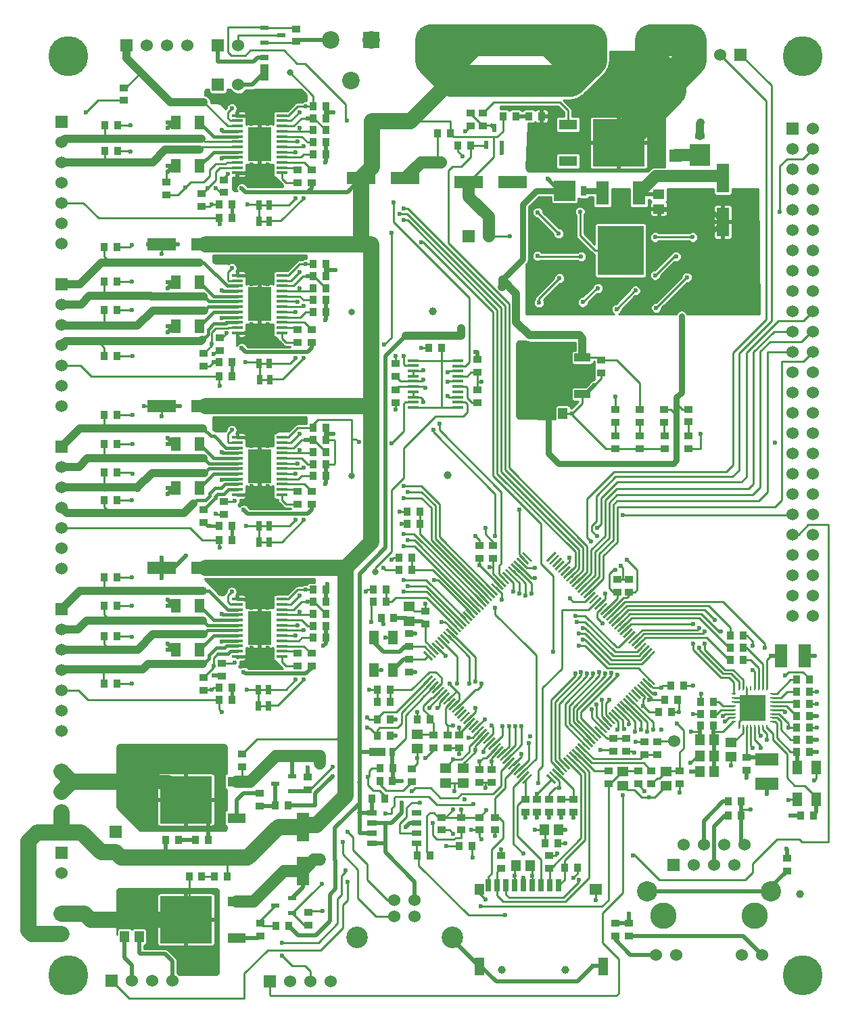
<source format=gtl>
G04 (created by PCBNEW (2013-05-18 BZR 4017)-stable) date Wed 08 Jul 2015 22:30:49 BST*
%MOIN*%
G04 Gerber Fmt 3.4, Leading zero omitted, Abs format*
%FSLAX34Y34*%
G01*
G70*
G90*
G04 APERTURE LIST*
%ADD10C,0.00590551*%
%ADD11C,0.0394*%
%ADD12R,0.0472X0.0866*%
%ADD13R,0.0472X0.0551*%
%ADD14R,0.063X0.0551*%
%ADD15R,0.0276X0.063*%
%ADD16C,0.1969*%
%ADD17R,0.063X0.1181*%
%ADD18R,0.2283X0.2441*%
%ADD19R,0.0579X0.0165*%
%ADD20R,0.1181X0.1701*%
%ADD21R,0.0394X0.0236*%
%ADD22R,0.0236X0.0394*%
%ADD23R,0.08X0.144*%
%ADD24R,0.08X0.04*%
%ADD25R,0.1417X0.063*%
%ADD26R,0.063X0.1417*%
%ADD27R,0.0374X0.0394*%
%ADD28R,0.0394X0.0374*%
%ADD29R,0.0453X0.0709*%
%ADD30R,0.0453X0.0571*%
%ADD31R,0.0571X0.0453*%
%ADD32R,0.0906X0.0512*%
%ADD33R,0.2559X0.2323*%
%ADD34R,0.06X0.06*%
%ADD35C,0.06*%
%ADD36R,0.1142X0.0591*%
%ADD37R,0.0591X0.1142*%
%ADD38R,0.0787X0.0433*%
%ADD39R,0.0315X0.0433*%
%ADD40R,0.05X0.025*%
%ADD41R,0.0098X0.0236*%
%ADD42R,0.0236X0.0098*%
%ADD43R,0.1299X0.1299*%
%ADD44R,0.1X0.1051*%
%ADD45R,0.05X0.03*%
%ADD46R,0.1051X0.1*%
%ADD47R,0.03X0.05*%
%ADD48C,0.1299*%
%ADD49C,0.1*%
%ADD50R,0.0472X0.0709*%
%ADD51C,0.0315*%
%ADD52R,0.025X0.05*%
%ADD53R,0.0787X0.0787*%
%ADD54C,0.0984*%
%ADD55C,0.0866*%
%ADD56R,0.0433X0.0787*%
%ADD57R,0.0433X0.0315*%
%ADD58C,0.1063*%
%ADD59C,0.0236*%
%ADD60C,0.01*%
%ADD61C,0.03*%
%ADD62C,0.02*%
%ADD63C,0.015*%
%ADD64C,0.04*%
%ADD65C,0.15748*%
%ADD66C,0.08*%
%ADD67C,0.06*%
%ADD68C,0.07*%
G04 APERTURE END LIST*
G54D10*
G54D11*
X24140Y1870D03*
X27282Y1870D03*
G54D12*
X23030Y2027D03*
X29132Y2027D03*
G54D13*
X23030Y5807D03*
G54D14*
X28778Y5807D03*
G54D15*
X26947Y6004D03*
X26514Y6004D03*
X26081Y6004D03*
X25648Y6004D03*
X25215Y6004D03*
X24782Y6004D03*
X24349Y6004D03*
X23916Y6004D03*
X23483Y6004D03*
G54D16*
X2754Y1575D03*
G54D17*
X30890Y40115D03*
G54D18*
X29990Y37288D03*
G54D17*
X29090Y40115D03*
G54D19*
X13303Y34515D03*
X13303Y34771D03*
X13303Y35027D03*
X13303Y35283D03*
X11101Y33751D03*
X13303Y33747D03*
X13303Y34003D03*
X13303Y34259D03*
X11099Y35539D03*
X11099Y35283D03*
X11099Y35027D03*
X11099Y34771D03*
X11099Y34515D03*
X11099Y34259D03*
X13303Y35539D03*
X11101Y34003D03*
X13303Y33491D03*
X13303Y35795D03*
X11099Y35795D03*
X11099Y33491D03*
X13303Y33236D03*
X13303Y36050D03*
X11099Y36050D03*
X11099Y33236D03*
G54D20*
X12201Y34643D03*
G54D19*
X13302Y26542D03*
X13302Y26798D03*
X13302Y27054D03*
X13302Y27310D03*
X11100Y25778D03*
X13302Y25774D03*
X13302Y26030D03*
X13302Y26286D03*
X11098Y27566D03*
X11098Y27310D03*
X11098Y27054D03*
X11098Y26798D03*
X11098Y26542D03*
X11098Y26286D03*
X13302Y27566D03*
X11100Y26030D03*
X13302Y25518D03*
X13302Y27822D03*
X11098Y27822D03*
X11098Y25518D03*
X13302Y25263D03*
X13302Y28077D03*
X11098Y28077D03*
X11098Y25263D03*
G54D20*
X12200Y26670D03*
G54D19*
X13302Y18571D03*
X13302Y18827D03*
X13302Y19083D03*
X13302Y19339D03*
X11100Y17807D03*
X13302Y17803D03*
X13302Y18059D03*
X13302Y18315D03*
X11098Y19595D03*
X11098Y19339D03*
X11098Y19083D03*
X11098Y18827D03*
X11098Y18571D03*
X11098Y18315D03*
X13302Y19595D03*
X11100Y18059D03*
X13302Y17547D03*
X13302Y19851D03*
X11098Y19851D03*
X11098Y17547D03*
X13302Y17292D03*
X13302Y20106D03*
X11098Y20106D03*
X11098Y17292D03*
G54D20*
X12200Y18699D03*
G54D19*
X13304Y42391D03*
X13304Y42647D03*
X13304Y42903D03*
X13304Y43159D03*
X11102Y41627D03*
X13304Y41623D03*
X13304Y41879D03*
X13304Y42135D03*
X11100Y43415D03*
X11100Y43159D03*
X11100Y42903D03*
X11100Y42647D03*
X11100Y42391D03*
X11100Y42135D03*
X13304Y43415D03*
X11102Y41879D03*
X13304Y41367D03*
X13304Y43671D03*
X11100Y43671D03*
X11100Y41367D03*
X13304Y41112D03*
X13304Y43926D03*
X11100Y43926D03*
X11100Y41112D03*
G54D20*
X12202Y42519D03*
G54D19*
X19762Y30837D03*
X19762Y30581D03*
X19762Y30325D03*
X19762Y30069D03*
X21964Y31601D03*
X19762Y31605D03*
X19762Y31349D03*
X19762Y31093D03*
X21966Y29813D03*
X21966Y30069D03*
X21966Y30325D03*
X21966Y30581D03*
X21966Y30837D03*
X21966Y31093D03*
X19762Y29813D03*
X21964Y31349D03*
X19762Y31861D03*
X19762Y29557D03*
X21966Y29557D03*
X21966Y31861D03*
G54D21*
X13800Y4645D03*
X12968Y5020D03*
X13800Y5395D03*
X13800Y10649D03*
X12968Y11024D03*
X13800Y11399D03*
G54D22*
X23383Y42478D03*
X23758Y43310D03*
X24133Y42478D03*
G54D23*
X25509Y31106D03*
G54D24*
X28109Y31106D03*
X28109Y32006D03*
X28109Y30206D03*
G54D25*
X17217Y40838D03*
X19383Y40838D03*
X9546Y21654D03*
X7380Y21654D03*
X9546Y37598D03*
X7380Y37598D03*
X9546Y29626D03*
X7380Y29626D03*
G54D26*
X35029Y40855D03*
X35029Y38689D03*
G54D27*
X35411Y18307D03*
X36041Y18307D03*
X39288Y16142D03*
X38658Y16142D03*
X39288Y15551D03*
X38658Y15551D03*
X35411Y17717D03*
X36041Y17717D03*
X35411Y17126D03*
X36041Y17126D03*
X39288Y14370D03*
X38658Y14370D03*
X39288Y14961D03*
X38658Y14961D03*
X33934Y14469D03*
X34564Y14469D03*
X33934Y15059D03*
X34564Y15059D03*
X38658Y13189D03*
X39288Y13189D03*
G54D28*
X22600Y43423D03*
X22600Y44053D03*
X23200Y43423D03*
X23200Y44053D03*
X12202Y9921D03*
X12202Y10551D03*
X18896Y29803D03*
X18896Y30433D03*
G54D27*
X22665Y7938D03*
X22035Y7938D03*
X20096Y23819D03*
X19466Y23819D03*
G54D28*
X19700Y11123D03*
X19700Y11753D03*
G54D27*
X17990Y14173D03*
X18620Y14173D03*
X17990Y13386D03*
X18620Y13386D03*
X39289Y13780D03*
X38659Y13780D03*
X33934Y13878D03*
X34564Y13878D03*
G54D28*
X29722Y4154D03*
X29722Y3524D03*
X30411Y3524D03*
X30411Y4154D03*
G54D27*
X13601Y9942D03*
X12971Y9942D03*
X13640Y4016D03*
X13010Y4016D03*
G54D28*
X12222Y4154D03*
X12222Y3524D03*
X18896Y31713D03*
X18896Y31083D03*
G54D27*
X19703Y21555D03*
X19073Y21555D03*
G54D28*
X31159Y12441D03*
X31159Y13071D03*
G54D27*
X18423Y19980D03*
X17793Y19980D03*
X38856Y9449D03*
X39486Y9449D03*
X39289Y12598D03*
X38659Y12598D03*
X35313Y10138D03*
X35943Y10138D03*
X35313Y9449D03*
X35943Y9449D03*
X19703Y22146D03*
X19073Y22146D03*
X20096Y24409D03*
X19466Y24409D03*
G54D28*
X31789Y12441D03*
X31789Y13071D03*
G54D27*
X18423Y20571D03*
X17793Y20571D03*
G54D28*
X9447Y31575D03*
X9447Y32205D03*
G54D27*
X15470Y35433D03*
X14840Y35433D03*
X14841Y34839D03*
X15471Y34839D03*
X18620Y15650D03*
X17990Y15650D03*
X14840Y34252D03*
X15470Y34252D03*
G54D28*
X14762Y33382D03*
X14762Y32752D03*
G54D27*
X14840Y36024D03*
X15470Y36024D03*
G54D28*
X14073Y32752D03*
X14073Y33382D03*
X9447Y15630D03*
X9447Y16260D03*
G54D27*
X15470Y19390D03*
X14840Y19390D03*
X14839Y18796D03*
X15469Y18796D03*
G54D28*
X21159Y9370D03*
X21159Y8740D03*
G54D27*
X14840Y18209D03*
X15470Y18209D03*
G54D28*
X14760Y17438D03*
X14760Y16808D03*
G54D27*
X14840Y19980D03*
X15470Y19980D03*
G54D28*
X14071Y16808D03*
X14071Y17438D03*
X9348Y39449D03*
X9348Y40079D03*
G54D27*
X15470Y43209D03*
X14840Y43209D03*
X14842Y42617D03*
X15472Y42617D03*
X14840Y42028D03*
X15470Y42028D03*
G54D28*
X14763Y41258D03*
X14763Y40628D03*
G54D27*
X14840Y43799D03*
X15470Y43799D03*
G54D28*
X14074Y40628D03*
X14074Y41258D03*
X9447Y23898D03*
X9447Y24528D03*
G54D27*
X15470Y27362D03*
X14840Y27362D03*
X14840Y26768D03*
X15470Y26768D03*
X14840Y26181D03*
X15470Y26181D03*
G54D28*
X14761Y25410D03*
X14761Y24780D03*
G54D27*
X14840Y27953D03*
X15470Y27953D03*
G54D28*
X14072Y24780D03*
X14072Y25410D03*
X22144Y9370D03*
X22144Y8740D03*
G54D29*
X9250Y41437D03*
X8068Y41437D03*
G54D30*
X33895Y12402D03*
X34603Y12402D03*
X33895Y13189D03*
X34603Y13189D03*
G54D27*
X18135Y11138D03*
X18750Y11138D03*
G54D31*
X35431Y13052D03*
X35431Y12344D03*
G54D30*
X26435Y29248D03*
X27143Y29248D03*
G54D29*
X9250Y25591D03*
X8068Y25591D03*
X9250Y27756D03*
X8068Y27756D03*
X9250Y43602D03*
X8068Y43602D03*
X9250Y33563D03*
X8068Y33563D03*
X9250Y17618D03*
X8068Y17618D03*
X9250Y35728D03*
X8068Y35728D03*
X9250Y19783D03*
X8068Y19783D03*
G54D28*
X22932Y31279D03*
X22932Y31909D03*
G54D32*
X11063Y3431D03*
G54D33*
X8563Y4331D03*
G54D32*
X11063Y5231D03*
X11061Y9336D03*
G54D33*
X8561Y10236D03*
G54D32*
X11061Y11136D03*
X27400Y43488D03*
G54D33*
X29900Y42588D03*
G54D32*
X27400Y41688D03*
G54D27*
X8187Y8268D03*
X7557Y8268D03*
X9985Y6438D03*
X10615Y6438D03*
X24821Y43898D03*
X24191Y43898D03*
X8735Y6438D03*
X9350Y6438D03*
X9663Y8268D03*
X9048Y8268D03*
X26100Y43898D03*
X25485Y43898D03*
G54D34*
X2429Y43625D03*
G54D35*
X2429Y42625D03*
X2429Y41625D03*
X2429Y40625D03*
X2429Y39625D03*
X2429Y38625D03*
X2429Y37625D03*
G54D34*
X2429Y35625D03*
G54D35*
X2429Y34625D03*
X2429Y33625D03*
X2429Y32625D03*
X2429Y31625D03*
X2429Y30625D03*
X2429Y29625D03*
G54D34*
X2429Y27625D03*
G54D35*
X2429Y26625D03*
X2429Y25625D03*
X2429Y24625D03*
X2429Y23625D03*
X2429Y22625D03*
X2429Y21625D03*
G54D34*
X2429Y19625D03*
G54D35*
X2429Y18625D03*
X2429Y17625D03*
X2429Y16625D03*
X2429Y15625D03*
X2429Y14625D03*
X2429Y13625D03*
G54D34*
X35911Y46929D03*
G54D35*
X34911Y46929D03*
G54D28*
X22932Y30432D03*
X22932Y29802D03*
X36218Y12323D03*
X36218Y11693D03*
G54D36*
X37203Y12205D03*
X37203Y11023D03*
G54D37*
X37891Y17323D03*
X39073Y17323D03*
G54D30*
X34604Y11614D03*
X33896Y11614D03*
G54D27*
X10844Y31791D03*
X10214Y31791D03*
X10844Y39567D03*
X10214Y39567D03*
X10844Y15748D03*
X10214Y15748D03*
X10844Y23720D03*
X10214Y23720D03*
X10214Y31102D03*
X10829Y31102D03*
X10214Y38878D03*
X10829Y38878D03*
X10214Y15157D03*
X10829Y15157D03*
X10214Y23031D03*
X10829Y23031D03*
X14840Y28543D03*
X15470Y28543D03*
X14840Y44390D03*
X15470Y44390D03*
X14840Y36614D03*
X15470Y36614D03*
X14840Y20571D03*
X15470Y20571D03*
G54D30*
X25549Y6988D03*
X24841Y6988D03*
G54D38*
X18000Y12588D03*
G54D39*
X18748Y12588D03*
G54D28*
X32911Y11024D03*
X32911Y11654D03*
X30864Y11024D03*
X30864Y11654D03*
G54D27*
X18187Y19193D03*
X18817Y19193D03*
G54D28*
X27655Y10256D03*
X27655Y9626D03*
G54D27*
X26258Y8071D03*
X26888Y8071D03*
G54D28*
X20766Y13406D03*
X20766Y12776D03*
G54D10*
G36*
X25553Y21954D02*
X25135Y22372D01*
X25213Y22450D01*
X25631Y22032D01*
X25553Y21954D01*
X25553Y21954D01*
G37*
G36*
X25414Y21815D02*
X24996Y22232D01*
X25074Y22310D01*
X25492Y21892D01*
X25414Y21815D01*
X25414Y21815D01*
G37*
G36*
X25275Y21675D02*
X24857Y22093D01*
X24935Y22171D01*
X25353Y21753D01*
X25275Y21675D01*
X25275Y21675D01*
G37*
G36*
X25135Y21536D02*
X24718Y21954D01*
X24795Y22032D01*
X25213Y21614D01*
X25135Y21536D01*
X25135Y21536D01*
G37*
G36*
X24996Y21397D02*
X24578Y21815D01*
X24656Y21892D01*
X25074Y21474D01*
X24996Y21397D01*
X24996Y21397D01*
G37*
G36*
X24858Y21258D02*
X24440Y21676D01*
X24517Y21754D01*
X24935Y21336D01*
X24858Y21258D01*
X24858Y21258D01*
G37*
G36*
X24718Y21119D02*
X24300Y21537D01*
X24378Y21614D01*
X24796Y21197D01*
X24718Y21119D01*
X24718Y21119D01*
G37*
G36*
X24579Y20979D02*
X24161Y21397D01*
X24239Y21475D01*
X24657Y21057D01*
X24579Y20979D01*
X24579Y20979D01*
G37*
G36*
X24440Y20840D02*
X24022Y21258D01*
X24100Y21336D01*
X24517Y20918D01*
X24440Y20840D01*
X24440Y20840D01*
G37*
G36*
X24300Y20701D02*
X23882Y21119D01*
X23960Y21197D01*
X24378Y20779D01*
X24300Y20701D01*
X24300Y20701D01*
G37*
G36*
X24161Y20562D02*
X23743Y20979D01*
X23821Y21057D01*
X24239Y20639D01*
X24161Y20562D01*
X24161Y20562D01*
G37*
G36*
X24022Y20423D02*
X23605Y20841D01*
X23682Y20919D01*
X24100Y20501D01*
X24022Y20423D01*
X24022Y20423D01*
G37*
G36*
X23883Y20284D02*
X23465Y20702D01*
X23543Y20779D01*
X23961Y20361D01*
X23883Y20284D01*
X23883Y20284D01*
G37*
G36*
X23744Y20144D02*
X23326Y20562D01*
X23404Y20640D01*
X23822Y20222D01*
X23744Y20144D01*
X23744Y20144D01*
G37*
G36*
X23605Y20005D02*
X23187Y20423D01*
X23264Y20501D01*
X23682Y20083D01*
X23605Y20005D01*
X23605Y20005D01*
G37*
G36*
X23465Y19866D02*
X23047Y20284D01*
X23125Y20361D01*
X23543Y19944D01*
X23465Y19866D01*
X23465Y19866D01*
G37*
G36*
X23326Y19726D02*
X22908Y20144D01*
X22986Y20222D01*
X23404Y19804D01*
X23326Y19726D01*
X23326Y19726D01*
G37*
G36*
X23187Y19587D02*
X22769Y20005D01*
X22847Y20083D01*
X23264Y19665D01*
X23187Y19587D01*
X23187Y19587D01*
G37*
G36*
X23048Y19449D02*
X22630Y19866D01*
X22708Y19944D01*
X23126Y19526D01*
X23048Y19449D01*
X23048Y19449D01*
G37*
G36*
X22909Y19309D02*
X22491Y19727D01*
X22569Y19805D01*
X22987Y19387D01*
X22909Y19309D01*
X22909Y19309D01*
G37*
G36*
X22769Y19170D02*
X22352Y19588D01*
X22429Y19666D01*
X22847Y19248D01*
X22769Y19170D01*
X22769Y19170D01*
G37*
G36*
X22630Y19031D02*
X22212Y19449D01*
X22290Y19526D01*
X22708Y19108D01*
X22630Y19031D01*
X22630Y19031D01*
G37*
G36*
X22491Y18891D02*
X22073Y19309D01*
X22151Y19387D01*
X22569Y18969D01*
X22491Y18891D01*
X22491Y18891D01*
G37*
G36*
X22352Y18752D02*
X21934Y19170D01*
X22011Y19248D01*
X22429Y18830D01*
X22352Y18752D01*
X22352Y18752D01*
G37*
G36*
X22212Y18613D02*
X21794Y19031D01*
X21872Y19108D01*
X22290Y18691D01*
X22212Y18613D01*
X22212Y18613D01*
G37*
G36*
X22074Y18474D02*
X21656Y18892D01*
X21734Y18970D01*
X22151Y18552D01*
X22074Y18474D01*
X22074Y18474D01*
G37*
G36*
X21934Y18335D02*
X21516Y18753D01*
X21594Y18831D01*
X22012Y18413D01*
X21934Y18335D01*
X21934Y18335D01*
G37*
G36*
X21795Y18196D02*
X21377Y18613D01*
X21455Y18691D01*
X21873Y18273D01*
X21795Y18196D01*
X21795Y18196D01*
G37*
G36*
X21656Y18056D02*
X21238Y18474D01*
X21316Y18552D01*
X21734Y18134D01*
X21656Y18056D01*
X21656Y18056D01*
G37*
G36*
X21516Y17917D02*
X21099Y18335D01*
X21176Y18413D01*
X21594Y17995D01*
X21516Y17917D01*
X21516Y17917D01*
G37*
G36*
X21377Y17778D02*
X20959Y18196D01*
X21037Y18273D01*
X21455Y17855D01*
X21377Y17778D01*
X21377Y17778D01*
G37*
G36*
X21239Y17639D02*
X20821Y18057D01*
X20898Y18135D01*
X21316Y17717D01*
X21239Y17639D01*
X21239Y17639D01*
G37*
G36*
X21099Y17500D02*
X20681Y17918D01*
X20759Y17995D01*
X21177Y17578D01*
X21099Y17500D01*
X21099Y17500D01*
G37*
G36*
X20960Y17360D02*
X20542Y17778D01*
X20620Y17856D01*
X21038Y17438D01*
X20960Y17360D01*
X20960Y17360D01*
G37*
G36*
X20821Y17221D02*
X20403Y17639D01*
X20481Y17717D01*
X20898Y17299D01*
X20821Y17221D01*
X20821Y17221D01*
G37*
G36*
X20681Y17082D02*
X20263Y17500D01*
X20341Y17578D01*
X20759Y17160D01*
X20681Y17082D01*
X20681Y17082D01*
G37*
G36*
X26750Y11013D02*
X26332Y11431D01*
X26410Y11509D01*
X26828Y11091D01*
X26750Y11013D01*
X26750Y11013D01*
G37*
G36*
X26889Y11153D02*
X26471Y11571D01*
X26549Y11648D01*
X26967Y11231D01*
X26889Y11153D01*
X26889Y11153D01*
G37*
G36*
X27028Y11292D02*
X26610Y11710D01*
X26688Y11788D01*
X27106Y11370D01*
X27028Y11292D01*
X27028Y11292D01*
G37*
G36*
X27168Y11431D02*
X26750Y11849D01*
X26828Y11927D01*
X27245Y11509D01*
X27168Y11431D01*
X27168Y11431D01*
G37*
G36*
X27307Y11571D02*
X26889Y11989D01*
X26967Y12066D01*
X27385Y11648D01*
X27307Y11571D01*
X27307Y11571D01*
G37*
G36*
X27446Y11709D02*
X27028Y12127D01*
X27105Y12205D01*
X27523Y11787D01*
X27446Y11709D01*
X27446Y11709D01*
G37*
G36*
X27585Y11849D02*
X27167Y12266D01*
X27245Y12344D01*
X27663Y11926D01*
X27585Y11849D01*
X27585Y11849D01*
G37*
G36*
X27724Y11988D02*
X27306Y12406D01*
X27384Y12484D01*
X27802Y12066D01*
X27724Y11988D01*
X27724Y11988D01*
G37*
G36*
X27863Y12127D02*
X27446Y12545D01*
X27523Y12623D01*
X27941Y12205D01*
X27863Y12127D01*
X27863Y12127D01*
G37*
G36*
X28003Y12266D02*
X27585Y12684D01*
X27663Y12762D01*
X28081Y12344D01*
X28003Y12266D01*
X28003Y12266D01*
G37*
G36*
X28142Y12406D02*
X27724Y12824D01*
X27802Y12901D01*
X28220Y12484D01*
X28142Y12406D01*
X28142Y12406D01*
G37*
G36*
X28281Y12544D02*
X27863Y12962D01*
X27941Y13040D01*
X28358Y12622D01*
X28281Y12544D01*
X28281Y12544D01*
G37*
G36*
X28420Y12684D02*
X28002Y13102D01*
X28080Y13179D01*
X28498Y12761D01*
X28420Y12684D01*
X28420Y12684D01*
G37*
G36*
X28559Y12823D02*
X28141Y13241D01*
X28219Y13319D01*
X28637Y12901D01*
X28559Y12823D01*
X28559Y12823D01*
G37*
G36*
X28699Y12962D02*
X28281Y13380D01*
X28358Y13458D01*
X28776Y13040D01*
X28699Y12962D01*
X28699Y12962D01*
G37*
G36*
X28838Y13102D02*
X28420Y13519D01*
X28498Y13597D01*
X28916Y13179D01*
X28838Y13102D01*
X28838Y13102D01*
G37*
G36*
X28977Y13241D02*
X28559Y13659D01*
X28637Y13737D01*
X29055Y13319D01*
X28977Y13241D01*
X28977Y13241D01*
G37*
G36*
X29116Y13380D02*
X28699Y13798D01*
X28776Y13876D01*
X29194Y13458D01*
X29116Y13380D01*
X29116Y13380D01*
G37*
G36*
X29255Y13519D02*
X28837Y13937D01*
X28915Y14014D01*
X29333Y13597D01*
X29255Y13519D01*
X29255Y13519D01*
G37*
G36*
X29394Y13658D02*
X28976Y14076D01*
X29054Y14154D01*
X29472Y13736D01*
X29394Y13658D01*
X29394Y13658D01*
G37*
G36*
X29534Y13797D02*
X29116Y14215D01*
X29194Y14293D01*
X29611Y13875D01*
X29534Y13797D01*
X29534Y13797D01*
G37*
G36*
X29673Y13937D02*
X29255Y14355D01*
X29333Y14432D01*
X29751Y14014D01*
X29673Y13937D01*
X29673Y13937D01*
G37*
G36*
X29812Y14076D02*
X29394Y14494D01*
X29472Y14572D01*
X29890Y14154D01*
X29812Y14076D01*
X29812Y14076D01*
G37*
G36*
X29952Y14215D02*
X29534Y14633D01*
X29611Y14711D01*
X30029Y14293D01*
X29952Y14215D01*
X29952Y14215D01*
G37*
G36*
X30091Y14355D02*
X29673Y14772D01*
X29751Y14850D01*
X30169Y14432D01*
X30091Y14355D01*
X30091Y14355D01*
G37*
G36*
X30229Y14493D02*
X29812Y14911D01*
X29889Y14989D01*
X30307Y14571D01*
X30229Y14493D01*
X30229Y14493D01*
G37*
G36*
X30369Y14632D02*
X29951Y15050D01*
X30029Y15128D01*
X30447Y14710D01*
X30369Y14632D01*
X30369Y14632D01*
G37*
G36*
X30508Y14772D02*
X30090Y15190D01*
X30168Y15267D01*
X30586Y14850D01*
X30508Y14772D01*
X30508Y14772D01*
G37*
G36*
X30647Y14911D02*
X30229Y15329D01*
X30307Y15407D01*
X30725Y14989D01*
X30647Y14911D01*
X30647Y14911D01*
G37*
G36*
X30787Y15050D02*
X30369Y15468D01*
X30447Y15546D01*
X30864Y15128D01*
X30787Y15050D01*
X30787Y15050D01*
G37*
G36*
X30926Y15190D02*
X30508Y15608D01*
X30586Y15685D01*
X31004Y15267D01*
X30926Y15190D01*
X30926Y15190D01*
G37*
G36*
X31065Y15328D02*
X30647Y15746D01*
X30724Y15824D01*
X31142Y15406D01*
X31065Y15328D01*
X31065Y15328D01*
G37*
G36*
X31204Y15468D02*
X30786Y15885D01*
X30864Y15963D01*
X31282Y15545D01*
X31204Y15468D01*
X31204Y15468D01*
G37*
G36*
X31343Y15607D02*
X30925Y16025D01*
X31003Y16103D01*
X31421Y15685D01*
X31343Y15607D01*
X31343Y15607D01*
G37*
G36*
X31482Y15746D02*
X31065Y16164D01*
X31142Y16242D01*
X31560Y15824D01*
X31482Y15746D01*
X31482Y15746D01*
G37*
G36*
X31622Y15885D02*
X31204Y16303D01*
X31282Y16381D01*
X31700Y15963D01*
X31622Y15885D01*
X31622Y15885D01*
G37*
G36*
X20341Y15885D02*
X20263Y15963D01*
X20681Y16381D01*
X20759Y16303D01*
X20341Y15885D01*
X20341Y15885D01*
G37*
G36*
X20481Y15746D02*
X20403Y15824D01*
X20821Y16242D01*
X20898Y16164D01*
X20481Y15746D01*
X20481Y15746D01*
G37*
G36*
X20620Y15607D02*
X20542Y15685D01*
X20960Y16103D01*
X21038Y16025D01*
X20620Y15607D01*
X20620Y15607D01*
G37*
G36*
X20759Y15468D02*
X20681Y15545D01*
X21099Y15963D01*
X21177Y15885D01*
X20759Y15468D01*
X20759Y15468D01*
G37*
G36*
X20898Y15328D02*
X20821Y15406D01*
X21239Y15824D01*
X21316Y15746D01*
X20898Y15328D01*
X20898Y15328D01*
G37*
G36*
X21037Y15190D02*
X20959Y15267D01*
X21377Y15685D01*
X21455Y15608D01*
X21037Y15190D01*
X21037Y15190D01*
G37*
G36*
X21176Y15050D02*
X21099Y15128D01*
X21516Y15546D01*
X21594Y15468D01*
X21176Y15050D01*
X21176Y15050D01*
G37*
G36*
X21316Y14911D02*
X21238Y14989D01*
X21656Y15407D01*
X21734Y15329D01*
X21316Y14911D01*
X21316Y14911D01*
G37*
G36*
X21455Y14772D02*
X21377Y14850D01*
X21795Y15267D01*
X21873Y15190D01*
X21455Y14772D01*
X21455Y14772D01*
G37*
G36*
X21594Y14632D02*
X21516Y14710D01*
X21934Y15128D01*
X22012Y15050D01*
X21594Y14632D01*
X21594Y14632D01*
G37*
G36*
X21734Y14493D02*
X21656Y14571D01*
X22074Y14989D01*
X22151Y14911D01*
X21734Y14493D01*
X21734Y14493D01*
G37*
G36*
X21872Y14355D02*
X21794Y14432D01*
X22212Y14850D01*
X22290Y14772D01*
X21872Y14355D01*
X21872Y14355D01*
G37*
G36*
X22011Y14215D02*
X21934Y14293D01*
X22352Y14711D01*
X22429Y14633D01*
X22011Y14215D01*
X22011Y14215D01*
G37*
G36*
X22151Y14076D02*
X22073Y14154D01*
X22491Y14572D01*
X22569Y14494D01*
X22151Y14076D01*
X22151Y14076D01*
G37*
G36*
X22290Y13937D02*
X22212Y14014D01*
X22630Y14432D01*
X22708Y14355D01*
X22290Y13937D01*
X22290Y13937D01*
G37*
G36*
X22429Y13797D02*
X22352Y13875D01*
X22769Y14293D01*
X22847Y14215D01*
X22429Y13797D01*
X22429Y13797D01*
G37*
G36*
X22569Y13658D02*
X22491Y13736D01*
X22909Y14154D01*
X22987Y14076D01*
X22569Y13658D01*
X22569Y13658D01*
G37*
G36*
X22708Y13519D02*
X22630Y13597D01*
X23048Y14014D01*
X23126Y13937D01*
X22708Y13519D01*
X22708Y13519D01*
G37*
G36*
X22847Y13380D02*
X22769Y13458D01*
X23187Y13876D01*
X23264Y13798D01*
X22847Y13380D01*
X22847Y13380D01*
G37*
G36*
X22986Y13241D02*
X22908Y13319D01*
X23326Y13737D01*
X23404Y13659D01*
X22986Y13241D01*
X22986Y13241D01*
G37*
G36*
X23125Y13102D02*
X23047Y13179D01*
X23465Y13597D01*
X23543Y13519D01*
X23125Y13102D01*
X23125Y13102D01*
G37*
G36*
X23264Y12962D02*
X23187Y13040D01*
X23605Y13458D01*
X23682Y13380D01*
X23264Y12962D01*
X23264Y12962D01*
G37*
G36*
X23404Y12823D02*
X23326Y12901D01*
X23744Y13319D01*
X23822Y13241D01*
X23404Y12823D01*
X23404Y12823D01*
G37*
G36*
X23543Y12684D02*
X23465Y12761D01*
X23883Y13179D01*
X23961Y13102D01*
X23543Y12684D01*
X23543Y12684D01*
G37*
G36*
X23682Y12544D02*
X23605Y12622D01*
X24022Y13040D01*
X24100Y12962D01*
X23682Y12544D01*
X23682Y12544D01*
G37*
G36*
X23821Y12406D02*
X23743Y12484D01*
X24161Y12901D01*
X24239Y12824D01*
X23821Y12406D01*
X23821Y12406D01*
G37*
G36*
X23960Y12266D02*
X23882Y12344D01*
X24300Y12762D01*
X24378Y12684D01*
X23960Y12266D01*
X23960Y12266D01*
G37*
G36*
X24100Y12127D02*
X24022Y12205D01*
X24440Y12623D01*
X24517Y12545D01*
X24100Y12127D01*
X24100Y12127D01*
G37*
G36*
X24239Y11988D02*
X24161Y12066D01*
X24579Y12484D01*
X24657Y12406D01*
X24239Y11988D01*
X24239Y11988D01*
G37*
G36*
X24378Y11849D02*
X24300Y11926D01*
X24718Y12344D01*
X24796Y12266D01*
X24378Y11849D01*
X24378Y11849D01*
G37*
G36*
X24517Y11709D02*
X24440Y11787D01*
X24858Y12205D01*
X24935Y12127D01*
X24517Y11709D01*
X24517Y11709D01*
G37*
G36*
X24656Y11571D02*
X24578Y11648D01*
X24996Y12066D01*
X25074Y11989D01*
X24656Y11571D01*
X24656Y11571D01*
G37*
G36*
X24795Y11431D02*
X24718Y11509D01*
X25135Y11927D01*
X25213Y11849D01*
X24795Y11431D01*
X24795Y11431D01*
G37*
G36*
X24935Y11292D02*
X24857Y11370D01*
X25275Y11788D01*
X25353Y11710D01*
X24935Y11292D01*
X24935Y11292D01*
G37*
G36*
X25074Y11153D02*
X24996Y11231D01*
X25414Y11648D01*
X25492Y11571D01*
X25074Y11153D01*
X25074Y11153D01*
G37*
G36*
X25213Y11013D02*
X25135Y11091D01*
X25553Y11509D01*
X25631Y11431D01*
X25213Y11013D01*
X25213Y11013D01*
G37*
G36*
X31282Y17082D02*
X31204Y17160D01*
X31622Y17578D01*
X31700Y17500D01*
X31282Y17082D01*
X31282Y17082D01*
G37*
G36*
X31142Y17221D02*
X31065Y17299D01*
X31482Y17717D01*
X31560Y17639D01*
X31142Y17221D01*
X31142Y17221D01*
G37*
G36*
X31003Y17360D02*
X30925Y17438D01*
X31343Y17856D01*
X31421Y17778D01*
X31003Y17360D01*
X31003Y17360D01*
G37*
G36*
X30864Y17500D02*
X30786Y17578D01*
X31204Y17995D01*
X31282Y17918D01*
X30864Y17500D01*
X30864Y17500D01*
G37*
G36*
X30724Y17639D02*
X30647Y17717D01*
X31065Y18135D01*
X31142Y18057D01*
X30724Y17639D01*
X30724Y17639D01*
G37*
G36*
X30586Y17778D02*
X30508Y17855D01*
X30926Y18273D01*
X31004Y18196D01*
X30586Y17778D01*
X30586Y17778D01*
G37*
G36*
X30447Y17917D02*
X30369Y17995D01*
X30787Y18413D01*
X30864Y18335D01*
X30447Y17917D01*
X30447Y17917D01*
G37*
G36*
X30307Y18056D02*
X30229Y18134D01*
X30647Y18552D01*
X30725Y18474D01*
X30307Y18056D01*
X30307Y18056D01*
G37*
G36*
X30168Y18196D02*
X30090Y18273D01*
X30508Y18691D01*
X30586Y18613D01*
X30168Y18196D01*
X30168Y18196D01*
G37*
G36*
X30029Y18335D02*
X29951Y18413D01*
X30369Y18831D01*
X30447Y18753D01*
X30029Y18335D01*
X30029Y18335D01*
G37*
G36*
X29889Y18474D02*
X29812Y18552D01*
X30229Y18970D01*
X30307Y18892D01*
X29889Y18474D01*
X29889Y18474D01*
G37*
G36*
X29751Y18613D02*
X29673Y18691D01*
X30091Y19108D01*
X30169Y19031D01*
X29751Y18613D01*
X29751Y18613D01*
G37*
G36*
X29611Y18752D02*
X29534Y18830D01*
X29952Y19248D01*
X30029Y19170D01*
X29611Y18752D01*
X29611Y18752D01*
G37*
G36*
X29472Y18891D02*
X29394Y18969D01*
X29812Y19387D01*
X29890Y19309D01*
X29472Y18891D01*
X29472Y18891D01*
G37*
G36*
X29333Y19031D02*
X29255Y19108D01*
X29673Y19526D01*
X29751Y19449D01*
X29333Y19031D01*
X29333Y19031D01*
G37*
G36*
X29194Y19170D02*
X29116Y19248D01*
X29534Y19666D01*
X29611Y19588D01*
X29194Y19170D01*
X29194Y19170D01*
G37*
G36*
X29054Y19309D02*
X28976Y19387D01*
X29394Y19805D01*
X29472Y19727D01*
X29054Y19309D01*
X29054Y19309D01*
G37*
G36*
X28915Y19449D02*
X28837Y19526D01*
X29255Y19944D01*
X29333Y19866D01*
X28915Y19449D01*
X28915Y19449D01*
G37*
G36*
X28776Y19587D02*
X28699Y19665D01*
X29116Y20083D01*
X29194Y20005D01*
X28776Y19587D01*
X28776Y19587D01*
G37*
G36*
X28637Y19726D02*
X28559Y19804D01*
X28977Y20222D01*
X29055Y20144D01*
X28637Y19726D01*
X28637Y19726D01*
G37*
G36*
X28498Y19866D02*
X28420Y19944D01*
X28838Y20361D01*
X28916Y20284D01*
X28498Y19866D01*
X28498Y19866D01*
G37*
G36*
X28358Y20005D02*
X28281Y20083D01*
X28699Y20501D01*
X28776Y20423D01*
X28358Y20005D01*
X28358Y20005D01*
G37*
G36*
X28219Y20144D02*
X28141Y20222D01*
X28559Y20640D01*
X28637Y20562D01*
X28219Y20144D01*
X28219Y20144D01*
G37*
G36*
X28080Y20284D02*
X28002Y20361D01*
X28420Y20779D01*
X28498Y20702D01*
X28080Y20284D01*
X28080Y20284D01*
G37*
G36*
X27941Y20423D02*
X27863Y20501D01*
X28281Y20919D01*
X28358Y20841D01*
X27941Y20423D01*
X27941Y20423D01*
G37*
G36*
X27802Y20562D02*
X27724Y20639D01*
X28142Y21057D01*
X28220Y20979D01*
X27802Y20562D01*
X27802Y20562D01*
G37*
G36*
X27663Y20701D02*
X27585Y20779D01*
X28003Y21197D01*
X28081Y21119D01*
X27663Y20701D01*
X27663Y20701D01*
G37*
G36*
X27523Y20840D02*
X27446Y20918D01*
X27863Y21336D01*
X27941Y21258D01*
X27523Y20840D01*
X27523Y20840D01*
G37*
G36*
X27384Y20979D02*
X27306Y21057D01*
X27724Y21475D01*
X27802Y21397D01*
X27384Y20979D01*
X27384Y20979D01*
G37*
G36*
X27245Y21119D02*
X27167Y21197D01*
X27585Y21614D01*
X27663Y21537D01*
X27245Y21119D01*
X27245Y21119D01*
G37*
G36*
X27105Y21258D02*
X27028Y21336D01*
X27446Y21754D01*
X27523Y21676D01*
X27105Y21258D01*
X27105Y21258D01*
G37*
G36*
X26967Y21397D02*
X26889Y21474D01*
X27307Y21892D01*
X27385Y21815D01*
X26967Y21397D01*
X26967Y21397D01*
G37*
G36*
X26828Y21536D02*
X26750Y21614D01*
X27168Y22032D01*
X27245Y21954D01*
X26828Y21536D01*
X26828Y21536D01*
G37*
G36*
X26688Y21675D02*
X26610Y21753D01*
X27028Y22171D01*
X27106Y22093D01*
X26688Y21675D01*
X26688Y21675D01*
G37*
G36*
X26549Y21815D02*
X26471Y21892D01*
X26889Y22310D01*
X26967Y22232D01*
X26549Y21815D01*
X26549Y21815D01*
G37*
G36*
X26410Y21954D02*
X26332Y22032D01*
X26750Y22450D01*
X26828Y22372D01*
X26410Y21954D01*
X26410Y21954D01*
G37*
G54D31*
X21356Y11771D03*
X21356Y11063D03*
X19585Y19036D03*
X19585Y19744D03*
G54D30*
X26219Y8760D03*
X26927Y8760D03*
G54D31*
X19978Y13445D03*
X19978Y12737D03*
X30116Y11634D03*
X30116Y10926D03*
X32222Y11614D03*
X32222Y10906D03*
G54D27*
X31868Y14567D03*
X32498Y14567D03*
X18765Y11788D03*
X18135Y11788D03*
G54D28*
X19585Y17795D03*
X19585Y18425D03*
X19585Y17146D03*
X19585Y16516D03*
X23620Y11732D03*
X23620Y11102D03*
G54D27*
X32163Y15157D03*
X32793Y15157D03*
G54D28*
X29821Y20453D03*
X29821Y21083D03*
X30411Y20453D03*
X30411Y21083D03*
X21455Y13406D03*
X21455Y12776D03*
X23029Y11732D03*
X23029Y11102D03*
X22045Y13406D03*
X22045Y12776D03*
X20372Y18878D03*
X20372Y19508D03*
X23029Y22126D03*
X23029Y22756D03*
G54D27*
X18620Y15059D03*
X17990Y15059D03*
G54D28*
X27065Y10256D03*
X27065Y9626D03*
X23029Y9370D03*
X23029Y8740D03*
X25884Y10256D03*
X25884Y9626D03*
X23718Y22126D03*
X23718Y22756D03*
G54D27*
X20588Y14173D03*
X19958Y14173D03*
G54D28*
X26474Y9626D03*
X26474Y10256D03*
G54D31*
X22242Y11771D03*
X22242Y11063D03*
G54D27*
X20550Y32480D03*
X21180Y32480D03*
G54D34*
X38474Y43299D03*
G54D35*
X39474Y43299D03*
X38474Y38299D03*
X39474Y42299D03*
X38474Y37299D03*
X39474Y41299D03*
X38474Y36299D03*
X39474Y40299D03*
X38474Y35299D03*
X39474Y39299D03*
X38474Y34299D03*
X39474Y38299D03*
X38474Y33299D03*
X39474Y37299D03*
X38474Y32299D03*
X39474Y36299D03*
X38474Y31299D03*
X39474Y35299D03*
X38474Y30299D03*
X39474Y34299D03*
X38474Y29299D03*
X39474Y33299D03*
X38474Y28299D03*
X39474Y32299D03*
X39474Y31299D03*
X38474Y27299D03*
X39474Y30299D03*
X39474Y28299D03*
X39474Y27299D03*
X39474Y26299D03*
X39474Y25299D03*
X38474Y26299D03*
X38474Y25299D03*
X38474Y42299D03*
X38474Y41299D03*
X38474Y40299D03*
X38474Y39299D03*
X38474Y24299D03*
X39474Y24299D03*
X39474Y29299D03*
X38474Y23299D03*
X39474Y23299D03*
X38474Y22299D03*
X39474Y22299D03*
X38474Y21299D03*
X39474Y21299D03*
X38474Y20299D03*
X39474Y20299D03*
X38474Y19299D03*
X39474Y19299D03*
G54D40*
X19950Y8088D03*
X19950Y8588D03*
X19950Y9088D03*
X19950Y9588D03*
X17750Y9588D03*
X17750Y9088D03*
X17750Y8588D03*
X17750Y8088D03*
G54D27*
X20615Y7488D03*
X19985Y7488D03*
X17735Y10288D03*
X18365Y10288D03*
G54D28*
X14000Y48203D03*
X14000Y47573D03*
G54D41*
X35826Y13820D03*
X36023Y13820D03*
X36220Y13820D03*
X36417Y13820D03*
X36613Y13820D03*
X36810Y13820D03*
X37007Y13820D03*
X37204Y13820D03*
G54D42*
X37460Y14862D03*
X37460Y15058D03*
X37460Y15255D03*
X37460Y15452D03*
G54D43*
X36514Y14764D03*
G54D42*
X37460Y14075D03*
X37460Y14272D03*
X37460Y14469D03*
X37460Y14665D03*
G54D41*
X37202Y15708D03*
X37005Y15709D03*
X36809Y15709D03*
X36612Y15709D03*
X36415Y15709D03*
X36218Y15709D03*
X36021Y15709D03*
X35824Y15709D03*
G54D42*
X35569Y15453D03*
X35569Y15256D03*
X35569Y15059D03*
X35569Y14863D03*
X35569Y14666D03*
X35569Y14469D03*
X35569Y14272D03*
X35569Y14075D03*
G54D27*
X5165Y29188D03*
X4535Y29188D03*
G54D44*
X33896Y41988D03*
G54D45*
X33896Y42914D03*
G54D46*
X27230Y40228D03*
G54D47*
X28156Y40228D03*
G54D28*
X10234Y32362D03*
X10234Y32992D03*
X10431Y40138D03*
X10431Y40768D03*
X10333Y16319D03*
X10333Y16949D03*
X10431Y24291D03*
X10431Y24921D03*
G54D48*
X32098Y4528D03*
X36598Y4528D03*
G54D35*
X36098Y8028D03*
X35600Y7028D03*
X35098Y8028D03*
X34600Y7028D03*
X34098Y8028D03*
X33600Y7028D03*
X33098Y8028D03*
G54D49*
X31298Y5729D03*
X37398Y5728D03*
G54D35*
X35956Y2599D03*
X32740Y2599D03*
X36956Y2599D03*
X31740Y2599D03*
G54D34*
X32600Y7028D03*
G54D50*
X38699Y11811D03*
X38699Y10237D03*
X39643Y10237D03*
X39643Y11811D03*
X18777Y16634D03*
X18777Y18208D03*
X17833Y18208D03*
X17833Y16634D03*
G54D51*
X16730Y26181D03*
X13700Y46038D03*
X16730Y34252D03*
X17900Y21438D03*
G54D28*
X25293Y10256D03*
X25293Y9626D03*
X23817Y9370D03*
X23817Y8740D03*
G54D27*
X27242Y6890D03*
X27872Y6890D03*
G54D28*
X26474Y6870D03*
X26474Y7500D03*
G54D27*
X32458Y15846D03*
X33088Y15846D03*
G54D28*
X24112Y6870D03*
X24112Y7500D03*
G54D21*
X12434Y48263D03*
X13266Y47888D03*
X12434Y47513D03*
G54D34*
X32696Y41944D03*
G54D35*
X32696Y40944D03*
G54D11*
X38850Y5588D03*
X20750Y34288D03*
X21469Y26225D03*
G54D27*
X22596Y42441D03*
X21966Y42441D03*
G54D28*
X14565Y10709D03*
X14565Y11339D03*
X14604Y4055D03*
X14604Y4685D03*
G54D52*
X12177Y22918D03*
X12677Y22918D03*
X12179Y23706D03*
X12679Y23706D03*
X12181Y31716D03*
X12681Y31716D03*
X12173Y39532D03*
X12673Y39532D03*
X12151Y15652D03*
X12651Y15652D03*
X12151Y14856D03*
X12651Y14856D03*
X12187Y30934D03*
X12687Y30934D03*
X12173Y38732D03*
X12673Y38732D03*
G54D35*
X32638Y13104D03*
X21148Y41630D03*
G54D28*
X38187Y6732D03*
X38187Y7362D03*
X31514Y11024D03*
X31514Y11654D03*
X29407Y11024D03*
X29407Y11654D03*
G54D34*
X22500Y37988D03*
G54D35*
X23500Y37988D03*
G54D25*
X22517Y40638D03*
X24683Y40638D03*
G54D26*
X14329Y8898D03*
X14329Y6732D03*
G54D27*
X5165Y34338D03*
X4535Y34338D03*
X5215Y42188D03*
X4585Y42188D03*
G54D28*
X7600Y40023D03*
X7600Y40653D03*
G54D27*
X5165Y37438D03*
X4535Y37438D03*
X4535Y35738D03*
X5165Y35738D03*
X21615Y43038D03*
X20985Y43038D03*
X4535Y32088D03*
X5165Y32088D03*
X5165Y21188D03*
X4535Y21188D03*
X4535Y19788D03*
X5165Y19788D03*
X5165Y18288D03*
X4535Y18288D03*
X4535Y15938D03*
X5165Y15938D03*
X4585Y43438D03*
X5215Y43438D03*
G54D28*
X30273Y12618D03*
X30273Y13248D03*
X29045Y31890D03*
X29045Y31260D03*
X11333Y12480D03*
X11333Y11850D03*
G54D31*
X31880Y40042D03*
X31880Y39334D03*
G54D27*
X4535Y27738D03*
X5165Y27738D03*
X5165Y26338D03*
X4535Y26338D03*
X4535Y24988D03*
X5165Y24988D03*
G54D28*
X5500Y44673D03*
X5500Y45303D03*
X29644Y13248D03*
X29644Y12618D03*
G54D34*
X4888Y1328D03*
G54D35*
X5888Y1328D03*
X6888Y1328D03*
X7888Y1328D03*
G54D16*
X38974Y46850D03*
X38974Y1575D03*
X2754Y46850D03*
G54D34*
X2429Y11625D03*
G54D35*
X2429Y10625D03*
X2429Y9625D03*
X2429Y8625D03*
G54D34*
X2429Y7625D03*
G54D35*
X2429Y6625D03*
G54D34*
X2429Y4625D03*
G54D35*
X2429Y3625D03*
G54D30*
X6254Y3488D03*
X5546Y3488D03*
G54D53*
X31476Y47638D03*
G54D54*
X28524Y47638D03*
G54D55*
X32450Y45638D03*
X33450Y47638D03*
X31450Y47638D03*
X16700Y45638D03*
X17700Y47638D03*
X15700Y47638D03*
X21650Y45638D03*
X22650Y47638D03*
X20650Y47638D03*
X27500Y45638D03*
X28500Y47638D03*
X26500Y47638D03*
G54D53*
X17715Y47638D03*
G54D54*
X20667Y47638D03*
G54D34*
X5650Y47388D03*
G54D35*
X6650Y47388D03*
X7650Y47388D03*
X8650Y47388D03*
G54D28*
X29750Y28823D03*
X29750Y29453D03*
X30950Y28823D03*
X30950Y29453D03*
X32150Y28823D03*
X32150Y29453D03*
X29750Y27523D03*
X29750Y28138D03*
X30950Y27523D03*
X30950Y28138D03*
X32153Y27523D03*
X32153Y28138D03*
X33350Y27523D03*
X33350Y28138D03*
X33350Y29453D03*
X33350Y28838D03*
G54D56*
X12450Y46038D03*
G54D57*
X12450Y46786D03*
G54D34*
X10150Y47388D03*
G54D35*
X11150Y47388D03*
G54D34*
X10150Y45438D03*
G54D35*
X11150Y45438D03*
X19850Y5288D03*
X18850Y5288D03*
X18850Y4501D03*
X19850Y4501D03*
G54D58*
X21712Y3438D03*
X16988Y3438D03*
G54D34*
X5100Y8638D03*
G54D35*
X5100Y7638D03*
G54D34*
X12700Y1288D03*
G54D35*
X13700Y1288D03*
X14700Y1288D03*
X15700Y1288D03*
G54D59*
X32720Y36988D03*
X31700Y37938D03*
X27990Y39198D03*
X28040Y36988D03*
X29510Y36718D03*
X26980Y35918D03*
X29940Y38248D03*
X30740Y38258D03*
X28880Y35428D03*
X25890Y37018D03*
X30860Y36288D03*
X33260Y35958D03*
X26940Y38118D03*
X29100Y36298D03*
X29130Y38278D03*
X30380Y36698D03*
X28130Y34738D03*
X29970Y36288D03*
X25970Y34708D03*
X30820Y37318D03*
X33550Y37938D03*
X29090Y37348D03*
X30270Y37758D03*
X29990Y37318D03*
X29790Y34398D03*
X25910Y39158D03*
X31750Y34458D03*
X30720Y35308D03*
X31700Y36068D03*
X29560Y37758D03*
X22700Y7388D03*
X33000Y34038D03*
X25293Y9350D03*
X25648Y6496D03*
X27655Y9350D03*
X27262Y8071D03*
X26868Y7579D03*
X27655Y6398D03*
X30411Y4626D03*
X23375Y9725D03*
X23817Y8465D03*
X24112Y7776D03*
X39663Y13780D03*
X31159Y10650D03*
X33462Y13583D03*
X36218Y11319D03*
X39663Y14961D03*
X37399Y17323D03*
X33955Y15453D03*
X33561Y15846D03*
X22144Y9744D03*
X22045Y13780D03*
X18900Y29438D03*
X23129Y30807D03*
X25270Y30882D03*
X25742Y30890D03*
X25522Y30579D03*
X25289Y31630D03*
X26435Y29827D03*
X18896Y32087D03*
X20176Y32480D03*
X20372Y12303D03*
X22833Y12697D03*
X23620Y12106D03*
X31396Y15157D03*
X29722Y21555D03*
X23029Y21772D03*
X11569Y15650D03*
X27195Y30862D03*
X25057Y32213D03*
X26360Y30854D03*
X13974Y24016D03*
X13974Y18307D03*
X11605Y39567D03*
X21750Y9744D03*
X9840Y15650D03*
X14565Y11811D03*
X13974Y34252D03*
X11529Y23720D03*
X14368Y18602D03*
X14565Y43799D03*
X14368Y31988D03*
X14466Y27953D03*
X15297Y4752D03*
X13974Y42126D03*
X13974Y26280D03*
X14368Y34547D03*
X14368Y24016D03*
X14368Y42421D03*
X14368Y26575D03*
X13974Y16142D03*
X14565Y19980D03*
X13974Y31988D03*
X13974Y39862D03*
X11506Y31791D03*
X22207Y41933D03*
X32911Y10591D03*
X9742Y23720D03*
X14368Y16142D03*
X14565Y36024D03*
X9840Y39567D03*
X9939Y31791D03*
X14368Y39862D03*
X17150Y11388D03*
X15800Y11388D03*
X22350Y43138D03*
X24148Y35480D03*
X26390Y40813D03*
X22139Y33470D03*
X22144Y33071D03*
X24159Y35846D03*
X23541Y21693D03*
X21750Y12205D03*
X31100Y14862D03*
X21750Y13878D03*
X18305Y18898D03*
X30313Y22047D03*
X23029Y12106D03*
X28640Y16437D03*
X29525Y16476D03*
X29821Y16398D03*
X16550Y6188D03*
X25531Y13366D03*
X29014Y12677D03*
X28581Y14685D03*
X30600Y7488D03*
X28817Y14921D03*
X28344Y16437D03*
X30334Y41563D03*
X29709Y41581D03*
X29691Y42859D03*
X30991Y42224D03*
X29367Y41846D03*
X28966Y41599D03*
X30622Y41851D03*
X30591Y42566D03*
X29385Y42553D03*
X29065Y42859D03*
X30622Y43151D03*
X30973Y43498D03*
X29020Y42184D03*
X29655Y42206D03*
X30271Y43489D03*
X30969Y42868D03*
X29380Y43169D03*
X30010Y41860D03*
X31032Y41590D03*
X29574Y43471D03*
X30334Y42197D03*
X28948Y43484D03*
X30303Y42863D03*
X29992Y43178D03*
X29968Y42559D03*
X28525Y22953D03*
X32768Y13982D03*
X18896Y13386D03*
X20962Y14764D03*
X18896Y14173D03*
X20569Y14764D03*
X16550Y8638D03*
X17500Y13788D03*
X17500Y14288D03*
X16300Y8138D03*
X5510Y12598D03*
X6298Y9843D03*
X8659Y12598D03*
X7085Y9843D03*
X9447Y11811D03*
X6691Y9449D03*
X7872Y11811D03*
X8659Y11024D03*
X8659Y11811D03*
X8266Y12205D03*
X5903Y12205D03*
X6691Y10236D03*
X9447Y11024D03*
X6297Y9055D03*
X7872Y9449D03*
X7478Y12205D03*
X8266Y10630D03*
X5510Y10630D03*
X7085Y10630D03*
X9840Y12205D03*
X10234Y12598D03*
X7872Y11024D03*
X8266Y9843D03*
X9447Y12598D03*
X6297Y10630D03*
X7085Y12598D03*
X6297Y12598D03*
X5903Y10236D03*
X7085Y11811D03*
X9053Y10630D03*
X7085Y9055D03*
X9053Y9843D03*
X6297Y11811D03*
X6691Y12205D03*
X8659Y9449D03*
X8561Y10236D03*
X7872Y12598D03*
X10234Y11811D03*
X9447Y9449D03*
X5510Y11811D03*
X5510Y9843D03*
X9053Y12205D03*
X10825Y20472D03*
X19486Y20768D03*
X19289Y20472D03*
X9939Y16831D03*
X19700Y10638D03*
X15800Y11838D03*
X14466Y20571D03*
X19289Y21063D03*
X14171Y20276D03*
X17714Y18996D03*
X10333Y14567D03*
X23108Y4980D03*
X38088Y14567D03*
X37104Y17717D03*
X29230Y20374D03*
X38285Y13780D03*
X38088Y16339D03*
X34939Y18504D03*
X34644Y19094D03*
X39663Y15551D03*
X33856Y17717D03*
X33856Y18701D03*
X33561Y18898D03*
X33561Y17913D03*
X34151Y17913D03*
X34151Y18504D03*
X30100Y10438D03*
X27500Y20138D03*
X9660Y3388D03*
X8640Y3378D03*
X8563Y4331D03*
X7520Y4348D03*
X8220Y3848D03*
X8080Y4818D03*
X8540Y5268D03*
X9570Y5288D03*
X9090Y4818D03*
X9190Y3918D03*
X9600Y4378D03*
X7520Y5188D03*
X7500Y3388D03*
X18400Y9538D03*
X22732Y10004D03*
X23226Y12598D03*
X15254Y6102D03*
X19400Y8888D03*
X17550Y11338D03*
X27592Y29252D03*
X24150Y42088D03*
X27065Y9350D03*
X31691Y15453D03*
X33561Y14469D03*
X32872Y14567D03*
X23305Y14173D03*
X22833Y14764D03*
X21573Y15945D03*
X29090Y18923D03*
X11809Y17323D03*
X11809Y20079D03*
X11809Y25295D03*
X12200Y27851D03*
X11809Y27657D03*
X11809Y28051D03*
X11809Y33268D03*
X11809Y35630D03*
X11809Y36024D03*
X12201Y35825D03*
X20372Y19882D03*
X15352Y17815D03*
X21456Y30807D03*
X15451Y33858D03*
X15451Y41634D03*
X23325Y5315D03*
X28640Y2047D03*
X39565Y17323D03*
X39663Y14370D03*
X36514Y14764D03*
X39663Y12598D03*
X39663Y13189D03*
X39550Y11188D03*
X38167Y7815D03*
X38384Y9449D03*
X37203Y10531D03*
X36415Y9744D03*
X35431Y11909D03*
X33462Y11614D03*
X28777Y5295D03*
X27262Y8760D03*
X26474Y9350D03*
X24782Y6496D03*
X19978Y12303D03*
X25884Y9350D03*
X23325Y10827D03*
X21800Y10666D03*
X23620Y13878D03*
X22045Y12500D03*
X19978Y14567D03*
X19880Y16535D03*
X18207Y16634D03*
X7675Y19783D03*
X18403Y18209D03*
X19880Y18406D03*
X21356Y17323D03*
X30018Y21752D03*
X17419Y20472D03*
X24132Y20079D03*
X18699Y22047D03*
X22833Y23228D03*
X19092Y24409D03*
X11809Y24902D03*
X22844Y32280D03*
X20273Y29823D03*
X21456Y31299D03*
X20273Y31398D03*
X34469Y39243D03*
X27100Y41688D03*
X11809Y41142D03*
X11415Y44488D03*
X3650Y44088D03*
X27650Y41688D03*
X24550Y40688D03*
X25150Y40638D03*
X5900Y21188D03*
X5900Y19788D03*
X5900Y18238D03*
X5900Y15938D03*
X7675Y27756D03*
X5950Y29188D03*
X5950Y27738D03*
X5950Y26288D03*
X5900Y24988D03*
X7675Y35728D03*
X5900Y35738D03*
X5900Y34338D03*
X5950Y32088D03*
X5900Y37538D03*
X6691Y37598D03*
X5850Y42138D03*
X7675Y43602D03*
X5850Y43438D03*
X12596Y40748D03*
X7675Y41437D03*
X15155Y12008D03*
X11809Y44685D03*
X12596Y27657D03*
X12200Y16735D03*
X12596Y16929D03*
X11809Y34252D03*
X12596Y28051D03*
X21455Y30118D03*
X38285Y10236D03*
X15155Y7283D03*
X12596Y41535D03*
X12596Y17323D03*
X12596Y33268D03*
X13384Y20965D03*
X7675Y28051D03*
X7675Y17618D03*
X13777Y20768D03*
X12596Y42126D03*
X12203Y19291D03*
X12596Y20079D03*
X11415Y20768D03*
X13384Y36909D03*
X28718Y30657D03*
X12203Y26673D03*
X8561Y22244D03*
X12202Y40945D03*
X12201Y33071D03*
X11809Y26969D03*
X11022Y28937D03*
X11809Y33661D03*
X12203Y20768D03*
X12596Y25295D03*
X13777Y44488D03*
X12200Y17520D03*
X12202Y41339D03*
X14171Y36909D03*
X11418Y28737D03*
X15451Y25787D03*
X12990Y20768D03*
X23325Y23622D03*
X11809Y20965D03*
X7675Y41142D03*
X7380Y21161D03*
X11809Y41535D03*
X12596Y18996D03*
X7675Y35433D03*
X10037Y24311D03*
X11809Y43898D03*
X12203Y35236D03*
X13777Y36713D03*
X12200Y25492D03*
X15943Y36319D03*
X7675Y43307D03*
X14171Y20965D03*
X12596Y43898D03*
X12201Y33465D03*
X8167Y37598D03*
X12596Y33661D03*
X11809Y25689D03*
X12596Y26969D03*
X7380Y37106D03*
X11022Y44685D03*
X11809Y42126D03*
X7675Y25295D03*
X11022Y36909D03*
X12596Y26378D03*
X12596Y20965D03*
X12990Y44488D03*
X7675Y33563D03*
X15844Y28248D03*
X12202Y43700D03*
X12201Y36711D03*
X11809Y18996D03*
X11415Y36713D03*
X12596Y41142D03*
X12990Y28740D03*
X10037Y40354D03*
X11809Y16929D03*
X11809Y28937D03*
X14171Y28937D03*
X11809Y42815D03*
X12596Y17717D03*
X12203Y41831D03*
X12200Y24708D03*
X7675Y20079D03*
X12596Y24902D03*
X12203Y34547D03*
X12596Y18406D03*
X7380Y29134D03*
X15549Y20866D03*
X34469Y38130D03*
X11809Y26378D03*
X12596Y28937D03*
X12596Y36024D03*
X12990Y36713D03*
X6494Y29626D03*
X12203Y27264D03*
X14171Y44685D03*
X12596Y44685D03*
X11809Y36909D03*
X12596Y32874D03*
X17616Y15650D03*
X12596Y35630D03*
X13384Y28937D03*
X7675Y33268D03*
X12202Y40552D03*
X12596Y34252D03*
X9939Y16339D03*
X12596Y34941D03*
X13384Y44685D03*
X12203Y18701D03*
X12203Y42520D03*
X12203Y43110D03*
X11809Y43504D03*
X12203Y33957D03*
X12596Y36909D03*
X12596Y42815D03*
X9939Y32185D03*
X12203Y26083D03*
X7380Y22146D03*
X11809Y19685D03*
X11022Y20965D03*
X15844Y44094D03*
X15155Y12402D03*
X12200Y28737D03*
X11809Y32874D03*
X8266Y29626D03*
X12200Y17126D03*
X11809Y34941D03*
X12201Y32679D03*
X13777Y28740D03*
X12200Y25098D03*
X11809Y18406D03*
X12596Y25689D03*
X12202Y44487D03*
X7675Y25591D03*
X12203Y18110D03*
X12203Y19882D03*
X12596Y43504D03*
X7675Y17913D03*
X12596Y19685D03*
X11809Y40748D03*
X11809Y17717D03*
X25195Y6398D03*
X25195Y7579D03*
X31986Y13681D03*
X31986Y15748D03*
X27951Y6299D03*
X14171Y43307D03*
X14053Y42638D03*
X14053Y18819D03*
X14171Y19488D03*
X14171Y35433D03*
X14053Y34764D03*
X14171Y27461D03*
X14053Y26791D03*
X36907Y12795D03*
X35136Y14075D03*
X36514Y16634D03*
X36514Y17815D03*
X35037Y14370D03*
X37203Y13189D03*
X36514Y12795D03*
X36907Y13386D03*
X22833Y16043D03*
X21750Y8563D03*
X21400Y7938D03*
X21947Y15945D03*
X20750Y9088D03*
X22537Y15945D03*
X25470Y13030D03*
X33423Y12067D03*
X24998Y20374D03*
X24703Y20472D03*
X28836Y23622D03*
X27459Y22146D03*
X27754Y16437D03*
X33950Y28238D03*
X37600Y27814D03*
X28049Y16535D03*
X29053Y15157D03*
X29427Y15157D03*
X29821Y13681D03*
X30175Y13720D03*
X30411Y13957D03*
X30707Y13583D03*
X31002Y13681D03*
X31297Y13583D03*
X31592Y13681D03*
X24171Y13858D03*
X27754Y19291D03*
X24486Y13858D03*
X24801Y13858D03*
X25116Y13858D03*
X25096Y12500D03*
X18350Y32638D03*
X18700Y38138D03*
X16500Y43688D03*
X20800Y21038D03*
X13300Y3188D03*
X16450Y6738D03*
X23150Y8288D03*
X13300Y2538D03*
X22650Y8738D03*
X37829Y39173D03*
X23128Y15945D03*
X25785Y21654D03*
X25588Y20374D03*
X27951Y17815D03*
X28148Y18110D03*
X28148Y18701D03*
X27852Y18996D03*
X27951Y18406D03*
X20766Y28445D03*
X23817Y19685D03*
X23817Y23228D03*
X20273Y30906D03*
X29230Y16437D03*
X21061Y28740D03*
X20372Y30512D03*
X28935Y16535D03*
X25785Y21161D03*
X25293Y20276D03*
X22300Y10238D03*
X20100Y10088D03*
X22500Y13288D03*
X25950Y11038D03*
X24300Y4538D03*
X21159Y18996D03*
X24998Y24528D03*
X19200Y10088D03*
X19200Y11138D03*
X25884Y10531D03*
X25785Y8760D03*
X31396Y10354D03*
X26966Y10827D03*
X30118Y24264D03*
X28836Y23228D03*
X30667Y12539D03*
X24550Y37988D03*
X29750Y30088D03*
X33950Y43588D03*
X10334Y41829D03*
X10333Y18012D03*
X10333Y19390D03*
X10579Y33218D03*
X10333Y25984D03*
X11317Y32480D03*
X10333Y35335D03*
X10333Y27362D03*
X10333Y37598D03*
X10972Y16978D03*
X11415Y24508D03*
X10333Y43209D03*
X10333Y33957D03*
X11317Y40354D03*
X11415Y16535D03*
X10333Y29626D03*
X10972Y24951D03*
X10333Y21654D03*
X10628Y41043D03*
X10825Y28445D03*
X19486Y23031D03*
X10037Y25098D03*
X19289Y22736D03*
X17100Y27838D03*
X18700Y27788D03*
X19289Y23327D03*
X14171Y28248D03*
X10234Y22638D03*
X18305Y21654D03*
X19486Y25394D03*
X10825Y36417D03*
X19289Y25098D03*
X9840Y32677D03*
X19289Y32087D03*
X14466Y36614D03*
X19289Y25689D03*
X14171Y36220D03*
X10234Y30610D03*
X19191Y23819D03*
X10825Y44291D03*
X19092Y39075D03*
X9644Y40354D03*
X19289Y38780D03*
X8550Y40388D03*
X14466Y44390D03*
X18797Y39665D03*
X14171Y44094D03*
X19289Y39370D03*
X10234Y38583D03*
X20175Y37697D03*
X30726Y13091D03*
X26671Y17520D03*
G54D60*
X27990Y38028D02*
X27990Y39198D01*
X29100Y36308D02*
X29100Y36298D01*
X25970Y34908D02*
X25970Y34708D01*
X33250Y35958D02*
X33260Y35958D01*
X28820Y35428D02*
X28880Y35428D01*
X33550Y37938D02*
X31700Y37938D01*
X32620Y36988D02*
X32720Y36988D01*
X28130Y34738D02*
X28820Y35428D01*
X29970Y36288D02*
X30860Y36288D01*
X25920Y36988D02*
X28040Y36988D01*
X29510Y36718D02*
X29100Y36308D01*
X31700Y36068D02*
X32620Y36988D01*
X29120Y37318D02*
X29990Y37318D01*
X30820Y37318D02*
X30380Y36878D01*
X25890Y37018D02*
X25920Y36988D01*
X26980Y35918D02*
X25970Y34908D01*
X28730Y37288D02*
X27990Y38028D01*
X30380Y36878D02*
X30380Y36698D01*
X30270Y37758D02*
X29560Y37758D01*
X31750Y34458D02*
X33250Y35958D01*
X29090Y37348D02*
X29120Y37318D01*
X29950Y38258D02*
X30740Y38258D01*
X25910Y39148D02*
X25910Y39158D01*
X26940Y38118D02*
X25910Y39148D01*
X29990Y37288D02*
X28730Y37288D01*
X29990Y37418D02*
X29130Y38278D01*
X29990Y37288D02*
X29990Y37418D01*
X30700Y35308D02*
X30720Y35308D01*
X29940Y38248D02*
X29950Y38258D01*
X29790Y34398D02*
X30700Y35308D01*
X32850Y29488D02*
X32800Y29488D01*
X32800Y29453D02*
X32835Y29488D01*
X32835Y29488D02*
X32850Y29488D01*
X21159Y9370D02*
X21018Y9370D01*
X20450Y7653D02*
X20615Y7488D01*
X20450Y9438D02*
X20450Y7653D01*
X20600Y9588D02*
X20450Y9438D01*
X20800Y9588D02*
X20600Y9588D01*
X21018Y9370D02*
X20800Y9588D01*
X22665Y7423D02*
X22665Y7938D01*
X22700Y7388D02*
X22665Y7423D01*
X33350Y29453D02*
X33035Y29453D01*
X33035Y29453D02*
X32750Y29738D01*
X32150Y29453D02*
X32485Y29453D01*
X32485Y29453D02*
X32750Y29188D01*
G54D61*
X33000Y34038D02*
X33000Y30288D01*
X26950Y26788D02*
X32600Y26788D01*
X26435Y27303D02*
X26950Y26788D01*
X26435Y28353D02*
X26435Y29248D01*
X26435Y28353D02*
X26435Y27303D01*
X32750Y26938D02*
X32600Y26788D01*
X32750Y30038D02*
X32750Y29738D01*
X32750Y29738D02*
X32750Y29188D01*
X32750Y29188D02*
X32750Y26938D01*
X33000Y30288D02*
X32750Y30038D01*
G54D60*
X32215Y29438D02*
X32200Y29453D01*
X33385Y29438D02*
X33400Y29453D01*
X22144Y9370D02*
X23029Y9370D01*
X21159Y9370D02*
X22144Y9370D01*
X25293Y9350D02*
X25293Y9626D01*
X27655Y9626D02*
X27655Y9350D01*
X27262Y8071D02*
X26888Y8071D01*
X26474Y7500D02*
X26789Y7500D01*
X26789Y7500D02*
X26868Y7579D01*
X27872Y6615D02*
X27655Y6398D01*
X27872Y6890D02*
X27872Y6615D01*
G54D62*
X30411Y4626D02*
X30411Y4154D01*
G54D60*
X23375Y9725D02*
X23029Y9370D01*
X23817Y8740D02*
X23817Y8465D01*
X24112Y7776D02*
X24112Y7500D01*
X39289Y13780D02*
X39663Y13780D01*
X30864Y11024D02*
X30844Y11004D01*
X30844Y11004D02*
X31159Y10650D01*
X33462Y13583D02*
X33895Y13583D01*
G54D62*
X36218Y11693D02*
X36218Y11319D01*
G54D60*
X39288Y14961D02*
X39663Y14961D01*
X33934Y15432D02*
X33955Y15453D01*
X33934Y15059D02*
X33934Y15432D01*
X33561Y15846D02*
X33088Y15846D01*
X22144Y9370D02*
X22144Y9744D01*
X22045Y13406D02*
X22045Y13780D01*
X18896Y29803D02*
X18896Y29442D01*
X18896Y29442D02*
X18900Y29438D01*
X22932Y30807D02*
X23129Y30807D01*
X25742Y30890D02*
X25734Y30882D01*
X25734Y30882D02*
X25270Y30882D01*
X25522Y30579D02*
X25509Y31106D01*
X25509Y31106D02*
X25509Y31410D01*
X25509Y31410D02*
X25289Y31630D01*
X20550Y32480D02*
X20176Y32480D01*
X18896Y32087D02*
X18896Y31713D01*
X20766Y12697D02*
X20372Y12303D01*
X20766Y12776D02*
X20766Y12697D01*
X31593Y15157D02*
X31396Y15157D01*
X31445Y15206D02*
X31396Y15157D01*
X31445Y15206D02*
X31544Y15206D01*
X29623Y21555D02*
X29427Y21359D01*
X29821Y20453D02*
X29643Y20453D01*
X29427Y20669D02*
X29427Y21359D01*
X29643Y20453D02*
X29427Y20669D01*
X29722Y21555D02*
X29623Y21555D01*
X28109Y31106D02*
X27439Y31106D01*
X27439Y31106D02*
X27195Y30862D01*
X26360Y30854D02*
X25761Y30854D01*
X25761Y30854D02*
X25509Y31106D01*
G54D62*
X7888Y1328D02*
X7888Y2276D01*
X6254Y2684D02*
X6254Y3488D01*
X6300Y2638D02*
X6254Y2684D01*
X7526Y2638D02*
X6300Y2638D01*
X7888Y2276D02*
X7526Y2638D01*
G54D60*
X12106Y31791D02*
X12181Y31716D01*
X9723Y31575D02*
X9939Y31791D01*
X22429Y31093D02*
X21966Y31093D01*
X13330Y30950D02*
X12614Y30950D01*
X22932Y30432D02*
X22932Y30807D01*
X12138Y39567D02*
X12173Y39532D01*
X12681Y38740D02*
X12673Y38732D01*
X26435Y29248D02*
X26435Y29827D01*
X25061Y32217D02*
X25065Y32217D01*
X25057Y32213D02*
X25061Y32217D01*
X14671Y4752D02*
X15297Y4752D01*
X14840Y43799D02*
X14880Y43799D01*
X22045Y13491D02*
X22600Y14046D01*
G54D62*
X14565Y36024D02*
X14840Y36024D01*
G54D60*
X13303Y35539D02*
X13859Y35539D01*
X12138Y39567D02*
X12173Y39532D01*
X13487Y15655D02*
X13974Y16142D01*
X13302Y19595D02*
X13885Y19595D01*
X13883Y27566D02*
X14270Y27953D01*
X22207Y41933D02*
X21966Y42174D01*
X14368Y31988D02*
X13330Y30950D01*
X13664Y23706D02*
X13678Y23720D01*
X13974Y24016D02*
X13678Y23720D01*
X13304Y42135D02*
X13965Y42135D01*
X37202Y17126D02*
X37202Y15708D01*
X37399Y17323D02*
X37202Y17126D01*
X14840Y27953D02*
X14879Y27953D01*
X12679Y23706D02*
X13664Y23706D01*
X11529Y23720D02*
X12165Y23720D01*
X13716Y31730D02*
X12609Y31730D01*
X21159Y9370D02*
X21376Y9370D01*
X21376Y9370D02*
X21750Y9744D01*
X14337Y18571D02*
X14368Y18602D01*
X14270Y27953D02*
X14840Y27953D01*
X13303Y34515D02*
X14336Y34515D01*
X14269Y43799D02*
X14840Y43799D01*
X12165Y23720D02*
X12177Y23708D01*
X13967Y34259D02*
X13974Y34252D01*
X13302Y27566D02*
X13883Y27566D01*
X11569Y15650D02*
X12149Y15650D01*
X14604Y4685D02*
X14671Y4752D01*
X14879Y36024D02*
X15470Y35433D01*
X12177Y23704D02*
X12179Y23706D01*
X13859Y35539D02*
X14344Y36024D01*
X25648Y6889D02*
X25549Y6988D01*
X25648Y6496D02*
X25648Y6889D01*
X22242Y12008D02*
X22833Y12599D01*
X12179Y23706D02*
X12679Y23706D01*
X29821Y20453D02*
X29821Y20154D01*
X22242Y11771D02*
X22242Y12008D01*
X14337Y18571D02*
X13302Y18571D01*
X13974Y42126D02*
X13965Y42135D01*
X14336Y34515D02*
X14368Y34547D01*
X14840Y19980D02*
X14880Y19980D01*
X12187Y30934D02*
X12187Y31710D01*
X12173Y38732D02*
X12673Y38732D01*
G54D62*
X33895Y13189D02*
X33895Y13583D01*
G54D60*
X13246Y38740D02*
X12971Y38740D01*
X29821Y20453D02*
X29821Y20453D01*
X32911Y11024D02*
X32911Y10591D01*
X12149Y15650D02*
X12151Y15652D01*
X13967Y34259D02*
X13974Y34252D01*
X22932Y31279D02*
X22615Y31279D01*
X12971Y38740D02*
X12681Y38740D01*
X14880Y19980D02*
X15470Y19390D01*
X12609Y14875D02*
X13101Y14875D01*
X12181Y31716D02*
X12681Y31716D01*
X12609Y15655D02*
X13487Y15655D01*
X12177Y22918D02*
X12677Y22918D01*
G54D62*
X14840Y43799D02*
X14565Y43799D01*
G54D60*
X23620Y12283D02*
X23991Y12654D01*
X23620Y12106D02*
X23620Y12283D01*
X13303Y34259D02*
X13967Y34259D01*
X13304Y43415D02*
X13885Y43415D01*
X14368Y24016D02*
X13287Y22935D01*
X13101Y14875D02*
X14368Y16142D01*
X23620Y11732D02*
X23620Y12106D01*
G54D62*
X37891Y17323D02*
X37399Y17323D01*
G54D60*
X32163Y15157D02*
X31593Y15157D01*
X12677Y22918D02*
X13270Y22918D01*
X9840Y15650D02*
X9467Y15650D01*
X9467Y15650D02*
X9447Y15630D01*
X13885Y43415D02*
X14269Y43799D01*
X13967Y34259D02*
X13974Y34252D01*
X12151Y15652D02*
X12151Y14856D01*
X22833Y12887D02*
X23296Y13350D01*
X9447Y31575D02*
X9723Y31575D01*
G54D62*
X9939Y31791D02*
X10214Y31791D01*
G54D60*
X9722Y39449D02*
X9348Y39449D01*
X22615Y31279D02*
X22429Y31093D01*
X12173Y39532D02*
X12173Y38732D01*
X14368Y39862D02*
X13246Y38740D01*
X14879Y27953D02*
X15470Y27362D01*
X14338Y42391D02*
X14368Y42421D01*
X12151Y14856D02*
X12651Y14856D01*
X11506Y31791D02*
X12106Y31791D01*
X14565Y19980D02*
X14840Y19980D01*
G54D62*
X33895Y13583D02*
X33895Y13839D01*
G54D60*
X12173Y39532D02*
X12673Y39532D01*
X14336Y34515D02*
X14368Y34547D01*
G54D62*
X14466Y27953D02*
X14840Y27953D01*
G54D60*
X12151Y15652D02*
X12651Y15652D01*
X22833Y12599D02*
X22833Y12697D01*
X10214Y39567D02*
X9840Y39567D01*
G54D63*
X9742Y23720D02*
X9625Y23720D01*
G54D60*
X13966Y18315D02*
X13974Y18307D01*
X13974Y39862D02*
X13637Y39525D01*
X14840Y36024D02*
X14879Y36024D01*
X11569Y15650D02*
X11574Y15655D01*
X14344Y36024D02*
X14565Y36024D01*
X12680Y39525D02*
X12673Y39532D01*
X9722Y39449D02*
X9840Y39567D01*
X12187Y30934D02*
X12687Y30934D01*
X14880Y43799D02*
X15470Y43209D01*
X25648Y6004D02*
X25648Y6496D01*
X22932Y30807D02*
X22932Y31279D01*
X13966Y18315D02*
X13302Y18315D01*
X23029Y22126D02*
X23029Y21772D01*
X13974Y31988D02*
X13716Y31730D01*
X21966Y42441D02*
X21966Y42174D01*
G54D63*
X9742Y23720D02*
X10214Y23720D01*
G54D60*
X13637Y39525D02*
X12680Y39525D01*
X22045Y13406D02*
X22045Y13491D01*
X14335Y26542D02*
X13302Y26542D01*
X14335Y26542D02*
X14368Y26575D01*
X13304Y42391D02*
X14338Y42391D01*
X10214Y15748D02*
X9938Y15748D01*
X22833Y12697D02*
X22833Y12887D01*
X14270Y19980D02*
X14840Y19980D01*
X31544Y15206D02*
X31034Y15716D01*
G54D62*
X29722Y4154D02*
X30411Y4154D01*
X14565Y11811D02*
X14565Y11339D01*
G54D60*
X13885Y19595D02*
X14270Y19980D01*
X13968Y26286D02*
X13974Y26280D01*
X29821Y20154D02*
X29225Y19558D01*
X12187Y31710D02*
X12181Y31716D01*
X12177Y22918D02*
X12177Y23704D01*
G54D62*
X33895Y13839D02*
X33934Y13878D01*
G54D60*
X13968Y26286D02*
X13302Y26286D01*
G54D63*
X9625Y23720D02*
X9447Y23898D01*
G54D60*
X23029Y21772D02*
X23991Y20810D01*
X11605Y39567D02*
X12138Y39567D01*
X9938Y15748D02*
X9840Y15650D01*
X13270Y22918D02*
X13287Y22935D01*
G54D62*
X17124Y9588D02*
X17124Y8614D01*
X17150Y8588D02*
X17750Y8588D01*
X17124Y8614D02*
X17150Y8588D01*
X17124Y10138D02*
X17124Y10062D01*
X15900Y8838D02*
X15900Y7938D01*
X17124Y10062D02*
X15900Y8838D01*
X14950Y9941D02*
X14950Y10538D01*
X17100Y11088D02*
X17124Y11088D01*
X17124Y11112D02*
X17100Y11088D01*
X17124Y11362D02*
X17124Y11112D01*
X17150Y11388D02*
X17124Y11362D01*
X14950Y10538D02*
X15800Y11388D01*
X15900Y7238D02*
X15948Y7238D01*
X15667Y5559D02*
X15667Y4263D01*
X15948Y5840D02*
X15667Y5559D01*
X15667Y4263D02*
X14954Y3550D01*
X15948Y5840D02*
X15948Y7238D01*
X15900Y7938D02*
X15900Y7238D01*
X18000Y12588D02*
X17124Y12588D01*
X17124Y12588D02*
X17150Y12588D01*
X17150Y12588D02*
X17124Y12588D01*
X17735Y10288D02*
X17735Y9603D01*
X17735Y9603D02*
X17750Y9588D01*
X17750Y9588D02*
X17124Y9588D01*
X17124Y9588D02*
X17100Y9588D01*
X17100Y9588D02*
X17124Y9588D01*
G54D60*
X29045Y31890D02*
X29798Y31890D01*
X30950Y30738D02*
X30950Y29453D01*
X29798Y31890D02*
X30950Y30738D01*
X22600Y43423D02*
X22600Y43388D01*
X22600Y43388D02*
X22350Y43138D01*
G54D64*
X25490Y33118D02*
X27959Y33118D01*
X24848Y35157D02*
X24848Y33760D01*
X24159Y35846D02*
X24848Y35157D01*
X24848Y33760D02*
X25490Y33118D01*
G54D62*
X18403Y32087D02*
X19387Y33071D01*
G54D60*
X29045Y31890D02*
X28929Y32006D01*
G54D61*
X25835Y40228D02*
X27230Y40228D01*
X25175Y39568D02*
X25835Y40228D01*
X24159Y35846D02*
X25175Y36862D01*
X25175Y36862D02*
X25175Y39568D01*
G54D64*
X24159Y35491D02*
X24148Y35480D01*
X24159Y35846D02*
X24159Y35491D01*
G54D62*
X14106Y3550D02*
X13640Y4016D01*
X14954Y3550D02*
X14106Y3550D01*
X18403Y22637D02*
X18403Y32087D01*
X26975Y40228D02*
X27230Y40228D01*
G54D64*
X22144Y33071D02*
X22139Y33470D01*
G54D62*
X13602Y9941D02*
X13601Y9942D01*
X14950Y9941D02*
X13602Y9941D01*
X14954Y3550D02*
X14942Y3538D01*
X17124Y21358D02*
X18403Y22637D01*
G54D64*
X27959Y33118D02*
X28109Y32968D01*
X19387Y33071D02*
X21278Y33071D01*
X28109Y32968D02*
X28109Y32006D01*
G54D62*
X13727Y3929D02*
X13640Y4016D01*
X26390Y40813D02*
X26975Y40228D01*
X17124Y9588D02*
X17124Y9941D01*
X17124Y9941D02*
X17124Y10138D01*
X17124Y10138D02*
X17124Y11088D01*
X17124Y11088D02*
X17124Y12588D01*
X17124Y12588D02*
X17124Y21358D01*
G54D64*
X21278Y33071D02*
X22144Y33071D01*
G54D60*
X28929Y32006D02*
X28109Y32006D01*
X23029Y11732D02*
X23029Y12106D01*
X31100Y14862D02*
X31100Y15174D01*
X23029Y12106D02*
X23226Y12303D01*
X22537Y12598D02*
X22537Y12870D01*
X30687Y20453D02*
X30805Y20571D01*
X30313Y20177D02*
X30123Y20177D01*
X21750Y13878D02*
X21455Y13878D01*
X21748Y12205D02*
X21750Y12205D01*
X22537Y12870D02*
X23156Y13489D01*
X21356Y11813D02*
X21748Y12205D01*
X30411Y20275D02*
X30313Y20177D01*
X21356Y13976D02*
X21356Y14750D01*
X30805Y21555D02*
X30805Y21358D01*
X21454Y13878D02*
X21356Y13976D01*
X31100Y15174D02*
X31199Y15273D01*
X31868Y14567D02*
X31395Y14567D01*
X21356Y11771D02*
X21356Y11813D01*
X21455Y13406D02*
X21455Y13878D01*
X31395Y14567D02*
X31100Y14862D01*
X30805Y20571D02*
X30805Y21358D01*
X21356Y14750D02*
X21626Y15020D01*
X23363Y12303D02*
X23853Y12793D01*
X23541Y21693D02*
X23718Y21693D01*
X21750Y12205D02*
X21748Y12205D01*
X30411Y20453D02*
X30411Y20275D01*
X21455Y13878D02*
X21454Y13878D01*
X23226Y12303D02*
X23363Y12303D01*
X21750Y12205D02*
X22144Y12205D01*
X18187Y19016D02*
X18187Y19193D01*
X30123Y20177D02*
X29364Y19418D01*
X30687Y20453D02*
X30411Y20453D01*
X22144Y12205D02*
X22537Y12598D01*
X23718Y21362D02*
X24131Y20949D01*
X23718Y22126D02*
X23718Y21693D01*
X30313Y22047D02*
X30313Y22047D01*
X30411Y20453D02*
X30411Y20453D01*
X18187Y19016D02*
X18305Y18898D01*
X31199Y15273D02*
X30895Y15577D01*
X23718Y21693D02*
X23718Y21362D01*
X30313Y22047D02*
X30805Y21555D01*
G54D62*
X10150Y47388D02*
X10150Y46588D01*
X10150Y46588D02*
X11900Y46588D01*
X11900Y46588D02*
X12098Y46786D01*
X12098Y46786D02*
X12450Y46786D01*
G54D60*
X28640Y16339D02*
X27262Y14961D01*
X27262Y14961D02*
X27262Y13920D01*
X28640Y16437D02*
X28640Y16339D01*
X27262Y13920D02*
X28250Y12932D01*
X29525Y16338D02*
X27852Y14665D01*
X29525Y16476D02*
X29525Y16338D01*
X27852Y14166D02*
X28668Y13350D01*
X27852Y14665D02*
X27852Y14166D01*
X29821Y16398D02*
X29821Y16338D01*
X28049Y14248D02*
X28808Y13489D01*
X28049Y14566D02*
X28049Y14248D01*
X29821Y16338D02*
X28049Y14566D01*
X10909Y458D02*
X11430Y458D01*
X11450Y1688D02*
X12591Y2829D01*
X11450Y438D02*
X11450Y1688D01*
X11430Y458D02*
X11450Y438D01*
X16548Y5290D02*
X16548Y6186D01*
X16548Y6186D02*
X16550Y6188D01*
X13280Y2829D02*
X12591Y2829D01*
X15191Y2829D02*
X13280Y2829D01*
X16297Y5039D02*
X16297Y3935D01*
X16297Y3935D02*
X15191Y2829D01*
X16548Y5290D02*
X16297Y5039D01*
X4888Y1328D02*
X5758Y458D01*
X10909Y458D02*
X5758Y458D01*
X29644Y12618D02*
X29585Y12677D01*
X29585Y12677D02*
X29014Y12677D01*
X28581Y14271D02*
X29085Y13767D01*
X28581Y14685D02*
X28581Y14271D01*
X30625Y7513D02*
X30600Y7488D01*
X30675Y7513D02*
X30625Y7513D01*
X40250Y8138D02*
X38950Y8138D01*
X38474Y23299D02*
X38761Y23299D01*
X39250Y23788D02*
X40250Y23788D01*
X38761Y23299D02*
X39250Y23788D01*
X40250Y23788D02*
X40250Y8138D01*
X31900Y6288D02*
X30675Y7513D01*
X30675Y7513D02*
X30650Y7538D01*
X36150Y6288D02*
X31900Y6288D01*
X36500Y6638D02*
X36150Y6288D01*
X36500Y7088D02*
X36500Y6638D01*
X37700Y8288D02*
X36500Y7088D01*
X38800Y8288D02*
X37700Y8288D01*
X38950Y8138D02*
X38800Y8288D01*
X28817Y14314D02*
X29225Y13906D01*
X28817Y14921D02*
X28817Y14314D01*
X28935Y14196D02*
X29225Y13906D01*
X28935Y14196D02*
X29225Y13906D01*
X28344Y16337D02*
X26966Y14959D01*
X28344Y16437D02*
X28344Y16337D01*
X26966Y12268D02*
X27276Y11958D01*
X26966Y14959D02*
X26966Y12268D01*
X27655Y10744D02*
X27557Y10842D01*
X27065Y10256D02*
X27655Y10256D01*
X27655Y10256D02*
X27655Y10744D01*
X27557Y10842D02*
X26859Y11540D01*
G54D65*
X32450Y45638D02*
X32450Y45138D01*
X32450Y45138D02*
X29900Y42588D01*
X33450Y47638D02*
X33450Y46638D01*
X33450Y46638D02*
X32450Y45638D01*
X31476Y47638D02*
X31476Y46612D01*
X31476Y46612D02*
X32450Y45638D01*
X31476Y47638D02*
X33450Y47638D01*
G54D60*
X29900Y42588D02*
X26600Y42588D01*
X26100Y43088D02*
X26100Y43898D01*
X26600Y42588D02*
X26100Y43088D01*
X29968Y42559D02*
X29395Y42559D01*
X30303Y42863D02*
X30308Y42868D01*
X30991Y42224D02*
X30622Y41855D01*
X30308Y42868D02*
X30969Y42868D01*
X29574Y43471D02*
X29592Y43489D01*
X28966Y41599D02*
X28984Y41581D01*
X30591Y42566D02*
X30603Y42559D01*
X29065Y42859D02*
X29691Y42859D01*
X29664Y42197D02*
X30334Y42197D01*
X29395Y42559D02*
X29020Y42184D01*
X29968Y42559D02*
X29391Y42559D01*
X30973Y43498D02*
X29968Y42559D01*
X30595Y43178D02*
X29992Y43178D01*
X30361Y41590D02*
X31032Y41590D01*
X30603Y42559D02*
X29968Y42559D01*
X28984Y41581D02*
X29709Y41581D01*
X30010Y41860D02*
X29996Y41846D01*
X29592Y43489D02*
X30271Y43489D01*
X29655Y42206D02*
X29664Y42197D01*
X30622Y43151D02*
X30595Y43178D01*
X30334Y41563D02*
X30361Y41590D01*
X29996Y41846D02*
X29367Y41846D01*
X30622Y41855D02*
X30622Y41851D01*
X29380Y43169D02*
X29065Y43484D01*
X29065Y43484D02*
X28948Y43484D01*
X29391Y42559D02*
X29385Y42553D01*
X24506Y26574D02*
X28344Y22736D01*
X22596Y41882D02*
X22596Y42441D01*
X21506Y37646D02*
X21506Y41223D01*
X24506Y34646D02*
X24506Y26574D01*
X23346Y42441D02*
X23383Y42478D01*
X21706Y41423D02*
X22137Y41423D01*
X24506Y34646D02*
X24505Y34646D01*
X27833Y20949D02*
X27837Y20949D01*
X21506Y41223D02*
X21706Y41423D01*
X24506Y34646D02*
X21506Y37646D01*
X28344Y22736D02*
X28344Y21460D01*
X22137Y41423D02*
X22596Y41882D01*
X27833Y20949D02*
X28344Y21460D01*
X22596Y42441D02*
X23346Y42441D01*
X35534Y32254D02*
X35534Y26722D01*
X35200Y26388D02*
X29668Y26388D01*
X35534Y26722D02*
X35200Y26388D01*
X31514Y11024D02*
X31789Y11299D01*
X32222Y11614D02*
X32262Y11654D01*
X31907Y11299D02*
X32222Y11614D01*
X28525Y22953D02*
X28325Y23153D01*
X28325Y23153D02*
X28325Y25045D01*
X28325Y25045D02*
X29668Y26388D01*
X32262Y11654D02*
X32911Y11654D01*
X33104Y12767D02*
X33104Y13646D01*
X32911Y12574D02*
X33104Y12767D01*
X37175Y44665D02*
X34911Y46929D01*
X33104Y13646D02*
X32768Y13982D01*
X31789Y11299D02*
X31907Y11299D01*
X37175Y33895D02*
X37175Y44665D01*
X32911Y11654D02*
X32911Y12574D01*
X35534Y32254D02*
X37175Y33895D01*
X32768Y13982D02*
X32766Y13984D01*
X18620Y13386D02*
X18896Y13386D01*
X20962Y14764D02*
X21061Y14862D01*
X21061Y14862D02*
X21061Y15013D01*
X21061Y15013D02*
X21347Y15299D01*
X18620Y14173D02*
X18896Y14173D01*
X20569Y14764D02*
X20569Y14799D01*
X20569Y14799D02*
X21208Y15438D01*
X18850Y5288D02*
X18500Y5288D01*
X16800Y8388D02*
X16550Y8638D01*
X16800Y7738D02*
X16800Y8388D01*
X17500Y7038D02*
X16800Y7738D01*
X17500Y6288D02*
X17500Y7038D01*
X18500Y5288D02*
X17500Y6288D01*
X17638Y13738D02*
X17990Y13386D01*
X17550Y13738D02*
X17638Y13738D01*
X17500Y13788D02*
X17550Y13738D01*
X17990Y13662D02*
X18108Y13780D01*
X19191Y14534D02*
X20651Y15994D01*
X18994Y13780D02*
X19191Y13977D01*
X17990Y13386D02*
X17990Y13662D01*
X18108Y13780D02*
X18994Y13780D01*
X19191Y14534D02*
X19191Y13977D01*
X17615Y14173D02*
X17990Y14173D01*
X17500Y14288D02*
X17615Y14173D01*
X18850Y4501D02*
X17937Y4501D01*
X16300Y7538D02*
X16300Y8138D01*
X17050Y6788D02*
X16300Y7538D01*
X17050Y5388D02*
X17050Y6788D01*
X17937Y4501D02*
X17050Y5388D01*
X17990Y14173D02*
X17990Y14252D01*
X18305Y14567D02*
X18945Y14567D01*
X18945Y14567D02*
X20512Y16134D01*
X17990Y14252D02*
X18305Y14567D01*
G54D66*
X2429Y11625D02*
X2429Y11619D01*
X2429Y11619D02*
X2926Y11122D01*
X5510Y11122D02*
X2926Y11122D01*
X2926Y11122D02*
X2429Y10625D01*
G54D60*
X7085Y11811D02*
X7872Y11811D01*
X8659Y11811D02*
X9447Y11811D01*
X9447Y12598D02*
X10234Y12598D01*
G54D67*
X8660Y10236D02*
X8561Y10236D01*
G54D60*
X9840Y12205D02*
X9053Y12205D01*
X6297Y9055D02*
X7085Y9055D01*
X6691Y9449D02*
X6297Y9055D01*
G54D67*
X8561Y10138D02*
X8561Y10236D01*
G54D62*
X9663Y8268D02*
X9663Y9134D01*
G54D67*
X8561Y9547D02*
X8659Y9449D01*
X9447Y11024D02*
X8659Y10236D01*
G54D60*
X5510Y11122D02*
X5510Y10630D01*
G54D67*
X8659Y10236D02*
X8561Y10236D01*
G54D60*
X5903Y12205D02*
X6297Y11811D01*
X9447Y11811D02*
X10234Y11811D01*
X7872Y11811D02*
X8659Y11811D01*
G54D67*
X8660Y10236D02*
X9053Y9843D01*
G54D60*
X9840Y12205D02*
X9841Y12205D01*
X6297Y12598D02*
X7085Y12598D01*
G54D67*
X9447Y9449D02*
X8660Y10236D01*
G54D68*
X7675Y11122D02*
X8561Y10236D01*
G54D67*
X8561Y10138D02*
X8266Y9843D01*
G54D68*
X6632Y11122D02*
X7675Y11122D01*
G54D60*
X8659Y12598D02*
X9447Y12598D01*
G54D67*
X8561Y10236D02*
X8561Y9547D01*
X7872Y11024D02*
X8561Y10335D01*
G54D60*
X8266Y12205D02*
X7478Y12205D01*
X7085Y10630D02*
X6691Y10236D01*
G54D67*
X7872Y9449D02*
X8561Y10138D01*
X8659Y10236D02*
X9053Y10630D01*
G54D60*
X7085Y9843D02*
X6691Y9449D01*
X10234Y12598D02*
X9841Y12205D01*
X5510Y11122D02*
X5510Y11811D01*
X7478Y12205D02*
X6691Y12205D01*
X6691Y10236D02*
X6298Y9843D01*
X5510Y10630D02*
X5510Y9843D01*
G54D67*
X8561Y10236D02*
X8561Y10335D01*
G54D60*
X6297Y10630D02*
X7085Y10630D01*
G54D67*
X8561Y10236D02*
X8561Y10926D01*
G54D60*
X9841Y12205D02*
X9840Y12205D01*
X5903Y10236D02*
X6297Y10630D01*
X6691Y12205D02*
X5903Y12205D01*
G54D67*
X8561Y10335D02*
X8561Y10236D01*
G54D60*
X5510Y12598D02*
X6297Y12598D01*
G54D67*
X8561Y10236D02*
X8660Y10236D01*
G54D60*
X7085Y12598D02*
X7872Y12598D01*
G54D67*
X8561Y10926D02*
X8659Y11024D01*
G54D60*
X7872Y12598D02*
X8659Y12598D01*
G54D67*
X8561Y10236D02*
X8561Y10138D01*
G54D60*
X5510Y11811D02*
X5510Y12598D01*
X6297Y11811D02*
X7085Y11811D01*
G54D68*
X5510Y11122D02*
X6632Y11122D01*
G54D60*
X9053Y12205D02*
X8266Y12205D01*
G54D67*
X8561Y10335D02*
X8266Y10630D01*
G54D60*
X5510Y9843D02*
X5903Y10236D01*
G54D62*
X9663Y9134D02*
X8561Y10236D01*
G54D60*
X6298Y9843D02*
X7085Y9843D01*
G54D67*
X8561Y10236D02*
X8659Y10236D01*
G54D60*
X10825Y20472D02*
X10824Y20472D01*
X20414Y20768D02*
X22182Y19000D01*
X10757Y19851D02*
X10628Y19980D01*
X10628Y20276D02*
X10824Y20472D01*
X10628Y19980D02*
X10628Y20276D01*
X11098Y19851D02*
X10757Y19851D01*
X19486Y20768D02*
X20414Y20768D01*
G54D63*
X10754Y17547D02*
X10628Y17421D01*
G54D60*
X19289Y20472D02*
X20432Y20472D01*
G54D63*
X10628Y17421D02*
X10136Y17421D01*
G54D60*
X9939Y16831D02*
X9939Y16752D01*
X22043Y18861D02*
X20432Y20472D01*
X9939Y16752D02*
X9447Y16260D01*
X9939Y17224D02*
X9939Y16831D01*
X10136Y17421D02*
X9939Y17224D01*
G54D63*
X11098Y17547D02*
X10754Y17547D01*
G54D60*
X4535Y19788D02*
X4535Y19353D01*
X4535Y19353D02*
X4821Y19067D01*
G54D64*
X6881Y19067D02*
X4821Y19067D01*
X4821Y19067D02*
X3679Y19067D01*
X3237Y18625D02*
X2429Y18625D01*
X3679Y19067D02*
X3237Y18625D01*
G54D63*
X11098Y18827D02*
X9651Y18827D01*
X9651Y18827D02*
X9411Y19067D01*
G54D64*
X9411Y19067D02*
X6881Y19067D01*
G54D60*
X4535Y21188D02*
X4535Y20516D01*
X4550Y20538D02*
X4550Y20516D01*
X4550Y20531D02*
X4550Y20538D01*
X4535Y20516D02*
X4550Y20531D01*
G54D64*
X6684Y20516D02*
X4550Y20516D01*
X4550Y20516D02*
X3320Y20516D01*
X3320Y20516D02*
X2429Y19625D01*
G54D63*
X10628Y19595D02*
X9707Y20516D01*
X11098Y19595D02*
X10628Y19595D01*
G54D64*
X9396Y20516D02*
X6684Y20516D01*
G54D63*
X9707Y20516D02*
X9396Y20516D01*
G54D60*
X4535Y18288D02*
X4535Y17903D01*
X4535Y17903D02*
X4805Y17633D01*
G54D64*
X6190Y17633D02*
X4805Y17633D01*
X4805Y17633D02*
X2437Y17633D01*
X6935Y18378D02*
X6190Y17633D01*
X9431Y18378D02*
X6935Y18378D01*
G54D63*
X9624Y18571D02*
X9431Y18378D01*
X11098Y18571D02*
X9624Y18571D01*
G54D64*
X2437Y17633D02*
X2429Y17625D01*
G54D60*
X4500Y16639D02*
X4500Y15973D01*
X4500Y15973D02*
X4535Y15938D01*
G54D64*
X6448Y16639D02*
X4500Y16639D01*
X4500Y16639D02*
X2443Y16639D01*
X2443Y16639D02*
X2429Y16625D01*
G54D63*
X10462Y17705D02*
X10061Y17705D01*
X10564Y17807D02*
X10462Y17705D01*
X11100Y17807D02*
X10564Y17807D01*
X9703Y17347D02*
X9703Y17197D01*
X10061Y17705D02*
X9703Y17347D01*
X9703Y17197D02*
X9403Y16906D01*
G54D64*
X9403Y16906D02*
X6715Y16906D01*
X6715Y16906D02*
X6448Y16639D01*
G54D60*
X20500Y10813D02*
X19875Y10813D01*
X19875Y10813D02*
X19700Y10638D01*
X14565Y10709D02*
X14671Y10709D01*
X14671Y10709D02*
X15800Y11838D01*
X24112Y10925D02*
X24112Y11660D01*
X24549Y12097D02*
X24112Y11660D01*
X23691Y10504D02*
X22125Y10504D01*
X24112Y10925D02*
X23691Y10504D01*
X21955Y10334D02*
X21107Y10334D01*
X21107Y10334D02*
X20628Y10813D01*
X22125Y10504D02*
X21955Y10334D01*
X20628Y10813D02*
X20500Y10813D01*
G54D62*
X14505Y10649D02*
X14565Y10709D01*
X13800Y10649D02*
X14505Y10649D01*
G54D60*
X18699Y22441D02*
X18699Y22437D01*
X21966Y29813D02*
X22350Y29813D01*
X22439Y29724D02*
X22439Y29330D01*
X22439Y29330D02*
X22243Y29134D01*
X19289Y27560D02*
X19289Y26083D01*
X22243Y29134D02*
X20863Y29134D01*
X18699Y25493D02*
X18699Y22441D01*
X22350Y29813D02*
X22439Y29724D01*
X19289Y26083D02*
X18699Y25493D01*
X20863Y29134D02*
X19289Y27560D01*
X17900Y21638D02*
X17900Y21438D01*
X18699Y22437D02*
X17900Y21638D01*
X14466Y20571D02*
X14840Y20571D01*
X14073Y20571D02*
X14466Y20571D01*
X13302Y20106D02*
X13608Y20106D01*
X13608Y20106D02*
X14073Y20571D01*
X13746Y19851D02*
X14171Y20276D01*
X20398Y21063D02*
X22321Y19140D01*
X13302Y19851D02*
X13746Y19851D01*
X19289Y21063D02*
X20398Y21063D01*
X18423Y20571D02*
X18423Y19980D01*
X18699Y19980D02*
X18896Y20177D01*
X18896Y20177D02*
X20450Y20177D01*
X20450Y20177D02*
X21904Y18723D01*
X18423Y19980D02*
X18699Y19980D01*
X10214Y15157D02*
X3731Y15157D01*
X3263Y15625D02*
X2429Y15625D01*
X3731Y15157D02*
X3263Y15625D01*
X10214Y14686D02*
X10214Y15157D01*
X17793Y19961D02*
X17714Y19882D01*
X17714Y19882D02*
X17714Y18996D01*
X17793Y19980D02*
X17793Y19961D01*
X10333Y14567D02*
X10214Y14686D01*
X30136Y11654D02*
X30116Y11634D01*
X29407Y11024D02*
X29388Y11005D01*
X29388Y11005D02*
X29388Y5295D01*
X29073Y4980D02*
X23108Y4980D01*
X29388Y5295D02*
X29073Y4980D01*
X30864Y11654D02*
X30136Y11654D01*
X30077Y11634D02*
X29467Y11024D01*
X30116Y11634D02*
X30077Y11634D01*
X29467Y11024D02*
X29407Y11024D01*
X35411Y17717D02*
X35332Y17717D01*
X35332Y17717D02*
X33856Y19193D01*
X33856Y19193D02*
X30530Y19193D01*
X30530Y19193D02*
X30060Y18723D01*
X37104Y17717D02*
X37104Y17913D01*
X30204Y19980D02*
X29503Y19279D01*
X35037Y19980D02*
X30204Y19980D01*
X37460Y14665D02*
X37990Y14665D01*
X37104Y17913D02*
X35037Y19980D01*
X37990Y14665D02*
X38088Y14567D01*
X30204Y19980D02*
X29503Y19279D01*
X38285Y13977D02*
X37793Y14469D01*
X38285Y13780D02*
X38285Y13977D01*
X29230Y20374D02*
X29230Y20118D01*
X38481Y13780D02*
X38659Y13780D01*
X29230Y20118D02*
X28947Y19835D01*
X37793Y14469D02*
X37460Y14469D01*
X38481Y13780D02*
X38285Y13780D01*
X34250Y18209D02*
X31217Y18209D01*
X31217Y18209D02*
X30895Y17887D01*
X35333Y17126D02*
X34250Y18209D01*
X35411Y17126D02*
X35333Y17126D01*
X38284Y16535D02*
X38088Y16339D01*
X34939Y18504D02*
X34841Y18504D01*
X30450Y19390D02*
X29921Y18861D01*
X33955Y19390D02*
X30450Y19390D01*
X34841Y18504D02*
X33955Y19390D01*
X38975Y16535D02*
X38284Y16535D01*
X39288Y16222D02*
X38975Y16535D01*
X39288Y16142D02*
X39288Y16222D01*
X30369Y19587D02*
X29782Y19000D01*
X39288Y15551D02*
X39663Y15551D01*
X34644Y19094D02*
X34151Y19587D01*
X34151Y19587D02*
X30369Y19587D01*
X30286Y19783D02*
X29643Y19140D01*
X34348Y19783D02*
X30286Y19783D01*
X35411Y18720D02*
X34348Y19783D01*
X35411Y18307D02*
X35411Y18720D01*
X35038Y16437D02*
X33856Y17619D01*
X33856Y18701D02*
X33856Y18700D01*
X35823Y16045D02*
X35431Y16437D01*
X35823Y16045D02*
X35823Y15710D01*
X33856Y18700D02*
X33758Y18602D01*
X33856Y17619D02*
X33856Y17717D01*
X33758Y18602D02*
X31054Y18602D01*
X35823Y15710D02*
X35824Y15709D01*
X30617Y18165D02*
X31054Y18602D01*
X35431Y16437D02*
X35038Y16437D01*
X34939Y16240D02*
X33561Y17618D01*
X35568Y16005D02*
X35568Y15454D01*
X33561Y17618D02*
X33561Y17913D01*
X35333Y16240D02*
X34939Y16240D01*
X35568Y15454D02*
X35569Y15453D01*
X33561Y18898D02*
X30514Y18898D01*
X30199Y18583D02*
X30514Y18898D01*
X35568Y16005D02*
X35333Y16240D01*
X34053Y18406D02*
X31136Y18406D01*
X36020Y15710D02*
X36021Y15709D01*
X34151Y18504D02*
X34053Y18406D01*
X35136Y16634D02*
X34151Y17619D01*
X35529Y16634D02*
X35136Y16634D01*
X36020Y16143D02*
X35529Y16634D01*
X30756Y18026D02*
X31136Y18406D01*
X36020Y16143D02*
X36020Y15710D01*
X34151Y17619D02*
X34151Y17913D01*
X16950Y573D02*
X12735Y573D01*
X17600Y573D02*
X16950Y573D01*
X12700Y608D02*
X12700Y1288D01*
X12735Y573D02*
X12700Y608D01*
X29100Y4638D02*
X29100Y3188D01*
X29785Y573D02*
X17600Y573D01*
X29900Y688D02*
X29785Y573D01*
X29900Y2388D02*
X29900Y688D01*
X29100Y3188D02*
X29900Y2388D01*
X30100Y7888D02*
X30100Y5638D01*
X30100Y10438D02*
X30100Y7888D01*
X28515Y20253D02*
X28250Y19988D01*
X28250Y19988D02*
X27650Y19988D01*
X27650Y19988D02*
X27500Y20138D01*
X28528Y20253D02*
X28515Y20253D01*
X30100Y5638D02*
X29100Y4638D01*
X8735Y6438D02*
X8735Y4503D01*
X8735Y4503D02*
X8563Y4331D01*
G54D66*
X4193Y4331D02*
X3857Y4331D01*
X3857Y4331D02*
X3563Y4625D01*
X3563Y4625D02*
X2429Y4625D01*
X8563Y4331D02*
X4193Y4331D01*
G54D60*
X8080Y4818D02*
X7710Y5188D01*
X8560Y5288D02*
X9570Y5288D01*
X9120Y3848D02*
X8220Y3848D01*
X8640Y3378D02*
X8650Y3388D01*
X8563Y4331D02*
X8443Y4331D01*
X8650Y3388D02*
X9660Y3388D01*
G54D64*
X8269Y4625D02*
X8563Y4331D01*
G54D60*
X9190Y3918D02*
X9120Y3848D01*
X7537Y4331D02*
X8563Y4331D01*
X7520Y4348D02*
X7537Y4331D01*
X9600Y4378D02*
X9160Y4818D01*
X8443Y4331D02*
X7500Y3388D01*
X8540Y5268D02*
X8560Y5288D01*
X9160Y4818D02*
X9090Y4818D01*
G54D68*
X8269Y4625D02*
X8563Y4331D01*
G54D60*
X7710Y5188D02*
X7520Y5188D01*
X18700Y9538D02*
X18700Y9788D01*
X20550Y10388D02*
X20948Y9990D01*
X18900Y10388D02*
X20550Y10388D01*
X18850Y10338D02*
X18900Y10388D01*
X18850Y9938D02*
X18850Y10338D01*
X18700Y9788D02*
X18850Y9938D01*
X18700Y9538D02*
X18400Y9538D01*
X22718Y9990D02*
X20948Y9990D01*
X22732Y10004D02*
X22718Y9990D01*
X23574Y13071D02*
X23226Y12723D01*
X23226Y12598D02*
X23226Y12723D01*
X15254Y6102D02*
X14768Y5616D01*
X14768Y5616D02*
X13800Y4648D01*
X13800Y4648D02*
X13800Y4645D01*
X13800Y4645D02*
X14390Y4055D01*
X14390Y4055D02*
X14604Y4055D01*
G54D62*
X21712Y3438D02*
X21712Y3345D01*
X21712Y3345D02*
X23030Y2027D01*
X19950Y9088D02*
X19600Y9088D01*
X19600Y9088D02*
X19400Y8888D01*
G54D60*
X18365Y10288D02*
X18365Y10423D01*
X17800Y10688D02*
X17550Y10938D01*
X17550Y10938D02*
X17550Y11338D01*
X18100Y10688D02*
X17800Y10688D01*
X18365Y10423D02*
X18100Y10688D01*
X17750Y11788D02*
X18135Y11788D01*
X17600Y11638D02*
X17750Y11788D01*
X17600Y11388D02*
X17600Y11638D01*
X17550Y11338D02*
X17600Y11388D01*
X19978Y12303D02*
X19978Y12031D01*
X19978Y12031D02*
X19700Y11753D01*
X30950Y27523D02*
X32153Y27523D01*
X27592Y29252D02*
X27592Y29196D01*
X29265Y27523D02*
X29750Y27523D01*
X27592Y29196D02*
X29265Y27523D01*
X29750Y27523D02*
X30950Y27523D01*
G54D62*
X24133Y42478D02*
X24147Y42091D01*
X24147Y42091D02*
X24150Y42088D01*
X15700Y47638D02*
X14065Y47638D01*
X14065Y47638D02*
X14000Y47573D01*
G54D60*
X12434Y47513D02*
X13940Y47513D01*
X13940Y47513D02*
X14000Y47573D01*
X27065Y9350D02*
X27065Y9626D01*
X31174Y15855D02*
X31190Y15855D01*
X31691Y15453D02*
X31576Y15453D01*
X31576Y15453D02*
X31174Y15855D01*
X33561Y14469D02*
X33934Y14469D01*
X22833Y14764D02*
X22833Y14557D01*
X22461Y14195D02*
X22461Y14185D01*
X21573Y15925D02*
X21898Y15600D01*
X21573Y15945D02*
X21573Y15925D01*
X22833Y14557D02*
X22461Y14185D01*
X11098Y17292D02*
X11778Y17292D01*
X11778Y17292D02*
X11809Y17323D01*
X11098Y20106D02*
X11782Y20106D01*
X11782Y20106D02*
X11809Y20079D01*
X11098Y25263D02*
X11777Y25263D01*
X11777Y25263D02*
X11809Y25295D01*
X11098Y28077D02*
X11783Y28077D01*
X12006Y27657D02*
X12200Y27851D01*
X12006Y27657D02*
X11809Y27657D01*
X11809Y28051D02*
X11809Y27657D01*
X11783Y28077D02*
X11809Y28051D01*
X11099Y33236D02*
X11777Y33236D01*
X11777Y33236D02*
X11809Y33268D01*
X11099Y36050D02*
X11783Y36050D01*
X12006Y35630D02*
X11809Y35630D01*
X11809Y36024D02*
X11809Y35630D01*
X12006Y35630D02*
X12201Y35825D01*
X11783Y36050D02*
X11809Y36024D01*
X20372Y19508D02*
X20372Y19882D01*
G54D62*
X15470Y17933D02*
X15470Y18209D01*
X15470Y17933D02*
X15352Y17815D01*
G54D60*
X21486Y30837D02*
X21456Y30807D01*
X21486Y30837D02*
X21966Y30837D01*
X28109Y30206D02*
X28109Y29769D01*
X27588Y29248D02*
X27592Y29252D01*
X27588Y29248D02*
X27143Y29248D01*
X28109Y29769D02*
X27592Y29252D01*
X15470Y27953D02*
X15865Y27953D01*
X15880Y26768D02*
X15470Y26768D01*
X15900Y26788D02*
X15880Y26768D01*
X15900Y27918D02*
X15900Y26788D01*
X15865Y27953D02*
X15900Y27918D01*
G54D62*
X15470Y34252D02*
X15470Y33877D01*
X15470Y33877D02*
X15451Y33858D01*
X15470Y42028D02*
X15470Y41653D01*
X15470Y41653D02*
X15451Y41634D01*
G54D60*
X23030Y5610D02*
X23325Y5315D01*
X23030Y5807D02*
X23030Y5610D01*
G54D62*
X39073Y17323D02*
X39565Y17323D01*
X39288Y14370D02*
X39663Y14370D01*
X39289Y12598D02*
X39663Y12598D01*
X39663Y13189D02*
X39288Y13189D01*
G54D60*
X39643Y11281D02*
X39550Y11188D01*
X39643Y11811D02*
X39643Y11281D01*
G54D62*
X38187Y7795D02*
X38187Y7362D01*
X38187Y7795D02*
X38167Y7815D01*
X38856Y9449D02*
X38384Y9449D01*
X37203Y11023D02*
X37203Y10531D01*
G54D60*
X35943Y9744D02*
X36415Y9744D01*
X35431Y11909D02*
X35431Y12344D01*
G54D62*
X33896Y11614D02*
X33462Y11614D01*
G54D60*
X28777Y5806D02*
X28777Y5295D01*
X28778Y5807D02*
X28777Y5806D01*
X26927Y8760D02*
X27262Y8760D01*
X26474Y9350D02*
X26474Y9626D01*
X19978Y12737D02*
X19978Y12303D01*
X25884Y9626D02*
X25884Y9350D01*
X23325Y11102D02*
X23325Y10827D01*
X21795Y11037D02*
X21800Y10666D01*
X23620Y13878D02*
X23718Y13780D01*
X23435Y13201D02*
X23435Y13211D01*
X23718Y13780D02*
X23718Y13494D01*
X23718Y13494D02*
X23435Y13211D01*
X22045Y12500D02*
X22045Y12776D01*
X19958Y14547D02*
X19978Y14567D01*
X19958Y14173D02*
X19958Y14547D01*
X17833Y16634D02*
X18207Y16634D01*
X19861Y16516D02*
X19880Y16535D01*
X19861Y16516D02*
X19585Y16516D01*
G54D62*
X7675Y19783D02*
X8068Y19783D01*
G54D60*
X18404Y18208D02*
X18777Y18208D01*
X18404Y18208D02*
X18403Y18209D01*
X19861Y18425D02*
X19880Y18406D01*
X19861Y18425D02*
X19585Y18425D01*
X20931Y17748D02*
X20930Y17748D01*
X21355Y17323D02*
X20930Y17748D01*
X21356Y17323D02*
X21355Y17323D01*
X30116Y21654D02*
X30018Y21752D01*
X30116Y21083D02*
X30116Y21654D01*
X17518Y20571D02*
X17419Y20472D01*
X17793Y20571D02*
X17518Y20571D01*
X23853Y20671D02*
X24132Y20392D01*
X24132Y20079D02*
X24132Y20392D01*
X19073Y22146D02*
X18798Y22146D01*
X18798Y22146D02*
X18699Y22047D01*
X23029Y23032D02*
X22833Y23228D01*
X23029Y23032D02*
X23029Y22756D01*
X19466Y24409D02*
X19092Y24409D01*
G54D62*
X22932Y32282D02*
X22844Y32280D01*
X22932Y31909D02*
X22932Y32282D01*
G54D60*
X19762Y30069D02*
X20125Y30069D01*
X20273Y29921D02*
X20273Y29823D01*
X20125Y30069D02*
X20273Y29921D01*
X21964Y31349D02*
X21506Y31349D01*
X21506Y31349D02*
X21456Y31299D01*
X20224Y31349D02*
X19762Y31349D01*
X20224Y31349D02*
X20273Y31398D01*
X27100Y41688D02*
X27400Y41688D01*
X34469Y39243D02*
X31971Y39243D01*
X31971Y39243D02*
X31880Y39334D01*
G54D62*
X34475Y39243D02*
X34469Y39243D01*
X35029Y38689D02*
X34475Y39243D01*
G54D60*
X11100Y41112D02*
X11779Y41112D01*
X11779Y41112D02*
X11809Y41142D01*
X11100Y43926D02*
X11100Y44173D01*
X11100Y44173D02*
X11415Y44488D01*
X5500Y44673D02*
X4235Y44673D01*
X4235Y44673D02*
X3650Y44088D01*
X7600Y40653D02*
X7600Y41067D01*
X7600Y41067D02*
X7675Y41142D01*
X27400Y41688D02*
X27400Y41738D01*
X27400Y41738D02*
X27650Y41688D01*
X24683Y40638D02*
X25150Y40638D01*
X25150Y40638D02*
X24550Y40688D01*
X24683Y40638D02*
X24683Y40771D01*
X24683Y40771D02*
X25150Y40638D01*
X20985Y43038D02*
X20985Y41793D01*
X20985Y41793D02*
X21148Y41630D01*
G54D67*
X21148Y41630D02*
X20175Y41630D01*
X20175Y41630D02*
X19383Y40838D01*
G54D62*
X5888Y1328D02*
X5888Y2100D01*
X5546Y2442D02*
X5546Y3488D01*
X5888Y2100D02*
X5546Y2442D01*
G54D60*
X5165Y21188D02*
X5900Y21188D01*
X5900Y19788D02*
X5165Y19788D01*
X5165Y18288D02*
X5850Y18288D01*
X5850Y18288D02*
X5900Y18238D01*
X5900Y15938D02*
X5165Y15938D01*
G54D62*
X7675Y27756D02*
X8068Y27756D01*
G54D60*
X5165Y29188D02*
X5950Y29188D01*
X5950Y27738D02*
X5165Y27738D01*
X5165Y26338D02*
X5900Y26338D01*
X5900Y26338D02*
X5950Y26288D01*
X5900Y24988D02*
X5165Y24988D01*
G54D62*
X7675Y35728D02*
X8068Y35728D01*
G54D60*
X5165Y35738D02*
X5900Y35738D01*
X5165Y34338D02*
X5900Y34338D01*
X5950Y32088D02*
X5165Y32088D01*
X5165Y37438D02*
X5800Y37438D01*
X5800Y37438D02*
X5900Y37538D01*
X6691Y37598D02*
X7380Y37598D01*
X5215Y42188D02*
X5800Y42188D01*
X5800Y42188D02*
X5850Y42138D01*
X5215Y43438D02*
X5850Y43438D01*
G54D62*
X7675Y43602D02*
X8068Y43602D01*
G54D60*
X5829Y1228D02*
X5850Y1226D01*
X5831Y1226D02*
X5829Y1228D01*
X17990Y15354D02*
X17990Y15059D01*
G54D62*
X15470Y28248D02*
X15844Y28248D01*
G54D60*
X12394Y24902D02*
X12596Y24902D01*
G54D67*
X15155Y12402D02*
X15155Y12008D01*
G54D62*
X35029Y38689D02*
X34470Y38130D01*
G54D60*
X15472Y42030D02*
X15470Y42028D01*
X12201Y35825D02*
X12396Y35630D01*
G54D62*
X14329Y5924D02*
X14329Y6732D01*
G54D60*
X11333Y11408D02*
X11333Y11850D01*
X13384Y44685D02*
X14171Y44685D01*
X10431Y24291D02*
X10057Y24291D01*
G54D67*
X11725Y11136D02*
X12991Y12402D01*
G54D62*
X28718Y30657D02*
X28267Y30206D01*
G54D67*
X11902Y5231D02*
X11063Y5231D01*
G54D62*
X7380Y21654D02*
X7971Y21654D01*
G54D67*
X11061Y11136D02*
X11725Y11136D01*
G54D60*
X12596Y20079D02*
X12596Y19685D01*
X14171Y28937D02*
X13974Y28740D01*
X12202Y41339D02*
X12202Y40945D01*
X21504Y30069D02*
X21455Y30118D01*
X21504Y30069D02*
X21966Y30069D01*
X38286Y10237D02*
X38285Y10236D01*
X38699Y10237D02*
X38286Y10237D01*
X12596Y20965D02*
X11809Y20965D01*
X12200Y25098D02*
X12200Y24708D01*
G54D67*
X14880Y7283D02*
X14329Y6732D01*
X15155Y7283D02*
X14880Y7283D01*
G54D60*
X12200Y18699D02*
X12200Y17520D01*
X13384Y36909D02*
X12596Y36909D01*
X12299Y18699D02*
X12596Y18996D01*
X13974Y28740D02*
X13777Y28740D01*
X12989Y44487D02*
X12202Y44487D01*
G54D62*
X34470Y38130D02*
X34469Y38130D01*
X35943Y8183D02*
X36098Y8028D01*
G54D60*
X12200Y18699D02*
X12200Y18113D01*
X12596Y27657D02*
X12596Y28051D01*
X10057Y24291D02*
X10037Y24311D01*
X7380Y29626D02*
X6494Y29626D01*
G54D62*
X35943Y10138D02*
X35943Y9744D01*
G54D60*
X12596Y17717D02*
X12596Y17323D01*
G54D62*
X8068Y27756D02*
X7970Y27756D01*
X7970Y27756D02*
X7675Y28051D01*
X15470Y44094D02*
X15470Y43799D01*
G54D60*
X13777Y44488D02*
X13974Y44685D01*
X12596Y24902D02*
X12596Y25295D01*
X11809Y16929D02*
X11809Y17323D01*
X12107Y34643D02*
X11809Y34941D01*
X36219Y15059D02*
X36514Y14764D01*
X35569Y15059D02*
X36219Y15059D01*
X12200Y16735D02*
X12006Y16929D01*
G54D67*
X13403Y6732D02*
X11902Y5231D01*
G54D60*
X12200Y27851D02*
X12200Y28737D01*
X12202Y42519D02*
X12202Y41339D01*
X21795Y11037D02*
X22242Y11063D01*
X12596Y44685D02*
X13384Y44685D01*
X11218Y36713D02*
X11022Y36909D01*
X12200Y34643D02*
X11809Y34252D01*
X12200Y18699D02*
X12201Y18699D01*
X12398Y43504D02*
X12596Y43504D01*
X21455Y12776D02*
X22045Y12776D01*
X24782Y6496D02*
X24782Y6929D01*
G54D62*
X10313Y16339D02*
X10333Y16319D01*
G54D60*
X11418Y28737D02*
X11415Y28740D01*
X28101Y30206D02*
X28109Y30206D01*
G54D62*
X8068Y17618D02*
X7675Y17618D01*
G54D60*
X13974Y44685D02*
X14171Y44685D01*
X12596Y25295D02*
X12596Y25689D01*
G54D62*
X7971Y25591D02*
X7675Y25295D01*
G54D60*
X12006Y40748D02*
X12202Y40552D01*
X12200Y26670D02*
X12101Y26670D01*
X12596Y35630D02*
X12596Y36024D01*
X12205Y34643D02*
X12596Y34252D01*
X12200Y18699D02*
X12106Y18699D01*
G54D62*
X23108Y2027D02*
X23030Y2027D01*
X23108Y2027D02*
X23855Y1280D01*
X23855Y1280D02*
X27873Y1280D01*
X27873Y1280D02*
X28640Y2047D01*
G54D60*
X12006Y43504D02*
X11809Y43504D01*
G54D62*
X8068Y25591D02*
X7675Y25591D01*
G54D60*
X12200Y18699D02*
X12102Y18699D01*
X12201Y44488D02*
X11415Y44488D01*
X11809Y36909D02*
X12596Y36909D01*
X36022Y15256D02*
X36514Y14764D01*
X35569Y15256D02*
X36022Y15256D01*
G54D62*
X7380Y21654D02*
X7380Y21161D01*
G54D60*
X12006Y16929D02*
X11809Y16929D01*
X29045Y31260D02*
X29055Y31250D01*
X12203Y20768D02*
X11415Y20768D01*
X12200Y18699D02*
X12200Y19288D01*
X12200Y28737D02*
X11418Y28737D01*
G54D62*
X35943Y9744D02*
X35943Y9449D01*
G54D60*
X12201Y34643D02*
X12298Y34643D01*
X12202Y41832D02*
X12203Y41831D01*
G54D62*
X7970Y35728D02*
X7675Y35433D01*
X8068Y35728D02*
X7970Y35728D01*
G54D60*
X12202Y44487D02*
X12201Y44488D01*
X22045Y15161D02*
X21765Y14881D01*
G54D62*
X7971Y25591D02*
X8068Y25591D01*
X8068Y41437D02*
X7675Y41437D01*
G54D67*
X14329Y6732D02*
X13403Y6732D01*
G54D60*
X12989Y44487D02*
X12990Y44488D01*
X13777Y44488D02*
X12990Y44488D01*
G54D62*
X15469Y18210D02*
X15470Y18209D01*
X15469Y18796D02*
X15469Y18210D01*
G54D60*
X12400Y20079D02*
X12596Y20079D01*
G54D62*
X15472Y42030D02*
X15470Y42028D01*
G54D60*
X11809Y33661D02*
X11809Y33268D01*
X12205Y16735D02*
X12399Y16929D01*
G54D62*
X7380Y21654D02*
X7380Y22146D01*
G54D60*
X32498Y14567D02*
X32872Y14567D01*
X11809Y20079D02*
X11809Y19685D01*
X13384Y20965D02*
X12596Y20965D01*
X11022Y20965D02*
X11809Y20965D01*
G54D62*
X29112Y2047D02*
X28640Y2047D01*
G54D60*
X11809Y33268D02*
X11809Y32874D01*
X12203Y19882D02*
X12006Y20079D01*
X12990Y20768D02*
X12203Y20768D01*
X12102Y18699D02*
X11809Y18406D01*
X21898Y15600D02*
X21898Y15571D01*
X11809Y20079D02*
X11809Y20965D01*
X12202Y42519D02*
X12202Y43208D01*
X12200Y26184D02*
X12203Y26083D01*
X12202Y43700D02*
X12202Y44487D01*
X12398Y40748D02*
X12596Y40748D01*
X11809Y25295D02*
X11809Y24902D01*
X11809Y25689D02*
X11809Y25295D01*
G54D62*
X13800Y12402D02*
X13777Y12402D01*
X13800Y5395D02*
X14329Y5924D01*
G54D60*
X12200Y25492D02*
X12200Y25098D01*
X12106Y18699D02*
X11809Y18996D01*
X12199Y36713D02*
X11415Y36713D01*
X23325Y11102D02*
X23029Y11102D01*
X11022Y28937D02*
X11809Y28937D01*
G54D62*
X15470Y44390D02*
X15470Y44094D01*
G54D60*
X11022Y36909D02*
X11809Y36909D01*
X24782Y6004D02*
X24782Y6496D01*
X12596Y43504D02*
X12596Y43898D01*
X35826Y14076D02*
X36514Y14764D01*
X35826Y13820D02*
X35826Y14076D01*
G54D62*
X8068Y41437D02*
X7970Y41437D01*
G54D60*
X10116Y32362D02*
X9939Y32185D01*
X12201Y35234D02*
X12203Y35236D01*
X12399Y16929D02*
X12596Y16929D01*
X12200Y24708D02*
X12394Y24902D01*
X12200Y26670D02*
X12200Y25492D01*
X12200Y19288D02*
X12203Y19291D01*
X12202Y42519D02*
X12203Y42519D01*
X24782Y6929D02*
X24841Y6988D01*
X12108Y26670D02*
X11809Y26969D01*
X11809Y43898D02*
X11809Y43504D01*
X21898Y15600D02*
X22045Y15453D01*
X12201Y34643D02*
X12201Y33465D01*
G54D62*
X28267Y30206D02*
X28109Y30206D01*
X15471Y34253D02*
X15470Y34252D01*
X35943Y9449D02*
X35943Y8183D01*
X15470Y28248D02*
X15470Y28543D01*
G54D60*
X12596Y42815D02*
X12202Y42519D01*
X11809Y41535D02*
X11809Y41142D01*
X15470Y20571D02*
X15470Y20787D01*
X15470Y20787D02*
X15549Y20866D01*
X12202Y43208D02*
X12203Y43110D01*
X10253Y40138D02*
X10037Y40354D01*
X10253Y40138D02*
X10431Y40138D01*
G54D62*
X7970Y33563D02*
X7675Y33268D01*
G54D60*
X13777Y20768D02*
X12990Y20768D01*
X13777Y20768D02*
X13974Y20768D01*
X31822Y13104D02*
X32638Y13104D01*
X12101Y26670D02*
X11809Y26378D01*
X12202Y40945D02*
X12202Y40552D01*
X12200Y17126D02*
X12200Y16735D01*
X12201Y34643D02*
X12200Y34643D01*
X12201Y18699D02*
X12203Y18701D01*
X12202Y40552D02*
X12398Y40748D01*
X12396Y32874D02*
X12596Y32874D01*
X23718Y22933D02*
X23325Y23326D01*
X20372Y19508D02*
X19821Y19508D01*
X12006Y24902D02*
X12200Y24708D01*
X12006Y24902D02*
X11809Y24902D01*
X12200Y18699D02*
X12303Y18699D01*
G54D62*
X7380Y37598D02*
X8167Y37598D01*
X8068Y19783D02*
X7971Y19783D01*
X7971Y19783D02*
X7675Y20079D01*
G54D60*
X12596Y32874D02*
X12596Y33268D01*
X11219Y44488D02*
X11022Y44685D01*
X12203Y42519D02*
X12596Y42126D01*
G54D62*
X7970Y17618D02*
X7675Y17913D01*
G54D60*
X12201Y34643D02*
X12201Y34549D01*
X29090Y18923D02*
X29090Y18923D01*
X12201Y34549D02*
X12203Y34547D01*
X12200Y18113D02*
X12203Y18110D01*
X12304Y26670D02*
X12596Y26378D01*
X17990Y15650D02*
X17990Y15354D01*
G54D62*
X15470Y20571D02*
X15470Y19980D01*
X8068Y17618D02*
X7970Y17618D01*
X15470Y27953D02*
X15470Y28248D01*
G54D60*
X12201Y33959D02*
X12203Y33957D01*
G54D62*
X15470Y25806D02*
X15451Y25787D01*
G54D60*
X12200Y19879D02*
X12203Y19882D01*
G54D62*
X9939Y16339D02*
X10313Y16339D01*
G54D60*
X13973Y36909D02*
X13777Y36713D01*
X12201Y33071D02*
X12201Y32679D01*
X12200Y26670D02*
X12200Y27261D01*
X11809Y17323D02*
X11809Y17717D01*
X28836Y19448D02*
X29085Y19697D01*
X29090Y18923D02*
X28834Y19178D01*
X28834Y19178D02*
X28836Y19448D01*
X12202Y43700D02*
X12398Y43504D01*
X13974Y20768D02*
X14171Y20965D01*
X14171Y36909D02*
X13384Y36909D01*
X22045Y15453D02*
X22045Y15161D01*
X23325Y23326D02*
X23325Y23622D01*
X11809Y41142D02*
X11809Y40748D01*
G54D67*
X12991Y12402D02*
X13777Y12402D01*
G54D60*
X29821Y21083D02*
X30116Y21083D01*
X21898Y15571D02*
X21486Y15159D01*
X23718Y22933D02*
X23718Y22756D01*
X7380Y29626D02*
X7380Y29134D01*
X17616Y15650D02*
X17990Y15650D01*
X11022Y44685D02*
X11809Y44685D01*
X23620Y11102D02*
X23325Y11102D01*
X12203Y19882D02*
X12400Y20079D01*
X12203Y26673D02*
X12200Y26670D01*
G54D62*
X15472Y42617D02*
X15472Y42030D01*
G54D60*
X14171Y36909D02*
X13973Y36909D01*
X12201Y34643D02*
X12201Y35234D01*
X11415Y44488D02*
X11219Y44488D01*
X19821Y19508D02*
X19585Y19744D01*
X31789Y13071D02*
X31822Y13104D01*
X12596Y41142D02*
X12596Y41535D01*
X12596Y40748D02*
X12596Y41142D01*
X29045Y30984D02*
X29045Y31260D01*
X28718Y30657D02*
X29045Y30984D01*
X22879Y13767D02*
X22899Y13767D01*
X22879Y13767D02*
X23285Y14173D01*
X23305Y14173D02*
X23285Y14173D01*
X11415Y36713D02*
X11218Y36713D01*
G54D62*
X15472Y42030D02*
X15470Y42028D01*
G54D60*
X12596Y33268D02*
X12596Y33661D01*
X12006Y43504D02*
X12202Y43700D01*
X30116Y21083D02*
X30411Y21083D01*
G54D62*
X15470Y36319D02*
X15943Y36319D01*
G54D60*
X13384Y28937D02*
X12596Y28937D01*
X12396Y35630D02*
X12596Y35630D01*
X12200Y27851D02*
X12394Y27657D01*
X12297Y26670D02*
X12596Y26969D01*
X12201Y33465D02*
X12201Y33071D01*
X36218Y15060D02*
X36514Y14764D01*
X36218Y15709D02*
X36218Y15060D01*
X10234Y32362D02*
X10116Y32362D01*
X13186Y36909D02*
X12990Y36713D01*
X12596Y16929D02*
X12596Y17323D01*
X11219Y28740D02*
X11022Y28937D01*
G54D62*
X29112Y2047D02*
X29132Y2027D01*
G54D60*
X12303Y18699D02*
X12596Y18406D01*
X21356Y11063D02*
X21795Y11037D01*
G54D62*
X7675Y33563D02*
X8068Y33563D01*
G54D60*
X12201Y35825D02*
X12201Y36711D01*
X12200Y18699D02*
X12299Y18699D01*
X12298Y34643D02*
X12596Y34941D01*
X13384Y36909D02*
X13186Y36909D01*
X12990Y28740D02*
X12203Y28740D01*
X12006Y32874D02*
X11809Y32874D01*
X12006Y20079D02*
X11809Y20079D01*
X11022Y20965D02*
X11218Y20965D01*
X12200Y26670D02*
X12108Y26670D01*
X11809Y42126D02*
X12202Y42519D01*
X13384Y28937D02*
X14171Y28937D01*
X32872Y15078D02*
X32793Y15157D01*
X32872Y14567D02*
X32872Y15078D01*
X12200Y26670D02*
X12200Y27851D01*
X12201Y36711D02*
X12199Y36713D01*
G54D62*
X7380Y29626D02*
X8266Y29626D01*
G54D60*
X12202Y42519D02*
X12202Y43700D01*
G54D62*
X13800Y11399D02*
X13800Y12402D01*
G54D60*
X11061Y11136D02*
X11333Y11408D01*
G54D62*
X15470Y26768D02*
X15470Y26181D01*
G54D60*
X19762Y30069D02*
X19762Y30325D01*
G54D62*
X7971Y21654D02*
X8561Y22244D01*
G54D60*
X12200Y26670D02*
X12200Y26184D01*
X11415Y28740D02*
X11219Y28740D01*
X12201Y34643D02*
X12201Y35825D01*
X12203Y42520D02*
X12202Y42519D01*
X12202Y42519D02*
X12202Y42520D01*
G54D62*
X7970Y33563D02*
X8068Y33563D01*
X15470Y36319D02*
X15470Y36614D01*
G54D60*
X12201Y32679D02*
X12396Y32874D01*
X19762Y31349D02*
X19762Y31093D01*
G54D67*
X11063Y5231D02*
X11134Y5231D01*
G54D62*
X8068Y43602D02*
X7970Y43602D01*
G54D60*
X12200Y28737D02*
X12203Y28740D01*
X11218Y20965D02*
X11415Y20768D01*
X29112Y2047D02*
X29132Y2027D01*
X12200Y19879D02*
X12200Y18699D01*
X12200Y27261D02*
X12203Y27264D01*
G54D62*
X15470Y36024D02*
X15470Y36319D01*
X7970Y43602D02*
X7675Y43307D01*
G54D60*
X12201Y34643D02*
X12205Y34643D01*
G54D62*
X15844Y44094D02*
X15470Y44094D01*
G54D60*
X12202Y42520D02*
X11809Y42815D01*
X12202Y42519D02*
X12202Y41832D01*
X12394Y27657D02*
X12596Y27657D01*
G54D62*
X7970Y41437D02*
X7675Y41142D01*
G54D67*
X13777Y12402D02*
X15155Y12402D01*
G54D60*
X12006Y32874D02*
X12201Y32679D01*
X12201Y34643D02*
X12107Y34643D01*
X23305Y14173D02*
X23325Y14173D01*
G54D62*
X15470Y26181D02*
X15470Y25806D01*
G54D60*
X12200Y17520D02*
X12200Y17126D01*
X13777Y28740D02*
X12990Y28740D01*
X12205Y16735D02*
X12200Y16735D01*
X12200Y26670D02*
X12297Y26670D01*
X12006Y40748D02*
X11809Y40748D01*
X12200Y26670D02*
X12304Y26670D01*
X12201Y34643D02*
X12201Y33959D01*
X7380Y37598D02*
X7380Y37106D01*
G54D62*
X15471Y34839D02*
X15471Y34253D01*
G54D60*
X25293Y11171D02*
X25384Y11262D01*
X25293Y10256D02*
X25293Y11171D01*
X24900Y8465D02*
X24900Y9941D01*
X25293Y10256D02*
X25215Y10256D01*
X25215Y10256D02*
X24900Y9941D01*
X26081Y7284D02*
X24900Y8465D01*
X26081Y7284D02*
X26081Y6004D01*
X24704Y8070D02*
X24704Y10860D01*
X25195Y7579D02*
X24704Y8070D01*
X25215Y6378D02*
X25195Y6398D01*
X25215Y6004D02*
X25215Y6378D01*
X24704Y10860D02*
X25244Y11401D01*
X31592Y15748D02*
X31986Y15748D01*
X27852Y6102D02*
X27163Y5413D01*
X31346Y15994D02*
X31592Y15748D01*
X31346Y15994D02*
X31313Y15994D01*
X27951Y6201D02*
X27852Y6102D01*
X27951Y6299D02*
X27951Y6201D01*
X24349Y5570D02*
X24506Y5413D01*
X32084Y15846D02*
X31986Y15748D01*
X24349Y6004D02*
X24349Y5570D01*
X32458Y15846D02*
X32084Y15846D01*
X24506Y5413D02*
X27163Y5413D01*
X27263Y5217D02*
X27655Y5609D01*
X24210Y5217D02*
X27263Y5217D01*
X23916Y6674D02*
X24112Y6870D01*
X28444Y6398D02*
X28444Y11627D01*
X23916Y6004D02*
X23916Y6674D01*
X27655Y5609D02*
X28444Y6398D01*
X23916Y5511D02*
X24210Y5217D01*
X27655Y5609D02*
X27655Y5609D01*
X28444Y11627D02*
X27694Y12376D01*
X23916Y6004D02*
X23916Y5511D01*
X27242Y6890D02*
X27242Y6299D01*
X28247Y11545D02*
X27555Y12236D01*
X27242Y7263D02*
X28247Y8268D01*
X26947Y6004D02*
X26947Y6083D01*
X27242Y6890D02*
X27242Y7263D01*
X27242Y6299D02*
X26947Y6004D01*
X28247Y8268D02*
X28247Y11545D01*
X26514Y6830D02*
X26474Y6870D01*
X26474Y6870D02*
X26553Y6870D01*
X28049Y8366D02*
X28049Y11464D01*
X26514Y6004D02*
X26514Y6830D01*
X26553Y6870D02*
X28049Y8366D01*
X26514Y6004D02*
X26514Y6241D01*
X28049Y11464D02*
X27415Y12097D01*
X29750Y28138D02*
X29750Y28823D01*
G54D67*
X33896Y41988D02*
X32740Y41988D01*
X32740Y41988D02*
X32696Y41944D01*
G54D60*
X14120Y18059D02*
X14270Y18209D01*
X14270Y18209D02*
X14840Y18209D01*
X13302Y18059D02*
X14120Y18059D01*
G54D63*
X9948Y18315D02*
X9250Y17618D01*
X11098Y18315D02*
X9948Y18315D01*
G54D60*
X14220Y41879D02*
X14369Y42028D01*
X14369Y42028D02*
X14840Y42028D01*
X13304Y41879D02*
X14220Y41879D01*
X14398Y41623D02*
X14763Y41258D01*
X13304Y41623D02*
X14398Y41623D01*
X14282Y27054D02*
X14568Y26768D01*
X13302Y27054D02*
X14282Y27054D01*
X14568Y26768D02*
X14840Y26768D01*
G54D63*
X9948Y26286D02*
X9250Y25591D01*
X11098Y26286D02*
X9948Y26286D01*
X11099Y35027D02*
X9948Y35027D01*
X9948Y35027D02*
X9250Y35728D01*
G54D60*
X14397Y33747D02*
X14762Y33382D01*
X13303Y33747D02*
X14397Y33747D01*
X13304Y42903D02*
X14279Y42903D01*
X14565Y42617D02*
X14842Y42617D01*
X14279Y42903D02*
X14565Y42617D01*
X13304Y42647D02*
X14044Y42647D01*
X13304Y43159D02*
X14171Y43159D01*
X14369Y43159D02*
X14790Y43159D01*
X14044Y42647D02*
X14053Y42638D01*
X14171Y43307D02*
X14171Y43159D01*
X14171Y43159D02*
X14369Y43159D01*
X14790Y43159D02*
X14840Y43209D01*
G54D63*
X9951Y42135D02*
X9250Y41437D01*
X11100Y42135D02*
X9951Y42135D01*
X9949Y42903D02*
X9250Y43602D01*
X11100Y42903D02*
X9949Y42903D01*
X9946Y19083D02*
X9250Y19783D01*
X11098Y19083D02*
X9946Y19083D01*
G54D60*
X14280Y19083D02*
X14567Y18796D01*
X13302Y19083D02*
X14280Y19083D01*
X14567Y18796D02*
X14839Y18796D01*
X14740Y17438D02*
X14375Y17803D01*
X14760Y17438D02*
X14740Y17438D01*
X14375Y17803D02*
X13302Y17803D01*
X14789Y19339D02*
X14840Y19390D01*
X14171Y19339D02*
X14366Y19339D01*
X14040Y18827D02*
X14053Y18819D01*
X14366Y19339D02*
X14789Y19339D01*
X14040Y18827D02*
X13302Y18827D01*
X14171Y19339D02*
X14171Y19488D01*
X13302Y19339D02*
X14171Y19339D01*
G54D62*
X30890Y40115D02*
X30963Y40042D01*
G54D67*
X30890Y40115D02*
X31719Y40944D01*
G54D62*
X30963Y40042D02*
X31880Y40042D01*
G54D67*
X32696Y40944D02*
X34940Y40944D01*
X34940Y40944D02*
X35029Y40855D01*
X31719Y40944D02*
X32696Y40944D01*
G54D60*
X22439Y30512D02*
X22370Y30581D01*
X22932Y29802D02*
X22656Y29802D01*
X22370Y30581D02*
X21966Y30581D01*
X22439Y30019D02*
X22439Y30512D01*
X22656Y29802D02*
X22439Y30019D01*
G54D62*
X10844Y31117D02*
X10829Y31102D01*
G54D63*
X10844Y31791D02*
X10844Y31117D01*
X10844Y39567D02*
X10844Y38893D01*
X10844Y38893D02*
X10829Y38878D01*
G54D60*
X13965Y41367D02*
X14074Y41258D01*
X13304Y41367D02*
X13965Y41367D01*
X13304Y40828D02*
X13504Y40628D01*
X13504Y40628D02*
X14074Y40628D01*
X13304Y41112D02*
X13304Y40828D01*
X13302Y17547D02*
X13962Y17547D01*
X13962Y17547D02*
X14071Y17438D01*
X13302Y17292D02*
X13302Y17007D01*
X13302Y17007D02*
X13501Y16808D01*
X13501Y16808D02*
X14071Y16808D01*
X13503Y32752D02*
X14073Y32752D01*
X13303Y32952D02*
X13503Y32752D01*
X13303Y33236D02*
X13303Y32952D01*
X13964Y33491D02*
X14073Y33382D01*
X13303Y33491D02*
X13964Y33491D01*
X13302Y25518D02*
X13964Y25518D01*
X13964Y25518D02*
X14072Y25410D01*
X13502Y24780D02*
X14072Y24780D01*
X13302Y25263D02*
X13302Y24980D01*
X13302Y24980D02*
X13502Y24780D01*
X21180Y31861D02*
X21180Y29557D01*
X21180Y32480D02*
X21180Y31861D01*
X20864Y31861D02*
X21180Y31861D01*
X19762Y31861D02*
X20864Y31861D01*
X21180Y29557D02*
X21966Y29557D01*
X21180Y31861D02*
X21966Y31861D01*
X19762Y29557D02*
X21180Y29557D01*
X29407Y11654D02*
X28694Y11654D01*
X28694Y11654D02*
X27833Y12515D01*
X14183Y35027D02*
X14371Y34839D01*
X14371Y34839D02*
X14841Y34839D01*
X13303Y35027D02*
X14183Y35027D01*
X14217Y34003D02*
X14466Y34252D01*
X13303Y34003D02*
X14217Y34003D01*
X14466Y34252D02*
X14840Y34252D01*
X14368Y35283D02*
X14690Y35283D01*
X13303Y35283D02*
X14171Y35283D01*
X14171Y35283D02*
X14368Y35283D01*
X14690Y35283D02*
X14840Y35433D01*
X14171Y35433D02*
X14171Y35283D01*
X13303Y34771D02*
X14043Y34771D01*
X14043Y34771D02*
X14053Y34764D01*
G54D63*
X11099Y34259D02*
X9950Y34259D01*
X9950Y34259D02*
X9250Y33563D01*
G54D62*
X10829Y15831D02*
X10844Y15748D01*
G54D63*
X10829Y15157D02*
X10829Y15831D01*
X10844Y23720D02*
X10844Y23145D01*
G54D62*
X10844Y23145D02*
X10829Y23031D01*
G54D60*
X14118Y26030D02*
X14269Y26181D01*
X14269Y26181D02*
X14840Y26181D01*
X13302Y26030D02*
X14118Y26030D01*
X14397Y25774D02*
X14761Y25410D01*
X13302Y25774D02*
X14397Y25774D01*
X30950Y28138D02*
X30950Y28823D01*
X13302Y27310D02*
X14171Y27310D01*
X14171Y27310D02*
X14367Y27310D01*
X14171Y27461D02*
X14171Y27310D01*
X14788Y27310D02*
X14840Y27362D01*
X14042Y26798D02*
X14053Y26791D01*
X14367Y27310D02*
X14788Y27310D01*
X13302Y26798D02*
X14042Y26798D01*
G54D63*
X9948Y27054D02*
X9250Y27756D01*
X11098Y27054D02*
X9948Y27054D01*
G54D60*
X22600Y44053D02*
X22600Y44023D01*
X22600Y44023D02*
X23200Y43423D01*
X23623Y43445D02*
X23222Y43445D01*
G54D62*
X23758Y43310D02*
X23623Y43445D01*
G54D60*
X23222Y43445D02*
X23200Y43423D01*
G54D62*
X9048Y8268D02*
X8187Y8268D01*
G54D60*
X30962Y12047D02*
X31121Y12047D01*
X28580Y12047D02*
X30962Y12047D01*
X30962Y12047D02*
X30982Y12047D01*
X27973Y12654D02*
X28580Y12047D01*
X31121Y12047D02*
X31514Y11654D01*
X12222Y4274D02*
X12968Y5020D01*
X12222Y4154D02*
X12222Y4274D01*
X12360Y4016D02*
X12222Y4154D01*
X13010Y4016D02*
X12360Y4016D01*
G54D62*
X12968Y11024D02*
X12968Y9945D01*
X12950Y9921D02*
X12971Y9942D01*
X12202Y9921D02*
X12950Y9921D01*
X12968Y9945D02*
X12971Y9942D01*
X24821Y43898D02*
X25485Y43898D01*
G54D60*
X9350Y6438D02*
X9985Y6438D01*
G54D62*
X11061Y9336D02*
X11061Y10217D01*
X11061Y10217D02*
X11395Y10551D01*
X11061Y9336D02*
X11061Y9410D01*
X11395Y10551D02*
X12202Y10551D01*
G54D60*
X27400Y43488D02*
X27400Y43988D01*
X27400Y44188D02*
X27000Y44588D01*
X27000Y44588D02*
X23735Y44588D01*
X23735Y44588D02*
X23200Y44053D01*
X27400Y43988D02*
X27400Y44188D01*
G54D62*
X11063Y3431D02*
X12129Y3431D01*
X12129Y3431D02*
X12222Y3524D01*
X35136Y9449D02*
X34600Y8913D01*
X35313Y9449D02*
X35136Y9449D01*
X34600Y8913D02*
X34600Y7028D01*
G54D60*
X36907Y12894D02*
X36907Y12795D01*
X36613Y13188D02*
X36613Y13820D01*
X36613Y13188D02*
X36907Y12894D01*
G54D62*
X35313Y10138D02*
X35038Y10138D01*
X35038Y10138D02*
X34098Y9198D01*
X34098Y9198D02*
X34098Y8028D01*
G54D60*
X35333Y14272D02*
X35136Y14075D01*
X35569Y14272D02*
X35333Y14272D01*
G54D62*
X31298Y5729D02*
X37397Y5729D01*
X37398Y5728D02*
X37398Y5943D01*
X37398Y5943D02*
X38187Y6732D01*
X37397Y5729D02*
X37398Y5728D01*
G54D60*
X35569Y14075D02*
X35529Y14075D01*
G54D62*
X34564Y13228D02*
X34603Y13189D01*
X34603Y13189D02*
X34603Y12402D01*
X34603Y11615D02*
X34604Y11614D01*
X34603Y12402D02*
X34603Y11615D01*
G54D60*
X35529Y14075D02*
X35037Y13583D01*
X34603Y13839D02*
X34564Y13878D01*
G54D62*
X34564Y13878D02*
X34564Y13228D01*
G54D60*
X35037Y13583D02*
X34603Y13583D01*
X34603Y13583D02*
X34603Y13839D01*
X35568Y14075D02*
X35529Y14075D01*
X18135Y11138D02*
X18135Y11003D01*
X19265Y10688D02*
X19700Y11123D01*
X18450Y10688D02*
X19265Y10688D01*
X18135Y11003D02*
X18450Y10688D01*
X37695Y13976D02*
X37695Y13287D01*
X37460Y14075D02*
X37596Y14075D01*
G54D62*
X38699Y12558D02*
X38659Y12598D01*
X38699Y11811D02*
X38699Y12558D01*
G54D60*
X37596Y14075D02*
X37695Y13976D01*
X38699Y12558D02*
X38659Y12598D01*
X37695Y13287D02*
X38384Y12598D01*
X38384Y12598D02*
X38659Y12598D01*
G54D62*
X30470Y2599D02*
X31740Y2599D01*
X29722Y3524D02*
X29722Y3347D01*
X29722Y3347D02*
X30470Y2599D01*
X30411Y3524D02*
X36031Y3524D01*
X36031Y3524D02*
X36956Y2599D01*
G54D60*
X37695Y14272D02*
X37460Y14272D01*
X37892Y13681D02*
X37892Y14075D01*
X37892Y14075D02*
X37695Y14272D01*
X38384Y13189D02*
X37892Y13681D01*
X38658Y13189D02*
X38384Y13189D01*
X36611Y16537D02*
X36611Y15710D01*
X36041Y18307D02*
X36219Y18307D01*
X36611Y16537D02*
X36514Y16634D01*
X36514Y18012D02*
X36219Y18307D01*
X36514Y17815D02*
X36514Y18012D01*
X36611Y15710D02*
X36612Y15709D01*
X35136Y14469D02*
X35037Y14370D01*
X35569Y14469D02*
X35136Y14469D01*
X38166Y14862D02*
X38658Y14370D01*
X37460Y14862D02*
X38166Y14862D01*
X38561Y15058D02*
X38658Y14961D01*
X37460Y15058D02*
X38561Y15058D01*
X37891Y15255D02*
X38187Y15551D01*
X37460Y15255D02*
X37891Y15255D01*
X38187Y15551D02*
X38658Y15551D01*
X37460Y15452D02*
X37694Y15452D01*
X37694Y15452D02*
X38384Y16142D01*
X38384Y16142D02*
X38658Y16142D01*
X36041Y17717D02*
X36218Y17717D01*
X37004Y15710D02*
X37005Y15709D01*
X37004Y16931D02*
X37004Y15710D01*
X36218Y17717D02*
X37004Y16931D01*
X34564Y15059D02*
X34840Y15059D01*
X35036Y14863D02*
X35569Y14863D01*
X34840Y15059D02*
X35036Y14863D01*
X36415Y17126D02*
X36808Y16733D01*
X36808Y15710D02*
X36809Y15709D01*
X36041Y17126D02*
X36415Y17126D01*
X36808Y16733D02*
X36808Y15710D01*
X34940Y14666D02*
X35569Y14666D01*
X34743Y14469D02*
X34940Y14666D01*
X34564Y14469D02*
X34743Y14469D01*
X37183Y13504D02*
X37007Y13680D01*
X37203Y13189D02*
X37203Y13484D01*
X37203Y13484D02*
X37183Y13504D01*
X37007Y13680D02*
X37007Y13820D01*
X36023Y13526D02*
X36023Y13820D01*
X35431Y13052D02*
X35549Y13052D01*
X35549Y13052D02*
X36023Y13526D01*
X36415Y12894D02*
X36415Y12989D01*
X36415Y12989D02*
X36417Y12991D01*
X36417Y13820D02*
X36417Y12991D01*
X36514Y12795D02*
X36415Y12894D01*
X36810Y13483D02*
X36907Y13386D01*
X36810Y13820D02*
X36810Y13483D01*
G54D62*
X36218Y12323D02*
X37085Y12323D01*
G54D60*
X36218Y13818D02*
X36220Y13820D01*
X36218Y13818D02*
X36220Y13820D01*
X36218Y12323D02*
X36218Y13818D01*
G54D62*
X37085Y12323D02*
X37203Y12205D01*
X39643Y9606D02*
X39486Y9449D01*
G54D60*
X39643Y10355D02*
X39643Y10237D01*
G54D62*
X39643Y10237D02*
X39643Y9606D01*
G54D60*
X37498Y13484D02*
X37498Y13188D01*
X38187Y12499D02*
X38187Y11319D01*
X38187Y11319D02*
X38581Y10925D01*
X37204Y13778D02*
X37498Y13484D01*
X39073Y10925D02*
X39643Y10355D01*
X38581Y10925D02*
X39073Y10925D01*
X37204Y13820D02*
X37204Y13778D01*
X37498Y13188D02*
X38187Y12499D01*
X29328Y13248D02*
X29644Y13248D01*
X29644Y13248D02*
X30273Y13248D01*
X28947Y13629D02*
X29328Y13248D01*
X19585Y17146D02*
X20328Y17146D01*
G54D62*
X19585Y17146D02*
X19289Y17146D01*
X19289Y17146D02*
X18777Y16634D01*
G54D60*
X20328Y17146D02*
X20512Y17330D01*
X21159Y8740D02*
X21573Y8740D01*
X21573Y8740D02*
X21750Y8563D01*
X22833Y17237D02*
X21626Y18444D01*
X22833Y16043D02*
X22833Y17237D01*
X32150Y28823D02*
X32150Y28141D01*
X32150Y28141D02*
X32153Y28138D01*
X22035Y7938D02*
X21400Y7938D01*
X21947Y15945D02*
X21947Y17287D01*
X21947Y17287D02*
X21208Y18026D01*
G54D62*
X18305Y17520D02*
X19092Y17520D01*
X17833Y17992D02*
X18305Y17520D01*
X17833Y18208D02*
X17833Y17992D01*
G54D60*
X19585Y17795D02*
X20326Y17795D01*
X20326Y17795D02*
X20651Y17470D01*
G54D62*
X19092Y17520D02*
X19367Y17795D01*
X19367Y17795D02*
X19585Y17795D01*
G54D60*
X20865Y16535D02*
X21159Y16241D01*
X18620Y15650D02*
X19683Y15650D01*
X20568Y16535D02*
X20865Y16535D01*
X19683Y15650D02*
X20568Y16535D01*
X21159Y15945D02*
X20930Y15716D01*
X18620Y15059D02*
X18620Y15650D01*
X21159Y16241D02*
X21159Y15945D01*
G54D62*
X20214Y19036D02*
X20372Y18878D01*
X19585Y19036D02*
X20214Y19036D01*
G54D60*
X20372Y18878D02*
X20372Y18027D01*
G54D62*
X19428Y19193D02*
X19585Y19036D01*
G54D60*
X20372Y18027D02*
X20790Y17609D01*
G54D62*
X18817Y19193D02*
X19428Y19193D01*
G54D60*
X22144Y8338D02*
X21850Y8338D01*
X20750Y8488D02*
X20750Y9088D01*
X20950Y8288D02*
X20750Y8488D01*
X21800Y8288D02*
X20950Y8288D01*
X21850Y8338D02*
X21800Y8288D01*
X22537Y17254D02*
X21486Y18305D01*
X22537Y15945D02*
X22537Y17254D01*
X22144Y8740D02*
X22144Y8338D01*
G54D62*
X11150Y45438D02*
X11850Y45438D01*
X11850Y45438D02*
X12450Y46038D01*
G54D60*
X33350Y28838D02*
X33350Y28138D01*
G54D61*
X29090Y40115D02*
X28977Y40228D01*
X28977Y40228D02*
X28156Y40228D01*
G54D60*
X33895Y12402D02*
X33758Y12402D01*
X33423Y12067D02*
X33758Y12402D01*
X25470Y12184D02*
X25470Y13030D01*
X25470Y12184D02*
X24966Y11680D01*
X24998Y20374D02*
X24998Y20918D01*
X24998Y20918D02*
X24549Y21367D01*
X24703Y20934D02*
X24409Y21228D01*
X24703Y20472D02*
X24703Y20934D01*
X36186Y32251D02*
X36186Y26124D01*
X35950Y25888D02*
X29823Y25888D01*
X36186Y26124D02*
X35950Y25888D01*
X29033Y23819D02*
X28836Y23622D01*
X29033Y25098D02*
X29033Y23819D01*
X29033Y25098D02*
X29823Y25888D01*
X27459Y22146D02*
X27459Y21967D01*
X27459Y21967D02*
X27137Y21645D01*
X39474Y34299D02*
X38994Y33819D01*
X36186Y32251D02*
X37754Y33819D01*
X37754Y33819D02*
X38994Y33819D01*
X26573Y15159D02*
X26573Y12105D01*
X27754Y16340D02*
X26573Y15159D01*
X27754Y16437D02*
X27754Y16340D01*
X26573Y12105D02*
X26998Y11680D01*
X33950Y27508D02*
X33365Y27508D01*
X33950Y28238D02*
X33950Y27508D01*
X33365Y27508D02*
X33350Y27523D01*
X28049Y16338D02*
X26770Y15059D01*
X26770Y15059D02*
X26770Y12186D01*
X26770Y12186D02*
X27137Y11819D01*
X28049Y16535D02*
X28049Y16338D01*
X29053Y14357D02*
X29364Y14046D01*
X29053Y15157D02*
X29053Y14357D01*
X29270Y15001D02*
X29270Y14418D01*
X29426Y15157D02*
X29270Y15001D01*
X29427Y15157D02*
X29426Y15157D01*
X29270Y14418D02*
X29503Y14185D01*
X29821Y13681D02*
X29821Y13682D01*
X29880Y13741D02*
X29880Y14087D01*
X29880Y14087D02*
X29643Y14324D01*
X29821Y13682D02*
X29880Y13741D01*
X29782Y14464D02*
X30096Y14150D01*
X30096Y13799D02*
X30096Y14150D01*
X30175Y13720D02*
X30096Y13799D01*
X30411Y13957D02*
X30411Y14113D01*
X29921Y14603D02*
X30411Y14113D01*
X30707Y14094D02*
X30060Y14741D01*
X30707Y13583D02*
X30707Y14094D01*
X30199Y14881D02*
X31002Y14078D01*
X31002Y13681D02*
X31002Y14078D01*
X31297Y13583D02*
X31297Y14061D01*
X31297Y14061D02*
X30338Y15020D01*
X31592Y14045D02*
X30478Y15159D01*
X31592Y13681D02*
X31592Y14045D01*
X37950Y31811D02*
X37950Y24988D01*
X37600Y24638D02*
X29821Y24638D01*
X37950Y24988D02*
X37600Y24638D01*
X29132Y21135D02*
X28390Y20393D01*
X29132Y22244D02*
X29132Y21135D01*
X29821Y22933D02*
X29132Y22244D01*
X29821Y24638D02*
X29821Y22933D01*
X39474Y32291D02*
X38994Y31811D01*
X38994Y31811D02*
X37950Y31811D01*
X39474Y32299D02*
X39474Y32291D01*
X37250Y32299D02*
X37250Y25388D01*
X36800Y24938D02*
X29801Y24938D01*
X37250Y25388D02*
X36800Y24938D01*
X29801Y24938D02*
X29624Y24761D01*
X28935Y22343D02*
X28935Y21217D01*
X28935Y21217D02*
X28250Y20532D01*
X29624Y24761D02*
X29624Y23032D01*
X29624Y23032D02*
X28935Y22343D01*
X38474Y32299D02*
X37250Y32299D01*
X36877Y32311D02*
X36877Y25615D01*
X36500Y25238D02*
X29804Y25238D01*
X36877Y25615D02*
X36500Y25238D01*
X37361Y32795D02*
X36877Y32311D01*
X29804Y25238D02*
X29427Y24861D01*
X29427Y24861D02*
X29427Y23130D01*
X28738Y22441D02*
X28738Y21298D01*
X38895Y32795D02*
X37361Y32795D01*
X39474Y33299D02*
X39399Y33299D01*
X39399Y33299D02*
X38895Y32795D01*
X28738Y21298D02*
X28111Y20671D01*
X29427Y23130D02*
X28738Y22441D01*
X36546Y32292D02*
X36546Y25784D01*
X36300Y25538D02*
X29792Y25538D01*
X36546Y25784D02*
X36300Y25538D01*
X29230Y23228D02*
X28541Y22539D01*
X28541Y21378D02*
X27973Y20810D01*
X38474Y33299D02*
X37553Y33299D01*
X28541Y22539D02*
X28541Y21378D01*
X37553Y33299D02*
X36546Y32292D01*
X29792Y25538D02*
X29230Y24976D01*
X29230Y24976D02*
X29230Y23228D01*
X24171Y13389D02*
X23714Y12932D01*
X23714Y12932D02*
X23718Y12932D01*
X24171Y13858D02*
X24171Y13389D01*
X28246Y19291D02*
X29797Y17740D01*
X27754Y19291D02*
X28246Y19291D01*
X29797Y17740D02*
X29913Y17740D01*
X29913Y17740D02*
X30478Y18305D01*
X24486Y13858D02*
X24486Y12870D01*
X24486Y12870D02*
X24131Y12515D01*
X24801Y13858D02*
X24801Y12907D01*
X24801Y12907D02*
X24270Y12376D01*
X25116Y13858D02*
X25116Y12943D01*
X25116Y12943D02*
X24409Y12236D01*
X25096Y12500D02*
X25096Y12366D01*
X25096Y12366D02*
X24688Y11958D01*
X10650Y48288D02*
X12409Y48288D01*
X14050Y46488D02*
X13400Y47138D01*
X13400Y47138D02*
X11750Y47138D01*
X11750Y47138D02*
X11500Y46888D01*
X11500Y46888D02*
X10800Y46888D01*
X10800Y46888D02*
X10650Y47038D01*
X10650Y47038D02*
X10650Y48288D01*
X18350Y32638D02*
X18700Y32988D01*
X18700Y32988D02*
X18700Y38138D01*
X16450Y44488D02*
X14450Y46488D01*
X16450Y43738D02*
X16450Y44488D01*
X16500Y43688D02*
X16450Y43738D01*
X14450Y46488D02*
X14050Y46488D01*
X12409Y48288D02*
X12434Y48263D01*
X22599Y19438D02*
X21000Y21038D01*
X21000Y21038D02*
X20800Y21038D01*
X22599Y19418D02*
X22599Y19438D01*
X12434Y48263D02*
X13940Y48263D01*
X13940Y48263D02*
X14000Y48203D01*
X13266Y47888D02*
X11150Y47888D01*
X11150Y47888D02*
X11150Y47388D01*
X16250Y5538D02*
X16050Y5338D01*
X16050Y5338D02*
X16050Y4138D01*
X16050Y4138D02*
X15100Y3188D01*
X15100Y3188D02*
X13300Y3188D01*
X16450Y6688D02*
X16250Y6488D01*
X16250Y6488D02*
X16250Y5538D01*
X23029Y8740D02*
X23029Y8538D01*
X23150Y8288D02*
X23029Y8409D01*
X23029Y8409D02*
X23029Y8509D01*
X23029Y8509D02*
X23000Y8538D01*
X23000Y8538D02*
X23029Y8538D01*
X16450Y6738D02*
X16450Y6688D01*
X14700Y1788D02*
X14700Y1288D01*
X14450Y2038D02*
X14700Y1788D01*
X13800Y2038D02*
X14450Y2038D01*
X13300Y2538D02*
X13800Y2038D01*
X23029Y8740D02*
X22652Y8740D01*
X22652Y8740D02*
X22650Y8738D01*
X21924Y14741D02*
X21904Y14741D01*
X21904Y14722D02*
X21904Y14741D01*
X22932Y15650D02*
X23128Y15846D01*
X38186Y41799D02*
X38974Y41799D01*
X37829Y39173D02*
X37829Y41442D01*
X22833Y15650D02*
X22932Y15650D01*
X21924Y14741D02*
X22833Y15650D01*
X37829Y41442D02*
X38186Y41799D01*
X38974Y41799D02*
X39474Y42299D01*
X23128Y15846D02*
X23128Y15945D01*
X25785Y21654D02*
X25375Y21654D01*
X25375Y21654D02*
X25105Y21924D01*
X25588Y20374D02*
X25588Y20884D01*
X25588Y20884D02*
X24827Y21645D01*
X23483Y6004D02*
X23483Y6457D01*
X23620Y7776D02*
X24210Y8366D01*
X24309Y10827D02*
X24309Y11301D01*
X23817Y10335D02*
X24309Y10827D01*
X24210Y8366D02*
X24210Y9154D01*
X23483Y6457D02*
X23620Y6594D01*
X23994Y9370D02*
X23817Y9370D01*
X23620Y6594D02*
X23620Y7776D01*
X24309Y11301D02*
X24827Y11819D01*
X23817Y9370D02*
X23817Y10335D01*
X24210Y9154D02*
X23994Y9370D01*
X29329Y16732D02*
X30214Y16732D01*
X30854Y16732D02*
X31452Y16134D01*
X30214Y16732D02*
X30214Y16732D01*
X30214Y16732D02*
X30854Y16732D01*
X27951Y17815D02*
X28246Y17815D01*
X28246Y17815D02*
X29329Y16732D01*
X28148Y18110D02*
X28246Y18110D01*
X28246Y18110D02*
X29427Y16929D01*
X31051Y16929D02*
X31452Y17330D01*
X31051Y16929D02*
X31452Y17330D01*
X31051Y16929D02*
X31452Y17330D01*
X29427Y16929D02*
X30313Y16929D01*
X30313Y16929D02*
X30313Y16929D01*
X30313Y16929D02*
X31051Y16929D01*
X30510Y17323D02*
X30888Y17323D01*
X30888Y17323D02*
X31174Y17609D01*
X30888Y17323D02*
X31174Y17609D01*
X30511Y17322D02*
X30510Y17323D01*
X29624Y17322D02*
X30511Y17322D01*
X28245Y18701D02*
X29624Y17322D01*
X30888Y17323D02*
X31174Y17609D01*
X28148Y18701D02*
X28245Y18701D01*
X28246Y18996D02*
X29722Y17520D01*
X27852Y18996D02*
X28246Y18996D01*
X39466Y31299D02*
X39474Y31299D01*
X30608Y17520D02*
X30608Y17520D01*
X30806Y17520D02*
X31034Y17748D01*
X30806Y17520D02*
X31034Y17748D01*
X30806Y17520D02*
X31034Y17748D01*
X29722Y17520D02*
X30608Y17520D01*
X30608Y17520D02*
X30806Y17520D01*
X28245Y18406D02*
X29525Y17126D01*
X30969Y17126D02*
X31313Y17470D01*
X30969Y17126D02*
X31313Y17470D01*
X30411Y17126D02*
X30969Y17126D01*
X30411Y17126D02*
X30411Y17126D01*
X27951Y18406D02*
X28245Y18406D01*
X30969Y17126D02*
X31313Y17470D01*
X29525Y17126D02*
X30411Y17126D01*
X19762Y30837D02*
X19142Y30837D01*
X20766Y28445D02*
X20766Y28346D01*
X25825Y17362D02*
X25825Y12260D01*
X20766Y28346D02*
X23817Y25295D01*
X25825Y12260D02*
X25105Y11540D01*
X25392Y11827D02*
X25105Y11540D01*
X19142Y30837D02*
X18896Y31083D01*
X23817Y19685D02*
X23817Y19370D01*
X20204Y30837D02*
X20273Y30906D01*
X19762Y30837D02*
X20204Y30837D01*
X25392Y17795D02*
X25825Y17362D01*
X23817Y25295D02*
X23817Y23228D01*
X23817Y19370D02*
X25392Y17795D01*
X29230Y16437D02*
X29230Y16339D01*
X27655Y14085D02*
X28529Y13211D01*
X27655Y14764D02*
X27655Y14085D01*
X29230Y16339D02*
X27655Y14764D01*
X24112Y25394D02*
X24112Y21870D01*
X24014Y21772D02*
X24014Y21344D01*
X19762Y30581D02*
X20303Y30581D01*
X21061Y28445D02*
X24112Y25394D01*
X24014Y21344D02*
X24270Y21088D01*
X20303Y30581D02*
X20372Y30512D01*
X19762Y30581D02*
X19044Y30581D01*
X21061Y28740D02*
X21061Y28445D01*
X24112Y21870D02*
X24014Y21772D01*
X19044Y30581D02*
X18896Y30433D01*
X28935Y16535D02*
X28935Y16339D01*
X28935Y16339D02*
X27459Y14863D01*
X27459Y14863D02*
X27459Y14002D01*
X27459Y14002D02*
X28390Y13071D01*
X25785Y21161D02*
X25589Y21161D01*
X25589Y21161D02*
X24966Y21784D01*
X25293Y20901D02*
X24688Y21506D01*
X25293Y20276D02*
X25293Y20901D01*
X23017Y13628D02*
X23017Y13605D01*
X19100Y9038D02*
X19100Y8788D01*
X19100Y9038D02*
X19450Y9388D01*
X19450Y9388D02*
X19450Y9838D01*
X19450Y9838D02*
X19700Y10088D01*
X19700Y10088D02*
X20100Y10088D01*
X22700Y13288D02*
X22500Y13288D01*
X23017Y13605D02*
X22700Y13288D01*
X19250Y8588D02*
X19100Y8588D01*
X19100Y8588D02*
X19100Y8788D01*
X19950Y8588D02*
X19250Y8588D01*
X19100Y8588D02*
X19100Y8788D01*
X24300Y4538D02*
X22500Y4538D01*
X27100Y19588D02*
X27100Y16688D01*
X28786Y19974D02*
X28400Y19588D01*
X28400Y19588D02*
X27100Y19588D01*
X28807Y19974D02*
X28786Y19974D01*
X25950Y11688D02*
X25950Y11088D01*
X26150Y11888D02*
X25950Y11688D01*
X26150Y15738D02*
X26150Y11888D01*
X27100Y16688D02*
X26150Y15738D01*
X25950Y11088D02*
X25950Y11038D01*
X20050Y7423D02*
X19985Y7488D01*
X20050Y6988D02*
X20050Y7423D01*
X22500Y4538D02*
X20050Y6988D01*
X19950Y8088D02*
X19950Y7523D01*
X19950Y7523D02*
X19985Y7488D01*
X21352Y18996D02*
X21765Y18583D01*
X21765Y18583D02*
X21769Y18583D01*
X21159Y18996D02*
X21352Y18996D01*
X24998Y22323D02*
X24998Y24528D01*
X25244Y22077D02*
X24998Y22323D01*
X25244Y22063D02*
X25244Y22077D01*
G54D62*
X19025Y9413D02*
X18700Y9088D01*
X18700Y9088D02*
X18650Y9088D01*
X19025Y9413D02*
X19200Y9588D01*
X19200Y9588D02*
X19200Y10088D01*
X18750Y11138D02*
X19200Y11138D01*
G54D60*
X20250Y15288D02*
X20250Y15238D01*
X20790Y15828D02*
X20250Y15288D01*
X20790Y15855D02*
X20790Y15828D01*
X19400Y13240D02*
X18748Y12588D01*
X19400Y14388D02*
X19400Y13240D01*
X20250Y15238D02*
X19400Y14388D01*
G54D62*
X19850Y5288D02*
X19850Y6188D01*
X18400Y7638D02*
X18400Y8088D01*
X19850Y6188D02*
X18400Y7638D01*
X18650Y9088D02*
X18400Y9088D01*
X18765Y11788D02*
X18765Y11153D01*
X18765Y11153D02*
X18750Y11138D01*
X18748Y12588D02*
X18748Y11805D01*
X18748Y11805D02*
X18765Y11788D01*
X17750Y9088D02*
X18400Y9088D01*
X18400Y8088D02*
X17750Y8088D01*
X18400Y9088D02*
X18400Y8088D01*
G54D60*
X26258Y8071D02*
X26258Y8524D01*
X26580Y11227D02*
X25884Y10531D01*
X25884Y10256D02*
X25884Y10531D01*
X25785Y8760D02*
X26219Y8760D01*
X26258Y8524D02*
X26219Y8760D01*
X26580Y11262D02*
X26580Y11227D01*
X20588Y14351D02*
X20273Y14666D01*
X20273Y14861D02*
X20668Y15256D01*
X19978Y13445D02*
X20727Y13445D01*
X20588Y14173D02*
X20588Y14351D01*
X20748Y15256D02*
X21069Y15577D01*
X20766Y13406D02*
X20766Y13995D01*
X20766Y13995D02*
X20588Y14173D01*
X20273Y14666D02*
X20273Y14861D01*
X20668Y15256D02*
X20748Y15256D01*
X20727Y13445D02*
X20766Y13406D01*
X35821Y32216D02*
X35821Y26459D01*
X35500Y26138D02*
X29743Y26138D01*
X35821Y26459D02*
X35500Y26138D01*
X31396Y10354D02*
X31357Y10315D01*
X26474Y10256D02*
X26474Y10335D01*
X30118Y24264D02*
X38439Y24264D01*
X28797Y23957D02*
X28797Y25192D01*
X28561Y23721D02*
X28797Y23957D01*
X28797Y25192D02*
X29743Y26138D01*
X28817Y23228D02*
X28561Y23484D01*
X28836Y23228D02*
X28817Y23228D01*
X28561Y23484D02*
X28561Y23721D01*
X31396Y10354D02*
X31670Y10354D01*
X26770Y10827D02*
X26966Y10827D01*
X30333Y10709D02*
X30470Y10709D01*
X30667Y10709D02*
X30470Y10709D01*
X38439Y24264D02*
X38474Y24299D01*
X37419Y41476D02*
X37419Y45421D01*
X26966Y11155D02*
X26720Y11401D01*
X31670Y10354D02*
X32222Y10906D01*
X26474Y10256D02*
X26474Y10531D01*
X35821Y32216D02*
X37419Y33814D01*
X26474Y10531D02*
X26770Y10827D01*
X37419Y45421D02*
X35911Y46929D01*
X26474Y10335D02*
X26474Y10256D01*
X30667Y12539D02*
X30588Y12618D01*
X30588Y12618D02*
X30273Y12618D01*
X30116Y10926D02*
X30333Y10709D01*
X26966Y10827D02*
X26966Y11155D01*
X37419Y33814D02*
X37419Y41476D01*
X30667Y10709D02*
X31022Y10354D01*
X31022Y10354D02*
X31396Y10354D01*
G54D66*
X5100Y7638D02*
X4400Y7638D01*
X3413Y8625D02*
X2429Y8625D01*
X4400Y7638D02*
X3413Y8625D01*
X7557Y7382D02*
X5356Y7382D01*
X5356Y7382D02*
X5100Y7638D01*
G54D60*
X10615Y6438D02*
X10615Y7382D01*
X10600Y7338D02*
X10600Y7382D01*
X10600Y7367D02*
X10600Y7338D01*
X10615Y7382D02*
X10600Y7367D01*
G54D66*
X16443Y10788D02*
X16443Y10431D01*
X16443Y10431D02*
X15000Y8988D01*
X2429Y3625D02*
X963Y3625D01*
X1237Y8625D02*
X2429Y8625D01*
X800Y8188D02*
X1237Y8625D01*
X800Y3788D02*
X800Y8188D01*
X963Y3625D02*
X800Y3788D01*
X2429Y8625D02*
X2429Y9625D01*
G54D60*
X23500Y37988D02*
X24550Y37988D01*
X29750Y30088D02*
X29750Y29453D01*
G54D66*
X14329Y8898D02*
X13128Y8898D01*
X11612Y7382D02*
X10600Y7382D01*
X10600Y7382D02*
X10050Y7382D01*
X13128Y8898D02*
X11612Y7382D01*
X15000Y8988D02*
X14419Y8988D01*
X16435Y13484D02*
X16443Y10788D01*
X16435Y13587D02*
X16435Y13484D01*
X14419Y8988D02*
X14329Y8898D01*
G54D60*
X10050Y7388D02*
X10050Y7382D01*
X10050Y7382D02*
X10050Y7388D01*
X10050Y7388D02*
X10050Y7382D01*
G54D66*
X17750Y43638D02*
X19650Y43638D01*
X19650Y43638D02*
X21650Y45638D01*
X17217Y40838D02*
X17217Y37598D01*
X17750Y43638D02*
X17750Y41371D01*
X17750Y41371D02*
X17217Y40838D01*
G54D64*
X33896Y43534D02*
X33896Y42914D01*
X33950Y43588D02*
X33896Y43534D01*
G54D65*
X28524Y47638D02*
X28524Y46662D01*
X28524Y46662D02*
X27500Y45638D01*
X20650Y47638D02*
X20650Y46638D01*
X20650Y46638D02*
X21650Y45638D01*
X27500Y45638D02*
X21650Y45638D01*
X28524Y47638D02*
X26500Y47638D01*
X26500Y47638D02*
X27500Y46638D01*
X27500Y46638D02*
X27500Y45638D01*
X22650Y47638D02*
X26500Y47638D01*
X20650Y47638D02*
X22650Y47638D01*
X22650Y47638D02*
X21650Y46638D01*
X21650Y46638D02*
X21650Y45638D01*
G54D62*
X14573Y40165D02*
X16544Y40165D01*
X16544Y40165D02*
X17217Y40838D01*
G54D60*
X21615Y43038D02*
X21615Y43623D01*
X21600Y43638D02*
X17750Y43638D01*
X21615Y43623D02*
X21600Y43638D01*
G54D67*
X17750Y41371D02*
X17217Y40838D01*
X17217Y37598D02*
X17207Y37588D01*
X17207Y37588D02*
X17150Y37588D01*
X17150Y37588D02*
X17150Y37598D01*
G54D66*
X17714Y37598D02*
X17714Y29626D01*
X17714Y29626D02*
X17714Y22933D01*
X17714Y22933D02*
X16435Y21654D01*
X16435Y21654D02*
X16435Y14088D01*
X16435Y14088D02*
X16435Y13587D01*
G54D60*
X16018Y13232D02*
X16373Y13587D01*
X16373Y13587D02*
X16435Y13587D01*
X12085Y13232D02*
X16018Y13232D01*
G54D66*
X7557Y7382D02*
X10050Y7382D01*
G54D62*
X7557Y8268D02*
X7557Y7382D01*
G54D60*
X23750Y42874D02*
X23750Y41871D01*
X23750Y41871D02*
X22517Y40638D01*
X22050Y42874D02*
X21779Y42874D01*
X21779Y42874D02*
X21615Y43038D01*
X22045Y42874D02*
X22050Y42874D01*
X22050Y42874D02*
X23750Y42874D01*
X23750Y42874D02*
X23915Y42874D01*
X23915Y42874D02*
X24191Y43150D01*
X24191Y43150D02*
X24191Y43898D01*
G54D67*
X22517Y40638D02*
X22517Y39921D01*
X22517Y39921D02*
X23500Y38938D01*
X23500Y38938D02*
X23500Y37988D01*
G54D62*
X14760Y16731D02*
X14760Y16808D01*
X11415Y24508D02*
X11612Y24311D01*
G54D60*
X10431Y40846D02*
X10628Y41043D01*
G54D63*
X10380Y18059D02*
X10333Y18012D01*
G54D62*
X11415Y16535D02*
X11513Y16437D01*
G54D60*
X10234Y32992D02*
X10353Y32992D01*
G54D63*
X10385Y27310D02*
X10333Y27362D01*
G54D62*
X11317Y40354D02*
X11514Y40157D01*
X9737Y21654D02*
X10333Y21654D01*
X9641Y37598D02*
X10333Y37598D01*
G54D63*
X10384Y41879D02*
X11102Y41879D01*
X11099Y35283D02*
X10385Y35283D01*
X10385Y35283D02*
X10333Y35335D01*
X10383Y43159D02*
X10333Y43209D01*
G54D60*
X10942Y24921D02*
X10972Y24951D01*
G54D63*
X10384Y19339D02*
X10333Y19390D01*
G54D62*
X9546Y21654D02*
X9737Y21654D01*
G54D63*
X11100Y43159D02*
X10383Y43159D01*
G54D60*
X11333Y12480D02*
X12085Y13232D01*
G54D63*
X11098Y19339D02*
X10384Y19339D01*
G54D62*
X14565Y32283D02*
X14762Y32480D01*
G54D66*
X16435Y21654D02*
X9546Y21654D01*
G54D63*
X11100Y26030D02*
X10379Y26030D01*
G54D62*
X9546Y37598D02*
X9641Y37598D01*
X14761Y24507D02*
X14761Y24780D01*
X11513Y16437D02*
X14466Y16437D01*
G54D66*
X9546Y29626D02*
X17714Y29626D01*
G54D60*
X10333Y16949D02*
X10943Y16949D01*
G54D62*
X9546Y29626D02*
X9738Y29626D01*
G54D60*
X10943Y16949D02*
X10972Y16978D01*
G54D62*
X9738Y29626D02*
X10333Y29626D01*
G54D63*
X10379Y34003D02*
X10333Y33957D01*
X11100Y18059D02*
X10380Y18059D01*
G54D62*
X14565Y40157D02*
X14573Y40165D01*
X14573Y40165D02*
X14763Y40355D01*
G54D63*
X10334Y41829D02*
X10384Y41879D01*
G54D62*
X14762Y32480D02*
X14762Y32752D01*
X11514Y32283D02*
X11317Y32480D01*
G54D63*
X11101Y34003D02*
X10379Y34003D01*
G54D60*
X10431Y40768D02*
X10431Y40846D01*
G54D62*
X11612Y24311D02*
X14565Y24311D01*
X14763Y40355D02*
X14763Y40628D01*
G54D63*
X10379Y26030D02*
X10333Y25984D01*
X11098Y27310D02*
X10385Y27310D01*
G54D62*
X11514Y40157D02*
X14565Y40157D01*
X14565Y32283D02*
X11514Y32283D01*
G54D60*
X10353Y32992D02*
X10579Y33218D01*
G54D66*
X9546Y37598D02*
X17150Y37598D01*
X17150Y37598D02*
X17714Y37598D01*
G54D62*
X14565Y24311D02*
X14761Y24507D01*
X14466Y16437D02*
X14760Y16731D01*
G54D60*
X10431Y24921D02*
X10942Y24921D01*
X10660Y27822D02*
X10628Y27854D01*
X10628Y28248D02*
X10825Y28445D01*
X10628Y27854D02*
X10628Y28248D01*
X19821Y23031D02*
X23017Y19835D01*
X11098Y27822D02*
X10660Y27822D01*
X19486Y23031D02*
X19821Y23031D01*
X19289Y22736D02*
X19840Y22736D01*
X10037Y25098D02*
X10027Y25108D01*
G54D63*
X10135Y25295D02*
X10037Y25197D01*
X10653Y25518D02*
X10430Y25295D01*
X10037Y25197D02*
X10037Y25118D01*
X10037Y25118D02*
X9447Y24528D01*
G54D60*
X22879Y19697D02*
X19840Y22736D01*
G54D63*
X10430Y25295D02*
X10135Y25295D01*
X11098Y25518D02*
X10653Y25518D01*
G54D60*
X10027Y25108D02*
X10037Y25118D01*
X4535Y27738D02*
X4535Y27047D01*
X4600Y26938D02*
X4600Y27047D01*
X4600Y26982D02*
X4600Y26938D01*
X4535Y27047D02*
X4600Y26982D01*
G54D64*
X6873Y27047D02*
X4600Y27047D01*
X4600Y27047D02*
X3709Y27047D01*
X3287Y26625D02*
X2429Y26625D01*
X3709Y27047D02*
X3287Y26625D01*
X9451Y27047D02*
X6873Y27047D01*
G54D63*
X9700Y26798D02*
X9451Y27047D01*
X11098Y26798D02*
X9700Y26798D01*
G54D60*
X4535Y29188D02*
X4535Y28517D01*
X4550Y28488D02*
X4550Y28517D01*
X4550Y28502D02*
X4550Y28488D01*
X4535Y28517D02*
X4550Y28502D01*
G54D64*
X6700Y28517D02*
X4550Y28517D01*
X4550Y28517D02*
X3321Y28517D01*
X3321Y28517D02*
X2429Y27625D01*
X9412Y28517D02*
X6700Y28517D01*
G54D63*
X9797Y28146D02*
X9412Y28517D01*
X9958Y28146D02*
X9797Y28146D01*
X10538Y27566D02*
X9958Y28146D01*
X11098Y27566D02*
X10538Y27566D01*
G54D60*
X4535Y26338D02*
X4535Y25604D01*
X4550Y25438D02*
X4550Y25604D01*
X4550Y25589D02*
X4550Y25438D01*
X4535Y25604D02*
X4550Y25589D01*
G54D64*
X6184Y25604D02*
X4550Y25604D01*
X4550Y25604D02*
X2450Y25604D01*
X2450Y25604D02*
X2429Y25625D01*
X6903Y26323D02*
X6184Y25604D01*
X6184Y25604D02*
X6183Y25603D01*
X9470Y26323D02*
X6903Y26323D01*
G54D63*
X9689Y26542D02*
X9470Y26323D01*
X11098Y26542D02*
X9689Y26542D01*
G54D60*
X4535Y24988D02*
X4535Y24653D01*
X4535Y24653D02*
X4837Y24351D01*
G54D64*
X6183Y24351D02*
X4837Y24351D01*
X4837Y24351D02*
X2703Y24351D01*
X8474Y24351D02*
X6183Y24351D01*
X8931Y24808D02*
X8474Y24351D01*
X2703Y24351D02*
X2429Y24625D01*
G54D63*
X9111Y24988D02*
X8931Y24808D01*
X8931Y24808D02*
X8903Y24780D01*
X10512Y25778D02*
X10309Y25575D01*
X11100Y25778D02*
X10512Y25778D01*
X9994Y25575D02*
X9730Y25311D01*
X10309Y25575D02*
X9994Y25575D01*
X9730Y25311D02*
X9730Y25189D01*
X9529Y24988D02*
X9111Y24988D01*
X9730Y25189D02*
X9529Y24988D01*
G54D60*
X19289Y29338D02*
X19289Y28377D01*
X16950Y27988D02*
X16730Y27988D01*
X17100Y27838D02*
X16950Y27988D01*
X19289Y28377D02*
X18700Y27788D01*
X16730Y28937D02*
X15057Y28937D01*
X15057Y28937D02*
X14840Y28720D01*
X14840Y28720D02*
X14840Y28543D01*
X16730Y27988D02*
X16730Y28937D01*
X19762Y29813D02*
X19378Y29813D01*
X14073Y28543D02*
X14840Y28543D01*
X19289Y29724D02*
X19289Y29338D01*
X19289Y29338D02*
X19289Y29330D01*
X16730Y26181D02*
X16730Y27988D01*
X19378Y29813D02*
X19289Y29724D01*
X13302Y28077D02*
X13607Y28077D01*
X13607Y28077D02*
X14073Y28543D01*
X19289Y23327D02*
X19804Y23327D01*
X13302Y27822D02*
X13745Y27822D01*
X13745Y27822D02*
X14171Y28248D01*
X19804Y23327D02*
X23156Y19975D01*
X19703Y22146D02*
X19703Y21555D01*
X20742Y21555D02*
X22739Y19558D01*
X19703Y21555D02*
X20742Y21555D01*
X10214Y23031D02*
X9357Y23031D01*
X8763Y23625D02*
X2429Y23625D01*
X9357Y23031D02*
X8763Y23625D01*
X10214Y22658D02*
X10214Y23031D01*
X10234Y22638D02*
X10214Y22658D01*
X19073Y21555D02*
X18404Y21555D01*
X18404Y21555D02*
X18305Y21654D01*
X10825Y36417D02*
X10824Y36417D01*
X20174Y25394D02*
X20864Y24704D01*
X11099Y35795D02*
X10659Y35795D01*
X20864Y24704D02*
X20864Y23103D01*
X10628Y35826D02*
X10628Y36221D01*
X19486Y25394D02*
X20174Y25394D01*
X20864Y23103D02*
X23574Y20393D01*
X10628Y36221D02*
X10824Y36417D01*
X10659Y35795D02*
X10628Y35826D01*
X10628Y33465D02*
X10037Y33465D01*
X20178Y25098D02*
X20667Y24609D01*
X9840Y32677D02*
X9840Y32598D01*
X9840Y32598D02*
X9447Y32205D01*
X9840Y33268D02*
X9840Y32677D01*
X23435Y20253D02*
X20667Y23021D01*
X20667Y24609D02*
X20667Y23021D01*
X11099Y33491D02*
X10654Y33491D01*
X10037Y33465D02*
X9840Y33268D01*
X10654Y33491D02*
X10628Y33465D01*
X19289Y25098D02*
X20178Y25098D01*
X4535Y35738D02*
X4535Y35040D01*
X4550Y35088D02*
X4550Y35040D01*
X4550Y35055D02*
X4550Y35088D01*
X4535Y35040D02*
X4550Y35055D01*
G54D64*
X6852Y35040D02*
X4550Y35040D01*
X4550Y35040D02*
X3802Y35040D01*
X3387Y34625D02*
X2429Y34625D01*
X3802Y35040D02*
X3387Y34625D01*
X6862Y35031D02*
X6852Y35040D01*
X9431Y35031D02*
X6862Y35031D01*
G54D63*
X9431Y35031D02*
X9423Y35039D01*
X9691Y34771D02*
X9431Y35031D01*
X11099Y34771D02*
X9691Y34771D01*
G54D60*
X4535Y37438D02*
X4535Y37003D01*
X4535Y37003D02*
X4845Y36693D01*
G54D64*
X6452Y36693D02*
X4845Y36693D01*
X4845Y36693D02*
X4405Y36693D01*
X3337Y35625D02*
X2429Y35625D01*
X4405Y36693D02*
X3337Y35625D01*
G54D63*
X9439Y36693D02*
X9250Y36693D01*
X11099Y35539D02*
X10593Y35539D01*
G54D64*
X9250Y36693D02*
X6452Y36693D01*
G54D63*
X10593Y35539D02*
X9439Y36693D01*
G54D60*
X4535Y34338D02*
X4535Y33576D01*
X4550Y33588D02*
X4550Y33576D01*
X4547Y33588D02*
X4550Y33588D01*
X4535Y33576D02*
X4547Y33588D01*
G54D64*
X6183Y33576D02*
X4550Y33576D01*
X4550Y33576D02*
X2478Y33576D01*
G54D63*
X11099Y34515D02*
X9658Y34515D01*
G54D64*
X6934Y34327D02*
X6183Y33576D01*
G54D63*
X9658Y34515D02*
X9470Y34327D01*
G54D64*
X9470Y34327D02*
X6934Y34327D01*
X2478Y33576D02*
X2429Y33625D01*
G54D60*
X4535Y32088D02*
X4535Y32503D01*
X4535Y32503D02*
X4219Y32819D01*
G54D64*
X6700Y32819D02*
X4219Y32819D01*
X4219Y32819D02*
X2623Y32819D01*
X2623Y32819D02*
X2429Y32625D01*
X9305Y32819D02*
X6700Y32819D01*
G54D63*
X9951Y33697D02*
X9653Y33399D01*
X9653Y33399D02*
X9653Y33167D01*
X10530Y33697D02*
X9951Y33697D01*
X9653Y33167D02*
X9362Y32876D01*
X9362Y32876D02*
X9325Y32839D01*
X10584Y33751D02*
X10530Y33697D01*
G54D64*
X9362Y32876D02*
X9305Y32819D01*
G54D63*
X11101Y33751D02*
X10584Y33751D01*
G54D60*
X14466Y36614D02*
X14840Y36614D01*
X14171Y36614D02*
X14466Y36614D01*
X19289Y32087D02*
X19289Y32087D01*
X19762Y31605D02*
X19377Y31605D01*
X19289Y31693D02*
X19289Y32087D01*
X13607Y36050D02*
X14171Y36614D01*
X13303Y36050D02*
X13607Y36050D01*
X13303Y36050D02*
X13509Y36050D01*
X19377Y31605D02*
X19289Y31693D01*
X20175Y25689D02*
X21061Y24803D01*
X21061Y24803D02*
X21061Y23185D01*
X21061Y23185D02*
X23714Y20532D01*
X13746Y35795D02*
X14171Y36220D01*
X13303Y35795D02*
X13746Y35795D01*
X19289Y25689D02*
X20175Y25689D01*
X20096Y23314D02*
X23296Y20114D01*
X20096Y24409D02*
X20096Y23819D01*
X20096Y23819D02*
X20096Y23314D01*
X10214Y31102D02*
X3886Y31102D01*
X3363Y31625D02*
X2429Y31625D01*
X3886Y31102D02*
X3363Y31625D01*
X10214Y30630D02*
X10214Y31102D01*
X10234Y30610D02*
X10214Y30630D01*
X19466Y23819D02*
X19191Y23819D01*
X19485Y39075D02*
X24112Y34448D01*
X10628Y43799D02*
X10628Y44094D01*
X27951Y22539D02*
X27951Y21624D01*
X19092Y39075D02*
X19485Y39075D01*
X10756Y43671D02*
X10628Y43799D01*
X24112Y26378D02*
X27951Y22539D01*
X11100Y43671D02*
X10756Y43671D01*
X27951Y21624D02*
X27555Y21228D01*
X24112Y34448D02*
X24112Y26378D01*
X10628Y44094D02*
X10825Y44291D01*
X23915Y26279D02*
X27754Y22440D01*
X23915Y34351D02*
X23915Y26279D01*
X27754Y22440D02*
X27754Y21706D01*
X19486Y38780D02*
X23915Y34351D01*
X19289Y38780D02*
X19486Y38780D01*
X9348Y40079D02*
X9369Y40079D01*
X9369Y40079D02*
X9644Y40354D01*
X9644Y40355D02*
X9644Y40354D01*
X10037Y40748D02*
X10037Y41141D01*
X10628Y41339D02*
X10235Y41339D01*
X10235Y41339D02*
X10037Y41141D01*
X27415Y21367D02*
X27754Y21706D01*
X9644Y40355D02*
X10037Y40748D01*
X10656Y41367D02*
X10628Y41339D01*
X11100Y41367D02*
X10656Y41367D01*
X4585Y43438D02*
X4585Y42788D01*
X4585Y42788D02*
X4600Y42788D01*
G54D64*
X9350Y42788D02*
X4600Y42788D01*
X4600Y42788D02*
X2592Y42788D01*
G54D60*
X9491Y42647D02*
X9350Y42788D01*
X11100Y42647D02*
X9491Y42647D01*
G54D64*
X2592Y42788D02*
X2429Y42625D01*
G54D60*
X5500Y45303D02*
X5615Y45303D01*
X5615Y45303D02*
X6350Y46038D01*
G54D64*
X5650Y47388D02*
X5650Y46738D01*
G54D60*
X10623Y43415D02*
X9450Y44588D01*
X10623Y43415D02*
X11100Y43415D01*
G54D64*
X7800Y44588D02*
X9450Y44588D01*
X5650Y46738D02*
X6350Y46038D01*
X6350Y46038D02*
X7800Y44588D01*
G54D60*
X4585Y42188D02*
X4585Y41625D01*
X4600Y41688D02*
X4600Y41625D01*
X4600Y41640D02*
X4600Y41688D01*
X4585Y41625D02*
X4600Y41640D01*
G54D64*
X9250Y42238D02*
X7550Y42238D01*
G54D60*
X9403Y42391D02*
X9250Y42238D01*
X11100Y42391D02*
X9403Y42391D01*
G54D64*
X6937Y41625D02*
X4600Y41625D01*
X4600Y41625D02*
X2429Y41625D01*
X7550Y42238D02*
X6937Y41625D01*
G54D60*
X7600Y40023D02*
X8185Y40023D01*
X8185Y40023D02*
X8550Y40388D01*
X10589Y41627D02*
X10500Y41538D01*
X10500Y41538D02*
X10050Y41538D01*
X10050Y41538D02*
X9750Y41238D01*
X9750Y41238D02*
X9750Y40938D01*
X9750Y40938D02*
X9450Y40638D01*
X9450Y40638D02*
X8800Y40638D01*
X8800Y40638D02*
X8550Y40388D01*
X11102Y41627D02*
X10589Y41627D01*
X14840Y44390D02*
X14840Y44898D01*
X14840Y44898D02*
X13700Y46038D01*
X22537Y31791D02*
X22537Y34940D01*
X22347Y31601D02*
X22537Y31791D01*
X14466Y44390D02*
X14840Y44390D01*
X22537Y34940D02*
X18797Y38680D01*
X21964Y31601D02*
X22347Y31601D01*
X14073Y44390D02*
X14466Y44390D01*
X13609Y43926D02*
X14073Y44390D01*
X18797Y38680D02*
X18797Y39665D01*
X13304Y43926D02*
X13609Y43926D01*
X13748Y43671D02*
X14171Y44094D01*
X28148Y22637D02*
X28148Y21542D01*
X19289Y39370D02*
X19487Y39370D01*
X13304Y43671D02*
X13748Y43671D01*
X24309Y34548D02*
X24309Y26476D01*
X19487Y39370D02*
X24309Y34548D01*
X28148Y21542D02*
X27694Y21088D01*
X24309Y26476D02*
X28148Y22637D01*
X31159Y12441D02*
X30962Y12244D01*
X28660Y12244D02*
X28111Y12793D01*
X30962Y12244D02*
X28660Y12244D01*
X31789Y12441D02*
X31159Y12441D01*
X10214Y38878D02*
X4260Y38878D01*
X3513Y39625D02*
X2429Y39625D01*
X4260Y38878D02*
X3513Y39625D01*
X20274Y37697D02*
X23718Y34253D01*
X10214Y38603D02*
X10234Y38583D01*
X23718Y26181D02*
X23718Y34253D01*
X20175Y37697D02*
X20274Y37697D01*
X26081Y23818D02*
X23718Y26181D01*
X10214Y38878D02*
X10214Y38603D01*
X31139Y13091D02*
X31159Y13071D01*
X31139Y13091D02*
X30726Y13091D01*
X26081Y21850D02*
X26081Y23818D01*
X26671Y17520D02*
X26671Y21260D01*
X26671Y21260D02*
X26081Y21850D01*
X9646Y45226D02*
X9699Y45226D01*
X10600Y45226D02*
X10751Y45226D01*
X11981Y45226D02*
X14229Y45226D01*
X9513Y45146D02*
X9699Y45146D01*
X10600Y45146D02*
X10806Y45146D01*
X11494Y45146D02*
X14309Y45146D01*
X9497Y45066D02*
X9717Y45066D01*
X10582Y45066D02*
X10896Y45066D01*
X11403Y45066D02*
X14389Y45066D01*
X9497Y44986D02*
X14469Y44986D01*
X9594Y44906D02*
X14515Y44906D01*
X9705Y44826D02*
X14515Y44826D01*
X9760Y44746D02*
X14515Y44746D01*
X9790Y44666D02*
X14513Y44666D01*
X9799Y44586D02*
X14033Y44586D01*
X10273Y44506D02*
X10664Y44506D01*
X10985Y44506D02*
X13906Y44506D01*
X10366Y44426D02*
X10592Y44426D01*
X11057Y44426D02*
X13826Y44426D01*
X10447Y44346D02*
X10562Y44346D01*
X11087Y44346D02*
X13746Y44346D01*
X11092Y44266D02*
X13666Y44266D01*
X11071Y44186D02*
X13586Y44186D01*
X11050Y44106D02*
X11150Y44106D01*
X11504Y44106D02*
X12899Y44106D01*
X11050Y44026D02*
X11150Y44026D01*
X11538Y44026D02*
X12864Y44026D01*
X11042Y43946D02*
X11539Y43946D01*
X11539Y43946D02*
X12864Y43946D01*
X11520Y43866D02*
X11539Y43866D01*
X11539Y43866D02*
X12864Y43866D01*
X11535Y43786D02*
X12868Y43786D01*
X11539Y43706D02*
X12864Y43706D01*
X11539Y43626D02*
X12864Y43626D01*
X11533Y43546D02*
X12869Y43546D01*
X12152Y43466D02*
X12252Y43466D01*
X12152Y43386D02*
X12252Y43386D01*
X12152Y43306D02*
X12252Y43306D01*
X12152Y43226D02*
X12252Y43226D01*
X12152Y43146D02*
X12252Y43146D01*
X12152Y43066D02*
X12252Y43066D01*
X12152Y42986D02*
X12252Y42986D01*
X12152Y42906D02*
X12252Y42906D01*
X12152Y42826D02*
X12252Y42826D01*
X12152Y42746D02*
X12252Y42746D01*
X12152Y42666D02*
X12252Y42666D01*
X12152Y42586D02*
X12252Y42586D01*
X12144Y42506D02*
X12259Y42506D01*
X12152Y42426D02*
X12252Y42426D01*
X12152Y42346D02*
X12252Y42346D01*
X12152Y42266D02*
X12252Y42266D01*
X12152Y42186D02*
X12252Y42186D01*
X12152Y42106D02*
X12252Y42106D01*
X12152Y42026D02*
X12252Y42026D01*
X12152Y41946D02*
X12252Y41946D01*
X12152Y41866D02*
X12252Y41866D01*
X12152Y41786D02*
X12252Y41786D01*
X12152Y41706D02*
X12252Y41706D01*
X12152Y41626D02*
X12252Y41626D01*
X12142Y41546D02*
X12262Y41546D01*
X11539Y41466D02*
X12864Y41466D01*
X11539Y41386D02*
X12864Y41386D01*
X11539Y41306D02*
X12864Y41306D01*
X11536Y41226D02*
X12867Y41226D01*
X11447Y41146D02*
X12864Y41146D01*
X11050Y41066D02*
X11150Y41066D01*
X11506Y41066D02*
X12864Y41066D01*
X11050Y40986D02*
X11150Y40986D01*
X11533Y40986D02*
X11539Y40986D01*
X11539Y40986D02*
X12870Y40986D01*
X11039Y40906D02*
X11161Y40906D01*
X11474Y40906D02*
X11539Y40906D01*
X11539Y40906D02*
X12929Y40906D01*
X10875Y40826D02*
X11539Y40826D01*
X11539Y40826D02*
X13038Y40826D01*
X10875Y40746D02*
X11539Y40746D01*
X11539Y40746D02*
X13118Y40746D01*
X10875Y40666D02*
X11539Y40666D01*
X11539Y40666D02*
X13183Y40666D01*
X10875Y40586D02*
X11182Y40586D01*
X11452Y40586D02*
X11539Y40586D01*
X11539Y40586D02*
X13263Y40586D01*
X10875Y40506D02*
X11096Y40506D01*
X11537Y40506D02*
X11539Y40506D01*
X11539Y40506D02*
X13328Y40506D01*
X10875Y40426D02*
X11058Y40426D01*
X11598Y40426D02*
X13334Y40426D01*
X10875Y40346D02*
X11048Y40346D01*
X10905Y40266D02*
X11063Y40266D01*
X14515Y44687D02*
X14512Y44659D01*
X14511Y44654D01*
X14494Y44657D01*
X14441Y44658D01*
X14389Y44648D01*
X14341Y44628D01*
X14297Y44599D01*
X14287Y44590D01*
X14073Y44590D01*
X14054Y44588D01*
X14036Y44586D01*
X14035Y44586D01*
X14034Y44586D01*
X14016Y44580D01*
X13998Y44575D01*
X13997Y44575D01*
X13996Y44574D01*
X13980Y44566D01*
X13964Y44557D01*
X13963Y44557D01*
X13962Y44556D01*
X13947Y44544D01*
X13933Y44533D01*
X13932Y44531D01*
X13932Y44531D01*
X13932Y44531D01*
X13931Y44531D01*
X13558Y44158D01*
X12999Y44158D01*
X12970Y44152D01*
X12943Y44141D01*
X12919Y44125D01*
X12898Y44104D01*
X12881Y44080D01*
X12870Y44053D01*
X12864Y44024D01*
X12864Y43994D01*
X12864Y43828D01*
X12870Y43799D01*
X12870Y43798D01*
X12870Y43798D01*
X12864Y43769D01*
X12864Y43739D01*
X12864Y43573D01*
X12870Y43544D01*
X12870Y43543D01*
X12870Y43542D01*
X12864Y43513D01*
X12864Y43501D01*
X12864Y43502D01*
X12837Y43513D01*
X12808Y43519D01*
X12778Y43519D01*
X12289Y43519D01*
X12252Y43482D01*
X12252Y42569D01*
X12259Y42569D01*
X12259Y42469D01*
X12252Y42469D01*
X12252Y41556D01*
X12289Y41518D01*
X12778Y41518D01*
X12808Y41518D01*
X12837Y41524D01*
X12864Y41535D01*
X12864Y41536D01*
X12864Y41525D01*
X12870Y41496D01*
X12870Y41495D01*
X12870Y41494D01*
X12864Y41465D01*
X12864Y41435D01*
X12864Y41269D01*
X12870Y41240D01*
X12870Y41239D01*
X12870Y41239D01*
X12864Y41210D01*
X12864Y41180D01*
X12864Y41014D01*
X12870Y40985D01*
X12881Y40958D01*
X12897Y40934D01*
X12918Y40913D01*
X12942Y40896D01*
X12969Y40885D01*
X12987Y40881D01*
X13010Y40853D01*
X13126Y40737D01*
X13127Y40735D01*
X13136Y40719D01*
X13136Y40718D01*
X13137Y40717D01*
X13149Y40702D01*
X13160Y40688D01*
X13162Y40687D01*
X13162Y40687D01*
X13162Y40687D01*
X13162Y40686D01*
X13321Y40527D01*
X13322Y40525D01*
X13330Y40498D01*
X13334Y40466D01*
X13334Y40407D01*
X11617Y40407D01*
X11562Y40462D01*
X11554Y40480D01*
X11539Y40503D01*
X11539Y41014D01*
X11539Y41033D01*
X11502Y41070D01*
X11150Y41070D01*
X11150Y40917D01*
X11187Y40879D01*
X11375Y40879D01*
X11405Y40879D01*
X11434Y40885D01*
X11461Y40896D01*
X11485Y40913D01*
X11506Y40934D01*
X11522Y40958D01*
X11533Y40985D01*
X11539Y41014D01*
X11539Y40503D01*
X11525Y40524D01*
X11488Y40561D01*
X11445Y40590D01*
X11396Y40611D01*
X11345Y40621D01*
X11292Y40622D01*
X11240Y40612D01*
X11192Y40592D01*
X11148Y40563D01*
X11110Y40527D01*
X11081Y40483D01*
X11060Y40435D01*
X11049Y40384D01*
X11048Y40331D01*
X11058Y40279D01*
X11077Y40230D01*
X11092Y40207D01*
X11024Y40207D01*
X10996Y40209D01*
X10971Y40216D01*
X10948Y40226D01*
X10927Y40241D01*
X10909Y40259D01*
X10894Y40280D01*
X10884Y40303D01*
X10877Y40328D01*
X10875Y40356D01*
X10875Y40879D01*
X11012Y40879D01*
X11050Y40917D01*
X11050Y41070D01*
X11042Y41070D01*
X11042Y41134D01*
X11404Y41134D01*
X11433Y41140D01*
X11460Y41151D01*
X11463Y41153D01*
X11502Y41153D01*
X11539Y41190D01*
X11539Y41209D01*
X11533Y41238D01*
X11533Y41239D01*
X11533Y41239D01*
X11539Y41268D01*
X11539Y41298D01*
X11539Y41464D01*
X11533Y41493D01*
X11533Y41494D01*
X11535Y41499D01*
X11541Y41528D01*
X11541Y41535D01*
X11566Y41524D01*
X11595Y41518D01*
X11625Y41518D01*
X12114Y41518D01*
X12152Y41556D01*
X12152Y42469D01*
X12144Y42469D01*
X12144Y42569D01*
X12152Y42569D01*
X12152Y43482D01*
X12114Y43519D01*
X11625Y43519D01*
X11595Y43519D01*
X11566Y43513D01*
X11539Y43502D01*
X11539Y43501D01*
X11539Y43512D01*
X11533Y43541D01*
X11533Y43542D01*
X11533Y43543D01*
X11539Y43572D01*
X11539Y43602D01*
X11539Y43768D01*
X11533Y43797D01*
X11533Y43798D01*
X11533Y43799D01*
X11539Y43828D01*
X11539Y44023D01*
X11533Y44052D01*
X11522Y44079D01*
X11506Y44103D01*
X11485Y44124D01*
X11461Y44141D01*
X11434Y44152D01*
X11405Y44158D01*
X11375Y44158D01*
X11187Y44158D01*
X11150Y44121D01*
X11150Y43967D01*
X11502Y43967D01*
X11539Y44004D01*
X11539Y44023D01*
X11539Y43828D01*
X11539Y43847D01*
X11502Y43884D01*
X11463Y43884D01*
X11461Y43886D01*
X11434Y43897D01*
X11405Y43903D01*
X11375Y43903D01*
X11042Y43903D01*
X11042Y43967D01*
X11050Y43967D01*
X11050Y44121D01*
X11040Y44130D01*
X11059Y44157D01*
X11080Y44205D01*
X11092Y44257D01*
X11093Y44317D01*
X11082Y44368D01*
X11062Y44417D01*
X11033Y44461D01*
X10996Y44498D01*
X10953Y44527D01*
X10904Y44548D01*
X10853Y44558D01*
X10800Y44559D01*
X10748Y44549D01*
X10700Y44529D01*
X10656Y44500D01*
X10618Y44464D01*
X10589Y44420D01*
X10568Y44372D01*
X10557Y44321D01*
X10557Y44306D01*
X10522Y44270D01*
X10325Y44467D01*
X10297Y44490D01*
X10264Y44511D01*
X10228Y44526D01*
X10190Y44535D01*
X10154Y44537D01*
X9794Y44537D01*
X9799Y44585D01*
X9793Y44653D01*
X9774Y44719D01*
X9742Y44779D01*
X9700Y44832D01*
X9647Y44876D01*
X9587Y44909D01*
X9522Y44930D01*
X9497Y44933D01*
X9497Y45076D01*
X9499Y45104D01*
X9506Y45129D01*
X9516Y45152D01*
X9531Y45173D01*
X9549Y45191D01*
X9570Y45206D01*
X9593Y45216D01*
X9618Y45223D01*
X9646Y45226D01*
X9699Y45226D01*
X9699Y45123D01*
X9705Y45094D01*
X9716Y45067D01*
X9733Y45042D01*
X9753Y45021D01*
X9778Y45005D01*
X9805Y44994D01*
X9834Y44988D01*
X9863Y44987D01*
X10464Y44987D01*
X10493Y44993D01*
X10520Y45004D01*
X10545Y45021D01*
X10566Y45041D01*
X10582Y45066D01*
X10593Y45093D01*
X10599Y45122D01*
X10600Y45151D01*
X10600Y45226D01*
X10751Y45226D01*
X10795Y45157D01*
X10856Y45093D01*
X10929Y45043D01*
X11010Y45007D01*
X11096Y44989D01*
X11184Y44987D01*
X11271Y45002D01*
X11353Y45034D01*
X11428Y45081D01*
X11492Y45142D01*
X11524Y45188D01*
X11850Y45188D01*
X11872Y45190D01*
X11895Y45192D01*
X11897Y45192D01*
X11898Y45192D01*
X11920Y45199D01*
X11942Y45205D01*
X11944Y45206D01*
X11945Y45206D01*
X11965Y45217D01*
X11981Y45226D01*
X14229Y45226D01*
X14515Y44940D01*
X14515Y44687D01*
X9890Y37048D02*
X14515Y37048D01*
X9890Y36968D02*
X14515Y36968D01*
X9890Y36888D02*
X14515Y36888D01*
X9890Y36808D02*
X14124Y36808D01*
X9916Y36728D02*
X14002Y36728D01*
X10632Y36648D02*
X10688Y36648D01*
X10961Y36648D02*
X13922Y36648D01*
X11046Y36568D02*
X13842Y36568D01*
X11084Y36488D02*
X13762Y36488D01*
X11092Y36408D02*
X13682Y36408D01*
X11078Y36328D02*
X13602Y36328D01*
X11046Y36248D02*
X11152Y36248D01*
X11485Y36248D02*
X12916Y36248D01*
X11069Y36168D02*
X11149Y36168D01*
X11534Y36168D02*
X12867Y36168D01*
X11072Y36088D02*
X11538Y36088D01*
X11538Y36088D02*
X12863Y36088D01*
X11501Y36008D02*
X11538Y36008D01*
X11538Y36008D02*
X12863Y36008D01*
X11533Y35928D02*
X12868Y35928D01*
X11538Y35848D02*
X12863Y35848D01*
X11538Y35768D02*
X12863Y35768D01*
X11536Y35688D02*
X12865Y35688D01*
X12149Y35608D02*
X12253Y35608D01*
X12151Y35528D02*
X12251Y35528D01*
X12151Y35448D02*
X12251Y35448D01*
X12151Y35368D02*
X12251Y35368D01*
X12151Y35288D02*
X12251Y35288D01*
X12151Y35208D02*
X12251Y35208D01*
X12151Y35128D02*
X12251Y35128D01*
X12151Y35048D02*
X12251Y35048D01*
X12151Y34968D02*
X12251Y34968D01*
X12151Y34888D02*
X12251Y34888D01*
X12151Y34808D02*
X12251Y34808D01*
X12151Y34728D02*
X12251Y34728D01*
X12143Y34648D02*
X12258Y34648D01*
X12151Y34568D02*
X12251Y34568D01*
X12151Y34488D02*
X12251Y34488D01*
X12151Y34408D02*
X12251Y34408D01*
X12151Y34328D02*
X12251Y34328D01*
X12151Y34248D02*
X12251Y34248D01*
X12151Y34168D02*
X12251Y34168D01*
X12151Y34088D02*
X12251Y34088D01*
X12151Y34008D02*
X12251Y34008D01*
X12151Y33928D02*
X12251Y33928D01*
X12151Y33848D02*
X12251Y33848D01*
X12151Y33768D02*
X12251Y33768D01*
X12151Y33688D02*
X12251Y33688D01*
X11534Y33608D02*
X12867Y33608D01*
X11538Y33528D02*
X12863Y33528D01*
X11538Y33448D02*
X12863Y33448D01*
X11533Y33368D02*
X12868Y33368D01*
X11511Y33288D02*
X12863Y33288D01*
X11072Y33208D02*
X12863Y33208D01*
X11072Y33128D02*
X11149Y33128D01*
X11536Y33128D02*
X11538Y33128D01*
X11538Y33128D02*
X12865Y33128D01*
X11072Y33048D02*
X11149Y33048D01*
X11495Y33048D02*
X11538Y33048D01*
X11538Y33048D02*
X12906Y33048D01*
X11072Y32968D02*
X11538Y32968D01*
X11538Y32968D02*
X13022Y32968D01*
X11072Y32888D02*
X11538Y32888D01*
X11538Y32888D02*
X13102Y32888D01*
X11072Y32808D02*
X11538Y32808D01*
X11538Y32808D02*
X13164Y32808D01*
X11072Y32728D02*
X11215Y32728D01*
X11418Y32728D02*
X11538Y32728D01*
X11538Y32728D02*
X13244Y32728D01*
X11072Y32648D02*
X11107Y32648D01*
X11527Y32648D02*
X11538Y32648D01*
X11538Y32648D02*
X13324Y32648D01*
X11582Y32568D02*
X13424Y32568D01*
X14515Y36877D02*
X14494Y36881D01*
X14441Y36882D01*
X14389Y36872D01*
X14341Y36852D01*
X14297Y36823D01*
X14287Y36814D01*
X14171Y36814D01*
X14152Y36812D01*
X14134Y36810D01*
X14133Y36810D01*
X14132Y36810D01*
X14114Y36804D01*
X14096Y36799D01*
X14095Y36799D01*
X14094Y36798D01*
X14078Y36790D01*
X14062Y36781D01*
X14061Y36781D01*
X14060Y36780D01*
X14045Y36768D01*
X14031Y36757D01*
X14030Y36755D01*
X14030Y36755D01*
X14030Y36755D01*
X14029Y36755D01*
X13556Y36282D01*
X12998Y36282D01*
X12969Y36276D01*
X12942Y36265D01*
X12918Y36249D01*
X12897Y36228D01*
X12880Y36204D01*
X12869Y36177D01*
X12863Y36148D01*
X12863Y36118D01*
X12863Y35952D01*
X12869Y35923D01*
X12869Y35922D01*
X12869Y35922D01*
X12863Y35893D01*
X12863Y35863D01*
X12863Y35697D01*
X12869Y35668D01*
X12869Y35667D01*
X12869Y35666D01*
X12863Y35637D01*
X12863Y35625D01*
X12863Y35626D01*
X12836Y35637D01*
X12807Y35643D01*
X12777Y35643D01*
X12288Y35643D01*
X12251Y35606D01*
X12251Y34693D01*
X12258Y34693D01*
X12258Y34593D01*
X12251Y34593D01*
X12251Y33680D01*
X12288Y33642D01*
X12777Y33642D01*
X12807Y33642D01*
X12836Y33648D01*
X12863Y33659D01*
X12863Y33660D01*
X12863Y33649D01*
X12869Y33620D01*
X12869Y33619D01*
X12869Y33618D01*
X12863Y33589D01*
X12863Y33559D01*
X12863Y33393D01*
X12869Y33364D01*
X12869Y33363D01*
X12869Y33363D01*
X12863Y33334D01*
X12863Y33304D01*
X12863Y33138D01*
X12869Y33109D01*
X12880Y33082D01*
X12896Y33058D01*
X12917Y33037D01*
X12941Y33020D01*
X12968Y33009D01*
X12989Y33005D01*
X13010Y32979D01*
X13122Y32868D01*
X13126Y32859D01*
X13135Y32843D01*
X13135Y32842D01*
X13136Y32841D01*
X13148Y32826D01*
X13159Y32812D01*
X13161Y32811D01*
X13161Y32811D01*
X13161Y32811D01*
X13161Y32810D01*
X13361Y32610D01*
X13375Y32598D01*
X13390Y32586D01*
X13390Y32586D01*
X13391Y32585D01*
X13408Y32577D01*
X13424Y32568D01*
X13425Y32567D01*
X13426Y32567D01*
X13443Y32561D01*
X13461Y32556D01*
X13462Y32556D01*
X13463Y32555D01*
X13481Y32554D01*
X13500Y32552D01*
X13502Y32552D01*
X13502Y32552D01*
X13502Y32552D01*
X13503Y32552D01*
X13707Y32552D01*
X13716Y32533D01*
X11617Y32533D01*
X11562Y32588D01*
X11554Y32606D01*
X11538Y32630D01*
X11538Y33138D01*
X11538Y33157D01*
X11501Y33194D01*
X11149Y33194D01*
X11149Y33041D01*
X11186Y33003D01*
X11374Y33003D01*
X11404Y33003D01*
X11433Y33009D01*
X11460Y33020D01*
X11484Y33037D01*
X11505Y33058D01*
X11521Y33082D01*
X11532Y33109D01*
X11538Y33138D01*
X11538Y32630D01*
X11525Y32650D01*
X11488Y32687D01*
X11445Y32716D01*
X11396Y32737D01*
X11345Y32747D01*
X11292Y32748D01*
X11240Y32738D01*
X11192Y32718D01*
X11148Y32689D01*
X11110Y32653D01*
X11081Y32609D01*
X11072Y32588D01*
X11072Y33258D01*
X11403Y33258D01*
X11432Y33264D01*
X11459Y33275D01*
X11462Y33277D01*
X11501Y33277D01*
X11538Y33314D01*
X11538Y33333D01*
X11532Y33362D01*
X11532Y33363D01*
X11532Y33363D01*
X11538Y33392D01*
X11538Y33422D01*
X11538Y33588D01*
X11532Y33617D01*
X11532Y33618D01*
X11534Y33623D01*
X11540Y33652D01*
X11540Y33659D01*
X11565Y33648D01*
X11594Y33642D01*
X11624Y33642D01*
X12113Y33642D01*
X12151Y33680D01*
X12151Y34593D01*
X12143Y34593D01*
X12143Y34693D01*
X12151Y34693D01*
X12151Y35606D01*
X12113Y35643D01*
X11624Y35643D01*
X11594Y35643D01*
X11565Y35637D01*
X11538Y35626D01*
X11538Y35625D01*
X11538Y35636D01*
X11532Y35665D01*
X11532Y35666D01*
X11532Y35667D01*
X11538Y35696D01*
X11538Y35726D01*
X11538Y35892D01*
X11532Y35921D01*
X11532Y35922D01*
X11532Y35923D01*
X11538Y35952D01*
X11538Y36147D01*
X11532Y36176D01*
X11521Y36203D01*
X11505Y36227D01*
X11484Y36248D01*
X11460Y36265D01*
X11433Y36276D01*
X11404Y36282D01*
X11374Y36282D01*
X11186Y36282D01*
X11149Y36245D01*
X11149Y36091D01*
X11501Y36091D01*
X11538Y36128D01*
X11538Y36147D01*
X11538Y35952D01*
X11538Y35971D01*
X11501Y36008D01*
X11462Y36008D01*
X11460Y36010D01*
X11433Y36021D01*
X11404Y36027D01*
X11374Y36027D01*
X11072Y36027D01*
X11072Y36140D01*
X11067Y36186D01*
X11053Y36233D01*
X11049Y36241D01*
X11049Y36245D01*
X11044Y36249D01*
X11040Y36257D01*
X11059Y36283D01*
X11080Y36331D01*
X11092Y36383D01*
X11093Y36443D01*
X11082Y36494D01*
X11062Y36543D01*
X11033Y36587D01*
X10996Y36624D01*
X10953Y36653D01*
X10904Y36674D01*
X10853Y36684D01*
X10800Y36685D01*
X10748Y36675D01*
X10700Y36655D01*
X10665Y36632D01*
X10641Y36645D01*
X10594Y36659D01*
X10548Y36664D01*
X10039Y36664D01*
X10011Y36666D01*
X9986Y36673D01*
X9963Y36683D01*
X9942Y36698D01*
X9924Y36716D01*
X9909Y36737D01*
X9899Y36760D01*
X9892Y36785D01*
X9890Y36813D01*
X9890Y37048D01*
X14515Y37048D01*
X14515Y36877D01*
X9890Y29076D02*
X14515Y29076D01*
X9890Y28996D02*
X14515Y28996D01*
X9890Y28916D02*
X14515Y28916D01*
X9890Y28836D02*
X14515Y28836D01*
X9890Y28756D02*
X14498Y28756D01*
X9890Y28676D02*
X10688Y28676D01*
X10961Y28676D02*
X13923Y28676D01*
X9890Y28596D02*
X10603Y28596D01*
X11046Y28596D02*
X13843Y28596D01*
X9892Y28516D02*
X10566Y28516D01*
X11084Y28516D02*
X13763Y28516D01*
X9937Y28436D02*
X10533Y28436D01*
X11092Y28436D02*
X13683Y28436D01*
X11078Y28356D02*
X13053Y28356D01*
X11044Y28276D02*
X11152Y28276D01*
X11483Y28276D02*
X12916Y28276D01*
X11067Y28196D02*
X11148Y28196D01*
X11533Y28196D02*
X12866Y28196D01*
X11072Y28116D02*
X11537Y28116D01*
X11537Y28116D02*
X12862Y28116D01*
X11460Y28036D02*
X11537Y28036D01*
X11537Y28036D02*
X12862Y28036D01*
X11532Y27956D02*
X12867Y27956D01*
X11537Y27876D02*
X12862Y27876D01*
X11537Y27796D02*
X12862Y27796D01*
X11535Y27716D02*
X12864Y27716D01*
X12147Y27636D02*
X12253Y27636D01*
X12150Y27556D02*
X12250Y27556D01*
X12150Y27476D02*
X12250Y27476D01*
X12150Y27396D02*
X12250Y27396D01*
X12150Y27316D02*
X12250Y27316D01*
X12150Y27236D02*
X12250Y27236D01*
X12150Y27156D02*
X12250Y27156D01*
X12150Y27076D02*
X12250Y27076D01*
X12150Y26996D02*
X12250Y26996D01*
X12150Y26916D02*
X12250Y26916D01*
X12150Y26836D02*
X12250Y26836D01*
X12150Y26756D02*
X12250Y26756D01*
X12142Y26676D02*
X12257Y26676D01*
X12150Y26596D02*
X12250Y26596D01*
X12150Y26516D02*
X12250Y26516D01*
X12150Y26436D02*
X12250Y26436D01*
X12150Y26356D02*
X12250Y26356D01*
X12150Y26276D02*
X12250Y26276D01*
X12150Y26196D02*
X12250Y26196D01*
X12150Y26116D02*
X12250Y26116D01*
X12150Y26036D02*
X12250Y26036D01*
X12150Y25956D02*
X12250Y25956D01*
X12150Y25876D02*
X12250Y25876D01*
X12150Y25796D02*
X12250Y25796D01*
X12150Y25716D02*
X12250Y25716D01*
X11533Y25636D02*
X12866Y25636D01*
X11537Y25556D02*
X12862Y25556D01*
X11537Y25476D02*
X12862Y25476D01*
X11532Y25396D02*
X12867Y25396D01*
X11511Y25316D02*
X12862Y25316D01*
X11072Y25236D02*
X12862Y25236D01*
X11535Y25156D02*
X12864Y25156D01*
X11495Y25076D02*
X12904Y25076D01*
X11236Y24996D02*
X13102Y24996D01*
X11238Y24916D02*
X13113Y24916D01*
X11214Y24836D02*
X13163Y24836D01*
X11155Y24756D02*
X11313Y24756D01*
X11516Y24756D02*
X13243Y24756D01*
X11625Y24676D02*
X13323Y24676D01*
X11680Y24596D02*
X13423Y24596D01*
X14515Y28824D02*
X14511Y28792D01*
X14510Y28787D01*
X14509Y28784D01*
X14508Y28780D01*
X14503Y28765D01*
X14491Y28743D01*
X14073Y28743D01*
X14054Y28741D01*
X14036Y28739D01*
X14035Y28739D01*
X14034Y28739D01*
X14016Y28733D01*
X13998Y28728D01*
X13997Y28728D01*
X13996Y28727D01*
X13980Y28719D01*
X13964Y28710D01*
X13963Y28710D01*
X13962Y28709D01*
X13947Y28697D01*
X13933Y28686D01*
X13932Y28684D01*
X13932Y28684D01*
X13932Y28684D01*
X13931Y28684D01*
X13643Y28396D01*
X13184Y28396D01*
X13144Y28392D01*
X13102Y28381D01*
X13063Y28363D01*
X13028Y28338D01*
X12999Y28309D01*
X12997Y28309D01*
X12968Y28303D01*
X12941Y28292D01*
X12917Y28276D01*
X12896Y28255D01*
X12879Y28231D01*
X12868Y28204D01*
X12862Y28175D01*
X12862Y28145D01*
X12862Y27979D01*
X12868Y27950D01*
X12868Y27949D01*
X12868Y27949D01*
X12862Y27920D01*
X12862Y27890D01*
X12862Y27724D01*
X12868Y27695D01*
X12868Y27694D01*
X12868Y27693D01*
X12862Y27664D01*
X12862Y27652D01*
X12862Y27653D01*
X12835Y27664D01*
X12806Y27670D01*
X12776Y27670D01*
X12287Y27670D01*
X12250Y27633D01*
X12250Y26720D01*
X12257Y26720D01*
X12257Y26620D01*
X12250Y26620D01*
X12250Y25707D01*
X12287Y25669D01*
X12776Y25669D01*
X12806Y25669D01*
X12835Y25675D01*
X12862Y25686D01*
X12862Y25687D01*
X12862Y25676D01*
X12868Y25647D01*
X12868Y25646D01*
X12868Y25645D01*
X12862Y25616D01*
X12862Y25586D01*
X12862Y25420D01*
X12868Y25391D01*
X12868Y25390D01*
X12868Y25390D01*
X12862Y25361D01*
X12862Y25331D01*
X12862Y25165D01*
X12868Y25136D01*
X12879Y25109D01*
X12895Y25085D01*
X12916Y25064D01*
X12940Y25047D01*
X12967Y25036D01*
X12996Y25030D01*
X13026Y25030D01*
X13085Y25030D01*
X13102Y25014D01*
X13102Y24980D01*
X13103Y24961D01*
X13105Y24943D01*
X13105Y24942D01*
X13105Y24941D01*
X13111Y24923D01*
X13116Y24905D01*
X13116Y24904D01*
X13117Y24903D01*
X13125Y24887D01*
X13134Y24871D01*
X13134Y24870D01*
X13135Y24869D01*
X13147Y24854D01*
X13158Y24840D01*
X13160Y24839D01*
X13160Y24839D01*
X13160Y24839D01*
X13160Y24838D01*
X13360Y24638D01*
X13374Y24626D01*
X13389Y24614D01*
X13389Y24614D01*
X13390Y24613D01*
X13407Y24605D01*
X13423Y24596D01*
X13424Y24595D01*
X13425Y24595D01*
X13442Y24589D01*
X13460Y24584D01*
X13461Y24584D01*
X13462Y24583D01*
X13480Y24582D01*
X13499Y24580D01*
X13501Y24580D01*
X13501Y24580D01*
X13501Y24580D01*
X13502Y24580D01*
X13724Y24580D01*
X13719Y24561D01*
X11715Y24561D01*
X11660Y24616D01*
X11652Y24634D01*
X11623Y24678D01*
X11586Y24715D01*
X11543Y24744D01*
X11494Y24765D01*
X11443Y24775D01*
X11390Y24776D01*
X11338Y24766D01*
X11290Y24746D01*
X11246Y24717D01*
X11211Y24683D01*
X11147Y24747D01*
X11175Y24775D01*
X11206Y24817D01*
X11227Y24865D01*
X11239Y24917D01*
X11240Y24977D01*
X11229Y25028D01*
X11229Y25030D01*
X11373Y25030D01*
X11403Y25030D01*
X11432Y25036D01*
X11459Y25047D01*
X11483Y25064D01*
X11504Y25085D01*
X11520Y25109D01*
X11531Y25136D01*
X11537Y25165D01*
X11537Y25184D01*
X11500Y25221D01*
X11148Y25221D01*
X11148Y25205D01*
X11072Y25205D01*
X11072Y25285D01*
X11402Y25285D01*
X11431Y25291D01*
X11458Y25302D01*
X11461Y25304D01*
X11500Y25304D01*
X11537Y25341D01*
X11537Y25360D01*
X11531Y25389D01*
X11531Y25390D01*
X11531Y25390D01*
X11537Y25419D01*
X11537Y25449D01*
X11537Y25615D01*
X11531Y25644D01*
X11531Y25645D01*
X11533Y25650D01*
X11539Y25679D01*
X11539Y25686D01*
X11564Y25675D01*
X11593Y25669D01*
X11623Y25669D01*
X12112Y25669D01*
X12150Y25707D01*
X12150Y26620D01*
X12142Y26620D01*
X12142Y26720D01*
X12150Y26720D01*
X12150Y27633D01*
X12112Y27670D01*
X11623Y27670D01*
X11593Y27670D01*
X11564Y27664D01*
X11537Y27653D01*
X11537Y27652D01*
X11537Y27663D01*
X11531Y27692D01*
X11531Y27693D01*
X11531Y27694D01*
X11537Y27723D01*
X11537Y27753D01*
X11537Y27919D01*
X11531Y27948D01*
X11531Y27949D01*
X11531Y27950D01*
X11537Y27979D01*
X11537Y28174D01*
X11531Y28203D01*
X11520Y28230D01*
X11504Y28254D01*
X11483Y28275D01*
X11459Y28292D01*
X11432Y28303D01*
X11403Y28309D01*
X11373Y28309D01*
X11185Y28309D01*
X11148Y28272D01*
X11148Y28118D01*
X11500Y28118D01*
X11537Y28155D01*
X11537Y28174D01*
X11537Y27979D01*
X11537Y27998D01*
X11500Y28035D01*
X11461Y28035D01*
X11459Y28037D01*
X11432Y28048D01*
X11403Y28054D01*
X11373Y28054D01*
X11072Y28054D01*
X11072Y28151D01*
X11068Y28191D01*
X11057Y28233D01*
X11048Y28253D01*
X11048Y28272D01*
X11038Y28281D01*
X11059Y28311D01*
X11080Y28359D01*
X11092Y28411D01*
X11093Y28471D01*
X11082Y28522D01*
X11062Y28571D01*
X11033Y28615D01*
X10996Y28652D01*
X10953Y28681D01*
X10904Y28702D01*
X10853Y28712D01*
X10800Y28713D01*
X10748Y28703D01*
X10700Y28683D01*
X10656Y28654D01*
X10618Y28618D01*
X10589Y28574D01*
X10568Y28526D01*
X10557Y28475D01*
X10557Y28460D01*
X10493Y28396D01*
X10039Y28396D01*
X10011Y28398D01*
X9986Y28405D01*
X9963Y28415D01*
X9942Y28430D01*
X9924Y28448D01*
X9909Y28469D01*
X9899Y28492D01*
X9892Y28517D01*
X9890Y28545D01*
X9890Y29076D01*
X14515Y29076D01*
X14515Y28824D01*
X9502Y21108D02*
X9502Y21108D01*
X9552Y21028D02*
X14909Y21028D01*
X9632Y20948D02*
X14909Y20948D01*
X9712Y20868D02*
X14540Y20868D01*
X9792Y20788D02*
X14308Y20788D01*
X9872Y20708D02*
X10696Y20708D01*
X10954Y20708D02*
X13927Y20708D01*
X9952Y20628D02*
X10607Y20628D01*
X11043Y20628D02*
X13847Y20628D01*
X10032Y20548D02*
X10567Y20548D01*
X11083Y20548D02*
X13767Y20548D01*
X10112Y20468D02*
X10537Y20468D01*
X11092Y20468D02*
X13687Y20468D01*
X10192Y20388D02*
X10462Y20388D01*
X11080Y20388D02*
X13607Y20388D01*
X11040Y20308D02*
X11155Y20308D01*
X11478Y20308D02*
X12921Y20308D01*
X11048Y20228D02*
X11148Y20228D01*
X11532Y20228D02*
X12867Y20228D01*
X11061Y20148D02*
X11148Y20148D01*
X11500Y20148D02*
X11537Y20148D01*
X11537Y20148D02*
X12862Y20148D01*
X11454Y20068D02*
X11537Y20068D01*
X11537Y20068D02*
X12862Y20068D01*
X11533Y19988D02*
X12866Y19988D01*
X11537Y19908D02*
X12862Y19908D01*
X11537Y19828D02*
X12862Y19828D01*
X11536Y19748D02*
X12863Y19748D01*
X12143Y19668D02*
X12256Y19668D01*
X12150Y19588D02*
X12250Y19588D01*
X12150Y19508D02*
X12250Y19508D01*
X12150Y19428D02*
X12250Y19428D01*
X12150Y19348D02*
X12250Y19348D01*
X12150Y19268D02*
X12250Y19268D01*
X12150Y19188D02*
X12250Y19188D01*
X12150Y19108D02*
X12250Y19108D01*
X12150Y19028D02*
X12250Y19028D01*
X12150Y18948D02*
X12250Y18948D01*
X12150Y18868D02*
X12250Y18868D01*
X12150Y18788D02*
X12250Y18788D01*
X12142Y18708D02*
X12257Y18708D01*
X12150Y18628D02*
X12250Y18628D01*
X12150Y18548D02*
X12250Y18548D01*
X12150Y18468D02*
X12250Y18468D01*
X12150Y18388D02*
X12250Y18388D01*
X12150Y18308D02*
X12250Y18308D01*
X12150Y18228D02*
X12250Y18228D01*
X12150Y18148D02*
X12250Y18148D01*
X12150Y18068D02*
X12250Y18068D01*
X12150Y17988D02*
X12250Y17988D01*
X12150Y17908D02*
X12250Y17908D01*
X12150Y17828D02*
X12250Y17828D01*
X12150Y17748D02*
X12250Y17748D01*
X11532Y17668D02*
X12867Y17668D01*
X11537Y17588D02*
X12862Y17588D01*
X11537Y17508D02*
X12862Y17508D01*
X11533Y17428D02*
X12866Y17428D01*
X11514Y17348D02*
X12862Y17348D01*
X11072Y17268D02*
X12862Y17268D01*
X11536Y17188D02*
X12863Y17188D01*
X11498Y17108D02*
X12901Y17108D01*
X11235Y17028D02*
X13017Y17028D01*
X11239Y16948D02*
X13097Y16948D01*
X11216Y16868D02*
X13158Y16868D01*
X11161Y16788D02*
X11325Y16788D01*
X11504Y16788D02*
X13238Y16788D01*
X11620Y16708D02*
X13318Y16708D01*
X14909Y20918D02*
X14638Y20918D01*
X14609Y20912D01*
X14582Y20901D01*
X14557Y20884D01*
X14536Y20864D01*
X14520Y20839D01*
X14517Y20833D01*
X14494Y20838D01*
X14441Y20839D01*
X14389Y20829D01*
X14341Y20809D01*
X14297Y20780D01*
X14287Y20771D01*
X14073Y20771D01*
X14054Y20769D01*
X14036Y20767D01*
X14035Y20767D01*
X14034Y20767D01*
X14016Y20761D01*
X13998Y20756D01*
X13997Y20756D01*
X13996Y20755D01*
X13980Y20747D01*
X13964Y20738D01*
X13963Y20738D01*
X13962Y20737D01*
X13947Y20725D01*
X13933Y20714D01*
X13932Y20712D01*
X13932Y20712D01*
X13932Y20712D01*
X13931Y20712D01*
X13557Y20338D01*
X12997Y20338D01*
X12968Y20332D01*
X12941Y20321D01*
X12917Y20305D01*
X12896Y20284D01*
X12879Y20260D01*
X12868Y20233D01*
X12862Y20204D01*
X12862Y20174D01*
X12862Y20008D01*
X12868Y19979D01*
X12868Y19978D01*
X12868Y19978D01*
X12862Y19949D01*
X12862Y19919D01*
X12862Y19753D01*
X12868Y19724D01*
X12868Y19723D01*
X12868Y19722D01*
X12862Y19693D01*
X12862Y19681D01*
X12862Y19682D01*
X12835Y19693D01*
X12806Y19699D01*
X12776Y19699D01*
X12287Y19699D01*
X12250Y19662D01*
X12250Y18749D01*
X12257Y18749D01*
X12257Y18649D01*
X12250Y18649D01*
X12250Y17736D01*
X12287Y17698D01*
X12776Y17698D01*
X12806Y17698D01*
X12835Y17704D01*
X12862Y17715D01*
X12862Y17716D01*
X12862Y17705D01*
X12868Y17676D01*
X12868Y17675D01*
X12868Y17674D01*
X12862Y17645D01*
X12862Y17615D01*
X12862Y17449D01*
X12868Y17420D01*
X12868Y17419D01*
X12868Y17419D01*
X12862Y17390D01*
X12862Y17360D01*
X12862Y17194D01*
X12868Y17165D01*
X12879Y17138D01*
X12895Y17114D01*
X12916Y17093D01*
X12940Y17076D01*
X12967Y17065D01*
X12988Y17061D01*
X13010Y17034D01*
X13120Y16925D01*
X13125Y16914D01*
X13134Y16898D01*
X13134Y16897D01*
X13135Y16896D01*
X13147Y16881D01*
X13158Y16867D01*
X13160Y16866D01*
X13160Y16866D01*
X13160Y16866D01*
X13160Y16865D01*
X13323Y16702D01*
X13328Y16687D01*
X11635Y16687D01*
X11623Y16705D01*
X11586Y16742D01*
X11543Y16771D01*
X11494Y16792D01*
X11443Y16802D01*
X11390Y16803D01*
X11338Y16793D01*
X11290Y16773D01*
X11255Y16750D01*
X11231Y16763D01*
X11184Y16777D01*
X11153Y16780D01*
X11175Y16802D01*
X11206Y16844D01*
X11227Y16892D01*
X11239Y16944D01*
X11240Y17004D01*
X11229Y17055D01*
X11228Y17059D01*
X11373Y17059D01*
X11403Y17059D01*
X11432Y17065D01*
X11459Y17076D01*
X11483Y17093D01*
X11504Y17114D01*
X11520Y17138D01*
X11531Y17165D01*
X11537Y17194D01*
X11537Y17213D01*
X11500Y17250D01*
X11148Y17250D01*
X11148Y17234D01*
X11072Y17234D01*
X11072Y17314D01*
X11402Y17314D01*
X11431Y17320D01*
X11458Y17331D01*
X11461Y17333D01*
X11500Y17333D01*
X11537Y17370D01*
X11537Y17389D01*
X11531Y17418D01*
X11531Y17419D01*
X11531Y17419D01*
X11537Y17448D01*
X11537Y17478D01*
X11537Y17644D01*
X11531Y17673D01*
X11531Y17674D01*
X11533Y17679D01*
X11539Y17708D01*
X11539Y17715D01*
X11564Y17704D01*
X11593Y17698D01*
X11623Y17698D01*
X12112Y17698D01*
X12150Y17736D01*
X12150Y18649D01*
X12142Y18649D01*
X12142Y18749D01*
X12150Y18749D01*
X12150Y19662D01*
X12112Y19699D01*
X11623Y19699D01*
X11593Y19699D01*
X11564Y19693D01*
X11537Y19682D01*
X11537Y19681D01*
X11537Y19692D01*
X11531Y19721D01*
X11531Y19722D01*
X11531Y19723D01*
X11537Y19752D01*
X11537Y19782D01*
X11537Y19948D01*
X11531Y19977D01*
X11531Y19978D01*
X11531Y19979D01*
X11537Y20008D01*
X11537Y20203D01*
X11531Y20232D01*
X11520Y20259D01*
X11504Y20283D01*
X11483Y20304D01*
X11459Y20321D01*
X11432Y20332D01*
X11403Y20338D01*
X11373Y20338D01*
X11185Y20338D01*
X11148Y20301D01*
X11148Y20147D01*
X11500Y20147D01*
X11537Y20184D01*
X11537Y20203D01*
X11537Y20008D01*
X11537Y20027D01*
X11500Y20064D01*
X11461Y20064D01*
X11459Y20066D01*
X11432Y20077D01*
X11403Y20083D01*
X11373Y20083D01*
X11071Y20083D01*
X11068Y20121D01*
X11057Y20163D01*
X11048Y20183D01*
X11048Y20301D01*
X11038Y20310D01*
X11059Y20338D01*
X11080Y20386D01*
X11092Y20438D01*
X11093Y20498D01*
X11082Y20549D01*
X11062Y20598D01*
X11033Y20642D01*
X10996Y20679D01*
X10953Y20708D01*
X10904Y20729D01*
X10853Y20739D01*
X10800Y20740D01*
X10748Y20730D01*
X10700Y20710D01*
X10656Y20681D01*
X10618Y20645D01*
X10589Y20601D01*
X10568Y20553D01*
X10557Y20502D01*
X10557Y20488D01*
X10486Y20417D01*
X10474Y20403D01*
X10462Y20388D01*
X10462Y20388D01*
X10461Y20387D01*
X10453Y20370D01*
X10444Y20354D01*
X10443Y20353D01*
X10443Y20352D01*
X10437Y20335D01*
X10435Y20326D01*
X10318Y20326D01*
X10286Y20329D01*
X10259Y20337D01*
X10234Y20350D01*
X10209Y20370D01*
X9541Y21038D01*
X9521Y21063D01*
X9508Y21088D01*
X9502Y21108D01*
X9538Y21104D01*
X9546Y21104D01*
X14909Y21104D01*
X14909Y20918D01*
X5315Y5856D02*
X10034Y5856D01*
X5182Y5776D02*
X10167Y5776D01*
X5166Y5696D02*
X10184Y5696D01*
X5166Y5616D02*
X7198Y5616D01*
X8502Y5616D02*
X8624Y5616D01*
X9927Y5616D02*
X10184Y5616D01*
X5166Y5536D02*
X7139Y5536D01*
X8513Y5536D02*
X8613Y5536D01*
X9986Y5536D02*
X10184Y5536D01*
X5166Y5456D02*
X7133Y5456D01*
X8513Y5456D02*
X8613Y5456D01*
X9992Y5456D02*
X9992Y5456D01*
X9992Y5456D02*
X10184Y5456D01*
X5166Y5376D02*
X7133Y5376D01*
X8513Y5376D02*
X8613Y5376D01*
X9992Y5376D02*
X9992Y5376D01*
X9992Y5376D02*
X10184Y5376D01*
X5166Y5296D02*
X7133Y5296D01*
X8513Y5296D02*
X8613Y5296D01*
X9992Y5296D02*
X9992Y5296D01*
X9992Y5296D02*
X10184Y5296D01*
X5166Y5216D02*
X7133Y5216D01*
X8513Y5216D02*
X8613Y5216D01*
X9992Y5216D02*
X9992Y5216D01*
X9992Y5216D02*
X10184Y5216D01*
X5166Y5136D02*
X7133Y5136D01*
X8513Y5136D02*
X8613Y5136D01*
X9992Y5136D02*
X9992Y5136D01*
X9992Y5136D02*
X10184Y5136D01*
X5166Y5056D02*
X7133Y5056D01*
X8513Y5056D02*
X8613Y5056D01*
X9992Y5056D02*
X9992Y5056D01*
X9992Y5056D02*
X10184Y5056D01*
X5166Y4976D02*
X7133Y4976D01*
X8513Y4976D02*
X8613Y4976D01*
X9992Y4976D02*
X9992Y4976D01*
X9992Y4976D02*
X10184Y4976D01*
X5166Y4896D02*
X7133Y4896D01*
X8513Y4896D02*
X8613Y4896D01*
X9992Y4896D02*
X9992Y4896D01*
X9992Y4896D02*
X10184Y4896D01*
X5166Y4816D02*
X7133Y4816D01*
X8513Y4816D02*
X8613Y4816D01*
X9992Y4816D02*
X9992Y4816D01*
X9992Y4816D02*
X10184Y4816D01*
X5166Y4736D02*
X7133Y4736D01*
X8513Y4736D02*
X8613Y4736D01*
X9992Y4736D02*
X9992Y4736D01*
X9992Y4736D02*
X10184Y4736D01*
X5166Y4656D02*
X7133Y4656D01*
X8513Y4656D02*
X8613Y4656D01*
X9992Y4656D02*
X9992Y4656D01*
X9992Y4656D02*
X10184Y4656D01*
X5166Y4576D02*
X7133Y4576D01*
X8513Y4576D02*
X8613Y4576D01*
X9992Y4576D02*
X9992Y4576D01*
X9992Y4576D02*
X10184Y4576D01*
X5166Y4496D02*
X7133Y4496D01*
X8513Y4496D02*
X8613Y4496D01*
X9992Y4496D02*
X9992Y4496D01*
X9992Y4496D02*
X10184Y4496D01*
X5166Y4416D02*
X7136Y4416D01*
X8513Y4416D02*
X8613Y4416D01*
X9990Y4416D02*
X9992Y4416D01*
X9992Y4416D02*
X10184Y4416D01*
X5166Y4336D02*
X8513Y4336D01*
X8513Y4336D02*
X9992Y4336D01*
X9992Y4336D02*
X10184Y4336D01*
X5166Y4256D02*
X7146Y4256D01*
X8513Y4256D02*
X8613Y4256D01*
X9980Y4256D02*
X9992Y4256D01*
X9992Y4256D02*
X10184Y4256D01*
X5166Y4176D02*
X7133Y4176D01*
X8513Y4176D02*
X8613Y4176D01*
X9992Y4176D02*
X9992Y4176D01*
X9992Y4176D02*
X10184Y4176D01*
X5166Y4096D02*
X7133Y4096D01*
X8513Y4096D02*
X8613Y4096D01*
X9992Y4096D02*
X9992Y4096D01*
X9992Y4096D02*
X10184Y4096D01*
X5166Y4016D02*
X7133Y4016D01*
X8513Y4016D02*
X8613Y4016D01*
X9992Y4016D02*
X9992Y4016D01*
X9992Y4016D02*
X10184Y4016D01*
X5166Y3936D02*
X7133Y3936D01*
X8513Y3936D02*
X8613Y3936D01*
X9992Y3936D02*
X9992Y3936D01*
X9992Y3936D02*
X10184Y3936D01*
X5166Y3856D02*
X5194Y3856D01*
X5897Y3856D02*
X5902Y3856D01*
X6605Y3856D02*
X7133Y3856D01*
X8513Y3856D02*
X8613Y3856D01*
X9992Y3856D02*
X9992Y3856D01*
X9992Y3856D02*
X10184Y3856D01*
X5166Y3776D02*
X5169Y3776D01*
X6630Y3776D02*
X7133Y3776D01*
X8513Y3776D02*
X8613Y3776D01*
X9992Y3776D02*
X9992Y3776D01*
X9992Y3776D02*
X10184Y3776D01*
X5166Y3696D02*
X5169Y3696D01*
X6630Y3696D02*
X7133Y3696D01*
X8513Y3696D02*
X8613Y3696D01*
X9992Y3696D02*
X9992Y3696D01*
X9992Y3696D02*
X10184Y3696D01*
X5166Y3616D02*
X5169Y3616D01*
X6630Y3616D02*
X7133Y3616D01*
X8513Y3616D02*
X8613Y3616D01*
X9992Y3616D02*
X9992Y3616D01*
X9992Y3616D02*
X10184Y3616D01*
X6630Y3536D02*
X7133Y3536D01*
X8513Y3536D02*
X8613Y3536D01*
X9992Y3536D02*
X9992Y3536D01*
X9992Y3536D02*
X10184Y3536D01*
X6630Y3456D02*
X7133Y3456D01*
X8513Y3456D02*
X8613Y3456D01*
X9992Y3456D02*
X9992Y3456D01*
X9992Y3456D02*
X10184Y3456D01*
X6630Y3376D02*
X7133Y3376D01*
X8513Y3376D02*
X8613Y3376D01*
X9992Y3376D02*
X9992Y3376D01*
X9992Y3376D02*
X10184Y3376D01*
X6630Y3296D02*
X7133Y3296D01*
X8513Y3296D02*
X8613Y3296D01*
X9992Y3296D02*
X9992Y3296D01*
X9992Y3296D02*
X10184Y3296D01*
X6630Y3216D02*
X7133Y3216D01*
X8513Y3216D02*
X8613Y3216D01*
X9992Y3216D02*
X9992Y3216D01*
X9992Y3216D02*
X10184Y3216D01*
X6615Y3136D02*
X7137Y3136D01*
X8513Y3136D02*
X8613Y3136D01*
X9988Y3136D02*
X9992Y3136D01*
X9992Y3136D02*
X10184Y3136D01*
X6512Y3056D02*
X7184Y3056D01*
X8512Y3056D02*
X8513Y3056D01*
X8513Y3056D02*
X8614Y3056D01*
X9941Y3056D02*
X9992Y3056D01*
X9992Y3056D02*
X10184Y3056D01*
X6504Y2976D02*
X8513Y2976D01*
X8513Y2976D02*
X9992Y2976D01*
X9992Y2976D02*
X10184Y2976D01*
X6504Y2896D02*
X8513Y2896D01*
X8513Y2896D02*
X9992Y2896D01*
X9992Y2896D02*
X10184Y2896D01*
X7701Y2816D02*
X8513Y2816D01*
X8513Y2816D02*
X9992Y2816D01*
X9992Y2816D02*
X10184Y2816D01*
X7781Y2736D02*
X8513Y2736D01*
X8513Y2736D02*
X9992Y2736D01*
X9992Y2736D02*
X10184Y2736D01*
X7861Y2656D02*
X8513Y2656D01*
X8513Y2656D02*
X9992Y2656D01*
X9992Y2656D02*
X10184Y2656D01*
X7941Y2576D02*
X8513Y2576D01*
X8513Y2576D02*
X9992Y2576D01*
X9992Y2576D02*
X10184Y2576D01*
X8021Y2496D02*
X8513Y2496D01*
X8513Y2496D02*
X9992Y2496D01*
X9992Y2496D02*
X10184Y2496D01*
X8094Y2416D02*
X8513Y2416D01*
X8513Y2416D02*
X9992Y2416D01*
X9992Y2416D02*
X10184Y2416D01*
X8129Y2336D02*
X8513Y2336D01*
X8513Y2336D02*
X9992Y2336D01*
X9992Y2336D02*
X10184Y2336D01*
X8138Y2256D02*
X8513Y2256D01*
X8513Y2256D02*
X9992Y2256D01*
X9992Y2256D02*
X10184Y2256D01*
X8138Y2176D02*
X8513Y2176D01*
X8513Y2176D02*
X9992Y2176D01*
X9992Y2176D02*
X10184Y2176D01*
X8138Y2096D02*
X8513Y2096D01*
X8513Y2096D02*
X9992Y2096D01*
X9992Y2096D02*
X10184Y2096D01*
X8138Y2016D02*
X8513Y2016D01*
X8513Y2016D02*
X9992Y2016D01*
X9992Y2016D02*
X10184Y2016D01*
X8138Y1936D02*
X8513Y1936D01*
X8513Y1936D02*
X9992Y1936D01*
X9992Y1936D02*
X10184Y1936D01*
X8138Y1856D02*
X8513Y1856D01*
X8513Y1856D02*
X9992Y1856D01*
X9992Y1856D02*
X10184Y1856D01*
X8138Y1776D02*
X8513Y1776D01*
X8513Y1776D02*
X9992Y1776D01*
X9992Y1776D02*
X10184Y1776D01*
X8147Y1696D02*
X8513Y1696D01*
X8513Y1696D02*
X9992Y1696D01*
X9992Y1696D02*
X10162Y1696D01*
X10184Y1774D02*
X10181Y1746D01*
X10174Y1721D01*
X10164Y1698D01*
X10149Y1677D01*
X10131Y1659D01*
X10110Y1644D01*
X10087Y1634D01*
X10062Y1627D01*
X10034Y1625D01*
X9992Y1625D01*
X9992Y3154D01*
X9992Y5507D01*
X9986Y5536D01*
X9975Y5563D01*
X9959Y5587D01*
X9938Y5608D01*
X9914Y5625D01*
X9887Y5636D01*
X9858Y5642D01*
X9828Y5642D01*
X8650Y5642D01*
X8613Y5605D01*
X8613Y4381D01*
X9955Y4381D01*
X9992Y4418D01*
X9992Y5507D01*
X9992Y3154D01*
X9992Y4243D01*
X9955Y4281D01*
X8613Y4281D01*
X8613Y3057D01*
X8650Y3019D01*
X9828Y3019D01*
X9858Y3019D01*
X9887Y3025D01*
X9914Y3036D01*
X9938Y3053D01*
X9959Y3074D01*
X9975Y3098D01*
X9986Y3125D01*
X9992Y3154D01*
X9992Y1625D01*
X8513Y1625D01*
X8513Y3057D01*
X8513Y4281D01*
X8513Y4381D01*
X8513Y5605D01*
X8475Y5642D01*
X7297Y5642D01*
X7267Y5642D01*
X7238Y5636D01*
X7211Y5625D01*
X7187Y5608D01*
X7166Y5587D01*
X7150Y5563D01*
X7139Y5536D01*
X7133Y5507D01*
X7133Y4418D01*
X7171Y4381D01*
X8513Y4381D01*
X8513Y4281D01*
X7171Y4281D01*
X7133Y4243D01*
X7133Y3154D01*
X7139Y3125D01*
X7150Y3098D01*
X7166Y3074D01*
X7187Y3053D01*
X7211Y3036D01*
X7238Y3025D01*
X7267Y3019D01*
X7297Y3019D01*
X8475Y3019D01*
X8513Y3057D01*
X8513Y1625D01*
X8227Y1625D01*
X8176Y1676D01*
X8138Y1702D01*
X8138Y2276D01*
X8135Y2298D01*
X8133Y2321D01*
X8133Y2323D01*
X8133Y2324D01*
X8126Y2346D01*
X8120Y2368D01*
X8119Y2370D01*
X8119Y2371D01*
X8108Y2391D01*
X8097Y2412D01*
X8096Y2413D01*
X8096Y2414D01*
X8081Y2432D01*
X8067Y2450D01*
X8065Y2452D01*
X8065Y2452D01*
X8065Y2452D01*
X8064Y2452D01*
X7702Y2814D01*
X7684Y2829D01*
X7667Y2844D01*
X7666Y2844D01*
X7665Y2845D01*
X7644Y2856D01*
X7624Y2867D01*
X7623Y2868D01*
X7622Y2868D01*
X7599Y2875D01*
X7577Y2882D01*
X7576Y2882D01*
X7575Y2883D01*
X7552Y2885D01*
X7529Y2887D01*
X7526Y2887D01*
X7526Y2887D01*
X7526Y2887D01*
X7526Y2888D01*
X6504Y2888D01*
X6504Y3054D01*
X6524Y3058D01*
X6551Y3069D01*
X6575Y3085D01*
X6596Y3106D01*
X6613Y3130D01*
X6624Y3157D01*
X6630Y3186D01*
X6630Y3216D01*
X6630Y3788D01*
X6624Y3817D01*
X6613Y3844D01*
X6597Y3868D01*
X6576Y3889D01*
X6552Y3906D01*
X6525Y3917D01*
X6496Y3923D01*
X6466Y3923D01*
X6012Y3923D01*
X5983Y3917D01*
X5956Y3906D01*
X5932Y3890D01*
X5911Y3869D01*
X5899Y3852D01*
X5889Y3868D01*
X5868Y3889D01*
X5844Y3906D01*
X5817Y3917D01*
X5788Y3923D01*
X5758Y3923D01*
X5304Y3923D01*
X5275Y3917D01*
X5248Y3906D01*
X5224Y3890D01*
X5203Y3869D01*
X5186Y3845D01*
X5175Y3818D01*
X5169Y3789D01*
X5169Y3759D01*
X5169Y3595D01*
X5167Y3601D01*
X5166Y3626D01*
X5166Y5706D01*
X5168Y5734D01*
X5175Y5759D01*
X5185Y5782D01*
X5200Y5803D01*
X5218Y5821D01*
X5239Y5836D01*
X5262Y5846D01*
X5287Y5853D01*
X5315Y5856D01*
X10034Y5856D01*
X10062Y5853D01*
X10087Y5846D01*
X10110Y5836D01*
X10131Y5821D01*
X10149Y5803D01*
X10164Y5782D01*
X10174Y5759D01*
X10181Y5734D01*
X10184Y5706D01*
X10184Y1774D01*
X5315Y12942D02*
X10428Y12942D01*
X5182Y12862D02*
X10561Y12862D01*
X5166Y12782D02*
X10578Y12782D01*
X5166Y12702D02*
X10578Y12702D01*
X5166Y12622D02*
X10578Y12622D01*
X5166Y12542D02*
X10578Y12542D01*
X5166Y12462D02*
X10578Y12462D01*
X5166Y12382D02*
X10578Y12382D01*
X5166Y12302D02*
X10578Y12302D01*
X5166Y12222D02*
X10578Y12222D01*
X5166Y12142D02*
X10578Y12142D01*
X5166Y12062D02*
X10578Y12062D01*
X5166Y11982D02*
X10578Y11982D01*
X5166Y11902D02*
X10578Y11902D01*
X5166Y11822D02*
X10578Y11822D01*
X5166Y11742D02*
X10578Y11742D01*
X5166Y11662D02*
X10578Y11662D01*
X5166Y11582D02*
X10578Y11582D01*
X5166Y11502D02*
X7173Y11502D01*
X8511Y11502D02*
X8611Y11502D01*
X9948Y11502D02*
X10505Y11502D01*
X5166Y11422D02*
X7133Y11422D01*
X8511Y11422D02*
X8611Y11422D01*
X9988Y11422D02*
X10461Y11422D01*
X5166Y11342D02*
X7131Y11342D01*
X8511Y11342D02*
X8611Y11342D01*
X9990Y11342D02*
X9990Y11342D01*
X9990Y11342D02*
X10457Y11342D01*
X5166Y11262D02*
X7131Y11262D01*
X8511Y11262D02*
X8611Y11262D01*
X9990Y11262D02*
X9990Y11262D01*
X9990Y11262D02*
X10457Y11262D01*
X5166Y11182D02*
X7131Y11182D01*
X8511Y11182D02*
X8611Y11182D01*
X9990Y11182D02*
X9990Y11182D01*
X9990Y11182D02*
X10457Y11182D01*
X5166Y11102D02*
X7131Y11102D01*
X8511Y11102D02*
X8611Y11102D01*
X9990Y11102D02*
X9990Y11102D01*
X9990Y11102D02*
X10457Y11102D01*
X5166Y11022D02*
X7131Y11022D01*
X8511Y11022D02*
X8611Y11022D01*
X9990Y11022D02*
X9990Y11022D01*
X9990Y11022D02*
X10457Y11022D01*
X5166Y10942D02*
X7131Y10942D01*
X8511Y10942D02*
X8611Y10942D01*
X9990Y10942D02*
X9990Y10942D01*
X9990Y10942D02*
X10457Y10942D01*
X5166Y10862D02*
X7131Y10862D01*
X8511Y10862D02*
X8611Y10862D01*
X9990Y10862D02*
X9990Y10862D01*
X9990Y10862D02*
X10458Y10862D01*
X5166Y10782D02*
X7131Y10782D01*
X8511Y10782D02*
X8611Y10782D01*
X9990Y10782D02*
X9990Y10782D01*
X9990Y10782D02*
X10493Y10782D01*
X5166Y10702D02*
X7131Y10702D01*
X8511Y10702D02*
X8611Y10702D01*
X9990Y10702D02*
X9990Y10702D01*
X9990Y10702D02*
X10578Y10702D01*
X5166Y10622D02*
X7131Y10622D01*
X8511Y10622D02*
X8611Y10622D01*
X9990Y10622D02*
X9990Y10622D01*
X9990Y10622D02*
X10578Y10622D01*
X5166Y10542D02*
X7131Y10542D01*
X8511Y10542D02*
X8611Y10542D01*
X9990Y10542D02*
X9990Y10542D01*
X9990Y10542D02*
X10578Y10542D01*
X5166Y10462D02*
X7131Y10462D01*
X8511Y10462D02*
X8611Y10462D01*
X9990Y10462D02*
X9990Y10462D01*
X9990Y10462D02*
X10578Y10462D01*
X5166Y10382D02*
X7131Y10382D01*
X8511Y10382D02*
X8611Y10382D01*
X9990Y10382D02*
X9990Y10382D01*
X9990Y10382D02*
X10578Y10382D01*
X5166Y10302D02*
X7153Y10302D01*
X8511Y10302D02*
X8611Y10302D01*
X9969Y10302D02*
X9990Y10302D01*
X9990Y10302D02*
X10578Y10302D01*
X5166Y10222D02*
X8511Y10222D01*
X8511Y10222D02*
X9990Y10222D01*
X9990Y10222D02*
X10578Y10222D01*
X5166Y10142D02*
X7131Y10142D01*
X8511Y10142D02*
X8611Y10142D01*
X9990Y10142D02*
X9990Y10142D01*
X9990Y10142D02*
X10578Y10142D01*
X5166Y10062D02*
X7131Y10062D01*
X8511Y10062D02*
X8611Y10062D01*
X9990Y10062D02*
X9990Y10062D01*
X9990Y10062D02*
X10578Y10062D01*
X5166Y9982D02*
X7131Y9982D01*
X8511Y9982D02*
X8611Y9982D01*
X9990Y9982D02*
X9990Y9982D01*
X9990Y9982D02*
X10578Y9982D01*
X5167Y9902D02*
X7131Y9902D01*
X8511Y9902D02*
X8611Y9902D01*
X9990Y9902D02*
X9990Y9902D01*
X9990Y9902D02*
X10578Y9902D01*
X5207Y9822D02*
X7131Y9822D01*
X8511Y9822D02*
X8611Y9822D01*
X9990Y9822D02*
X9990Y9822D01*
X9990Y9822D02*
X10578Y9822D01*
X5286Y9742D02*
X7131Y9742D01*
X8511Y9742D02*
X8611Y9742D01*
X9990Y9742D02*
X9990Y9742D01*
X9990Y9742D02*
X10578Y9742D01*
X5366Y9662D02*
X7131Y9662D01*
X8511Y9662D02*
X8611Y9662D01*
X9990Y9662D02*
X9990Y9662D01*
X9990Y9662D02*
X10474Y9662D01*
X5446Y9582D02*
X7131Y9582D01*
X8511Y9582D02*
X8611Y9582D01*
X9990Y9582D02*
X9990Y9582D01*
X9990Y9582D02*
X10457Y9582D01*
X5526Y9502D02*
X7131Y9502D01*
X8511Y9502D02*
X8611Y9502D01*
X9990Y9502D02*
X9990Y9502D01*
X9990Y9502D02*
X10457Y9502D01*
X5606Y9422D02*
X7131Y9422D01*
X8511Y9422D02*
X8611Y9422D01*
X9990Y9422D02*
X9990Y9422D01*
X9990Y9422D02*
X10457Y9422D01*
X5686Y9342D02*
X7131Y9342D01*
X8511Y9342D02*
X8611Y9342D01*
X9990Y9342D02*
X9990Y9342D01*
X9990Y9342D02*
X10457Y9342D01*
X5766Y9262D02*
X7131Y9262D01*
X8511Y9262D02*
X8611Y9262D01*
X9990Y9262D02*
X9990Y9262D01*
X9990Y9262D02*
X10457Y9262D01*
X5846Y9182D02*
X7131Y9182D01*
X8511Y9182D02*
X8611Y9182D01*
X9990Y9182D02*
X9990Y9182D01*
X9990Y9182D02*
X10457Y9182D01*
X5926Y9102D02*
X7131Y9102D01*
X8511Y9102D02*
X8611Y9102D01*
X9990Y9102D02*
X9990Y9102D01*
X9990Y9102D02*
X10457Y9102D01*
X6006Y9022D02*
X7140Y9022D01*
X8511Y9022D02*
X8611Y9022D01*
X9981Y9022D02*
X9990Y9022D01*
X9990Y9022D02*
X10469Y9022D01*
X6086Y8942D02*
X7209Y8942D01*
X8491Y8942D02*
X8511Y8942D01*
X8511Y8942D02*
X8631Y8942D01*
X9912Y8942D02*
X9990Y8942D01*
X9990Y8942D02*
X10549Y8942D01*
X6166Y8862D02*
X8511Y8862D01*
X8511Y8862D02*
X9990Y8862D01*
X9990Y8862D02*
X10578Y8862D01*
X6246Y8782D02*
X8511Y8782D01*
X8511Y8782D02*
X9990Y8782D01*
X9990Y8782D02*
X10556Y8782D01*
X10578Y8860D02*
X10575Y8832D01*
X10568Y8807D01*
X10558Y8784D01*
X10543Y8763D01*
X10525Y8745D01*
X10504Y8730D01*
X10481Y8720D01*
X10456Y8713D01*
X10428Y8711D01*
X9990Y8711D01*
X9990Y9059D01*
X9990Y11412D01*
X9984Y11441D01*
X9973Y11468D01*
X9957Y11492D01*
X9936Y11513D01*
X9912Y11530D01*
X9885Y11541D01*
X9856Y11547D01*
X9826Y11547D01*
X8648Y11547D01*
X8611Y11510D01*
X8611Y10286D01*
X9953Y10286D01*
X9990Y10323D01*
X9990Y11412D01*
X9990Y9059D01*
X9990Y10148D01*
X9953Y10186D01*
X8611Y10186D01*
X8611Y8962D01*
X8648Y8924D01*
X9826Y8924D01*
X9856Y8924D01*
X9885Y8930D01*
X9912Y8941D01*
X9936Y8958D01*
X9957Y8979D01*
X9973Y9003D01*
X9984Y9030D01*
X9990Y9059D01*
X9990Y8711D01*
X8511Y8711D01*
X8511Y8962D01*
X8511Y10186D01*
X8511Y10286D01*
X8511Y11510D01*
X8473Y11547D01*
X7295Y11547D01*
X7265Y11547D01*
X7236Y11541D01*
X7209Y11530D01*
X7185Y11513D01*
X7164Y11492D01*
X7148Y11468D01*
X7137Y11441D01*
X7131Y11412D01*
X7131Y10323D01*
X7169Y10286D01*
X8511Y10286D01*
X8511Y10186D01*
X7169Y10186D01*
X7131Y10148D01*
X7131Y9059D01*
X7137Y9030D01*
X7148Y9003D01*
X7164Y8979D01*
X7185Y8958D01*
X7209Y8941D01*
X7236Y8930D01*
X7265Y8924D01*
X7295Y8924D01*
X8473Y8924D01*
X8511Y8962D01*
X8511Y8711D01*
X6381Y8711D01*
X6349Y8714D01*
X6322Y8722D01*
X6297Y8735D01*
X6272Y8755D01*
X5210Y9818D01*
X5194Y9837D01*
X5182Y9856D01*
X5173Y9878D01*
X5167Y9900D01*
X5166Y9925D01*
X5166Y12792D01*
X5168Y12820D01*
X5175Y12845D01*
X5185Y12868D01*
X5200Y12889D01*
X5218Y12907D01*
X5239Y12922D01*
X5262Y12932D01*
X5287Y12939D01*
X5315Y12942D01*
X10428Y12942D01*
X10456Y12939D01*
X10481Y12932D01*
X10504Y12922D01*
X10525Y12907D01*
X10543Y12889D01*
X10558Y12868D01*
X10568Y12845D01*
X10575Y12820D01*
X10578Y12792D01*
X10578Y11538D01*
X10564Y11536D01*
X10537Y11525D01*
X10512Y11508D01*
X10491Y11488D01*
X10475Y11463D01*
X10464Y11436D01*
X10458Y11407D01*
X10457Y11378D01*
X10457Y10865D01*
X10463Y10836D01*
X10474Y10809D01*
X10491Y10784D01*
X10511Y10763D01*
X10536Y10747D01*
X10563Y10736D01*
X10578Y10733D01*
X10578Y9738D01*
X10564Y9736D01*
X10537Y9725D01*
X10512Y9708D01*
X10491Y9688D01*
X10475Y9663D01*
X10464Y9636D01*
X10458Y9607D01*
X10457Y9578D01*
X10457Y9065D01*
X10463Y9036D01*
X10474Y9009D01*
X10491Y8984D01*
X10511Y8963D01*
X10536Y8947D01*
X10563Y8936D01*
X10578Y8933D01*
X10578Y8860D01*
X29461Y47096D02*
X31060Y47096D01*
X31891Y47096D02*
X32003Y47096D01*
X29461Y47016D02*
X32136Y47016D01*
X29461Y46936D02*
X32153Y46936D01*
X29461Y46856D02*
X32153Y46856D01*
X29461Y46776D02*
X32153Y46776D01*
X29461Y46696D02*
X32153Y46696D01*
X29457Y46616D02*
X32153Y46616D01*
X29448Y46536D02*
X32153Y46536D01*
X29437Y46456D02*
X32153Y46456D01*
X29412Y46376D02*
X32153Y46376D01*
X29386Y46296D02*
X32153Y46296D01*
X29343Y46216D02*
X32153Y46216D01*
X29299Y46136D02*
X32145Y46136D01*
X29233Y46056D02*
X32102Y46056D01*
X29163Y45976D02*
X32007Y45976D01*
X32041Y45976D02*
X32153Y45976D01*
X29083Y45896D02*
X31927Y45896D01*
X32121Y45896D02*
X32153Y45896D01*
X29003Y45816D02*
X31893Y45816D01*
X28923Y45736D02*
X31873Y45736D01*
X28843Y45656D02*
X31867Y45656D01*
X28763Y45576D02*
X31869Y45576D01*
X28683Y45496D02*
X31881Y45496D01*
X28603Y45416D02*
X31910Y45416D01*
X28523Y45336D02*
X31948Y45336D01*
X32077Y45336D02*
X32153Y45336D01*
X28443Y45256D02*
X32138Y45256D01*
X28363Y45176D02*
X32123Y45176D01*
X28283Y45096D02*
X32153Y45096D01*
X28203Y45016D02*
X32153Y45016D01*
X28115Y44936D02*
X32153Y44936D01*
X28016Y44856D02*
X32153Y44856D01*
X27866Y44776D02*
X32153Y44776D01*
X27174Y44696D02*
X32153Y44696D01*
X27254Y44616D02*
X32153Y44616D01*
X27334Y44536D02*
X32153Y44536D01*
X27414Y44456D02*
X32153Y44456D01*
X24064Y44376D02*
X26929Y44376D01*
X27494Y44376D02*
X32153Y44376D01*
X24064Y44296D02*
X27009Y44296D01*
X27568Y44296D02*
X32153Y44296D01*
X24466Y44216D02*
X24545Y44216D01*
X25096Y44216D02*
X25209Y44216D01*
X25760Y44216D02*
X25824Y44216D01*
X26041Y44216D02*
X26158Y44216D01*
X26375Y44216D02*
X27089Y44216D01*
X27597Y44216D02*
X32153Y44216D01*
X26050Y44136D02*
X26150Y44136D01*
X26431Y44136D02*
X27169Y44136D01*
X27600Y44136D02*
X32153Y44136D01*
X26050Y44056D02*
X26150Y44056D01*
X26437Y44056D02*
X26437Y44056D01*
X26437Y44056D02*
X27200Y44056D01*
X27600Y44056D02*
X32153Y44056D01*
X26050Y43976D02*
X26150Y43976D01*
X26427Y43976D02*
X26437Y43976D01*
X26437Y43976D02*
X27200Y43976D01*
X27600Y43976D02*
X32153Y43976D01*
X26042Y43896D02*
X26437Y43896D01*
X26437Y43896D02*
X27200Y43896D01*
X27600Y43896D02*
X28588Y43896D01*
X29816Y43896D02*
X29984Y43896D01*
X31211Y43896D02*
X32153Y43896D01*
X26050Y43816D02*
X26150Y43816D01*
X26431Y43816D02*
X26437Y43816D01*
X26437Y43816D02*
X26814Y43816D01*
X27985Y43816D02*
X28485Y43816D01*
X29850Y43816D02*
X29950Y43816D01*
X31314Y43816D02*
X32153Y43816D01*
X26050Y43736D02*
X26150Y43736D01*
X26437Y43736D02*
X26437Y43736D01*
X26437Y43736D02*
X26796Y43736D01*
X28003Y43736D02*
X28470Y43736D01*
X29850Y43736D02*
X29950Y43736D01*
X31329Y43736D02*
X31329Y43736D01*
X31329Y43736D02*
X32153Y43736D01*
X26050Y43656D02*
X26150Y43656D01*
X26430Y43656D02*
X26437Y43656D01*
X26437Y43656D02*
X26796Y43656D01*
X28003Y43656D02*
X28470Y43656D01*
X29850Y43656D02*
X29950Y43656D01*
X31329Y43656D02*
X31329Y43656D01*
X31329Y43656D02*
X32153Y43656D01*
X25754Y43576D02*
X25830Y43576D01*
X26037Y43576D02*
X26162Y43576D01*
X26369Y43576D02*
X26437Y43576D01*
X26437Y43576D02*
X26796Y43576D01*
X28003Y43576D02*
X28470Y43576D01*
X29850Y43576D02*
X29950Y43576D01*
X31329Y43576D02*
X31329Y43576D01*
X31329Y43576D02*
X32153Y43576D01*
X25434Y43496D02*
X26437Y43496D01*
X26437Y43496D02*
X26796Y43496D01*
X28003Y43496D02*
X28470Y43496D01*
X29850Y43496D02*
X29950Y43496D01*
X31329Y43496D02*
X31329Y43496D01*
X31329Y43496D02*
X32153Y43496D01*
X25431Y43416D02*
X26437Y43416D01*
X26437Y43416D02*
X26796Y43416D01*
X28003Y43416D02*
X28470Y43416D01*
X29850Y43416D02*
X29950Y43416D01*
X31329Y43416D02*
X31329Y43416D01*
X31329Y43416D02*
X32153Y43416D01*
X25428Y43336D02*
X26437Y43336D01*
X26437Y43336D02*
X26796Y43336D01*
X28003Y43336D02*
X28470Y43336D01*
X29850Y43336D02*
X29950Y43336D01*
X31329Y43336D02*
X31329Y43336D01*
X31329Y43336D02*
X32153Y43336D01*
X25425Y43256D02*
X26437Y43256D01*
X26437Y43256D02*
X26796Y43256D01*
X28003Y43256D02*
X28470Y43256D01*
X29850Y43256D02*
X29950Y43256D01*
X31329Y43256D02*
X31329Y43256D01*
X31329Y43256D02*
X32153Y43256D01*
X25421Y43176D02*
X26437Y43176D01*
X26437Y43176D02*
X26807Y43176D01*
X27992Y43176D02*
X28470Y43176D01*
X29850Y43176D02*
X29950Y43176D01*
X31329Y43176D02*
X31329Y43176D01*
X31329Y43176D02*
X32153Y43176D01*
X25418Y43096D02*
X26437Y43096D01*
X26437Y43096D02*
X26883Y43096D01*
X27916Y43096D02*
X28470Y43096D01*
X29850Y43096D02*
X29950Y43096D01*
X31329Y43096D02*
X31329Y43096D01*
X31329Y43096D02*
X32153Y43096D01*
X25415Y43016D02*
X26437Y43016D01*
X26437Y43016D02*
X28470Y43016D01*
X29850Y43016D02*
X29950Y43016D01*
X31329Y43016D02*
X31329Y43016D01*
X31329Y43016D02*
X32153Y43016D01*
X25412Y42936D02*
X26437Y42936D01*
X26437Y42936D02*
X28470Y42936D01*
X29850Y42936D02*
X29950Y42936D01*
X31329Y42936D02*
X31329Y42936D01*
X31329Y42936D02*
X32153Y42936D01*
X25409Y42856D02*
X26437Y42856D01*
X26437Y42856D02*
X28470Y42856D01*
X29850Y42856D02*
X29950Y42856D01*
X31329Y42856D02*
X31329Y42856D01*
X31329Y42856D02*
X32153Y42856D01*
X25406Y42776D02*
X26437Y42776D01*
X26437Y42776D02*
X28470Y42776D01*
X29850Y42776D02*
X29950Y42776D01*
X31329Y42776D02*
X31329Y42776D01*
X31329Y42776D02*
X32153Y42776D01*
X25403Y42696D02*
X26437Y42696D01*
X26437Y42696D02*
X28470Y42696D01*
X29850Y42696D02*
X29950Y42696D01*
X31329Y42696D02*
X31329Y42696D01*
X31329Y42696D02*
X32153Y42696D01*
X25400Y42616D02*
X26437Y42616D01*
X26437Y42616D02*
X29850Y42616D01*
X29850Y42616D02*
X31329Y42616D01*
X31329Y42616D02*
X32153Y42616D01*
X25397Y42536D02*
X26437Y42536D01*
X26437Y42536D02*
X28506Y42536D01*
X29850Y42536D02*
X29950Y42536D01*
X31294Y42536D02*
X31329Y42536D01*
X31329Y42536D02*
X32153Y42536D01*
X25394Y42456D02*
X26437Y42456D01*
X26437Y42456D02*
X28470Y42456D01*
X29850Y42456D02*
X29950Y42456D01*
X31329Y42456D02*
X31329Y42456D01*
X31329Y42456D02*
X32153Y42456D01*
X25391Y42376D02*
X26437Y42376D01*
X26437Y42376D02*
X28470Y42376D01*
X29850Y42376D02*
X29950Y42376D01*
X31329Y42376D02*
X31329Y42376D01*
X31329Y42376D02*
X32153Y42376D01*
X25388Y42296D02*
X26437Y42296D01*
X26437Y42296D02*
X28470Y42296D01*
X29850Y42296D02*
X29950Y42296D01*
X31329Y42296D02*
X31329Y42296D01*
X31329Y42296D02*
X32153Y42296D01*
X25385Y42216D02*
X26437Y42216D01*
X26437Y42216D02*
X28470Y42216D01*
X29850Y42216D02*
X29950Y42216D01*
X31329Y42216D02*
X31329Y42216D01*
X31329Y42216D02*
X32153Y42216D01*
X25382Y42136D02*
X26437Y42136D01*
X26437Y42136D02*
X28470Y42136D01*
X29850Y42136D02*
X29950Y42136D01*
X31329Y42136D02*
X31329Y42136D01*
X31329Y42136D02*
X32153Y42136D01*
X25379Y42056D02*
X26437Y42056D01*
X26437Y42056D02*
X26846Y42056D01*
X27953Y42056D02*
X28470Y42056D01*
X29850Y42056D02*
X29950Y42056D01*
X31329Y42056D02*
X31329Y42056D01*
X31329Y42056D02*
X32153Y42056D01*
X25376Y41976D02*
X26437Y41976D01*
X26437Y41976D02*
X26800Y41976D01*
X27999Y41976D02*
X28470Y41976D01*
X29850Y41976D02*
X29950Y41976D01*
X31329Y41976D02*
X31329Y41976D01*
X31329Y41976D02*
X32153Y41976D01*
X25373Y41896D02*
X26437Y41896D01*
X26437Y41896D02*
X26796Y41896D01*
X28003Y41896D02*
X28470Y41896D01*
X29850Y41896D02*
X29950Y41896D01*
X31329Y41896D02*
X31329Y41896D01*
X31329Y41896D02*
X32153Y41896D01*
X25370Y41816D02*
X26437Y41816D01*
X26437Y41816D02*
X26796Y41816D01*
X28003Y41816D02*
X28470Y41816D01*
X29850Y41816D02*
X29950Y41816D01*
X31329Y41816D02*
X31329Y41816D01*
X31329Y41816D02*
X32153Y41816D01*
X25367Y41736D02*
X26437Y41736D01*
X26437Y41736D02*
X26796Y41736D01*
X28003Y41736D02*
X28470Y41736D01*
X29850Y41736D02*
X29950Y41736D01*
X31329Y41736D02*
X31329Y41736D01*
X31329Y41736D02*
X32153Y41736D01*
X25363Y41656D02*
X26437Y41656D01*
X26437Y41656D02*
X26796Y41656D01*
X28003Y41656D02*
X28470Y41656D01*
X29850Y41656D02*
X29950Y41656D01*
X31329Y41656D02*
X31329Y41656D01*
X31329Y41656D02*
X32153Y41656D01*
X25360Y41576D02*
X26437Y41576D01*
X26437Y41576D02*
X26796Y41576D01*
X28003Y41576D02*
X28470Y41576D01*
X29850Y41576D02*
X29950Y41576D01*
X31329Y41576D02*
X31329Y41576D01*
X31329Y41576D02*
X32153Y41576D01*
X25357Y41496D02*
X26437Y41496D01*
X26437Y41496D02*
X26796Y41496D01*
X28003Y41496D02*
X28470Y41496D01*
X29850Y41496D02*
X29950Y41496D01*
X31329Y41496D02*
X31329Y41496D01*
X31329Y41496D02*
X32153Y41496D01*
X25354Y41416D02*
X26437Y41416D01*
X26437Y41416D02*
X26797Y41416D01*
X28002Y41416D02*
X28003Y41416D01*
X28003Y41416D02*
X28470Y41416D01*
X29850Y41416D02*
X29950Y41416D01*
X31329Y41416D02*
X31329Y41416D01*
X31329Y41416D02*
X32153Y41416D01*
X25352Y41336D02*
X26437Y41336D01*
X26437Y41336D02*
X26830Y41336D01*
X27969Y41336D02*
X28003Y41336D01*
X28003Y41336D02*
X28500Y41336D01*
X29850Y41336D02*
X29950Y41336D01*
X31299Y41336D02*
X31329Y41336D01*
X31329Y41336D02*
X31502Y41336D01*
X25372Y41256D02*
X26437Y41256D01*
X26437Y41256D02*
X28003Y41256D01*
X28003Y41256D02*
X29850Y41256D01*
X29850Y41256D02*
X31329Y41256D01*
X31329Y41256D02*
X31394Y41256D01*
X32153Y41394D02*
X31719Y41394D01*
X31677Y41389D01*
X31636Y41386D01*
X31633Y41385D01*
X31631Y41385D01*
X31591Y41373D01*
X31551Y41361D01*
X31549Y41360D01*
X31547Y41360D01*
X31510Y41340D01*
X31473Y41321D01*
X31472Y41319D01*
X31469Y41318D01*
X31437Y41292D01*
X31405Y41266D01*
X31401Y41263D01*
X31401Y41263D01*
X31401Y41263D01*
X31400Y41262D01*
X31329Y41190D01*
X31329Y41411D01*
X31329Y43764D01*
X31323Y43793D01*
X31312Y43820D01*
X31296Y43844D01*
X31275Y43865D01*
X31251Y43882D01*
X31224Y43893D01*
X31195Y43899D01*
X31165Y43899D01*
X29987Y43899D01*
X29950Y43862D01*
X29950Y42638D01*
X31292Y42638D01*
X31329Y42675D01*
X31329Y43764D01*
X31329Y41411D01*
X31329Y42500D01*
X31292Y42538D01*
X29950Y42538D01*
X29950Y41314D01*
X29987Y41276D01*
X31165Y41276D01*
X31195Y41276D01*
X31224Y41282D01*
X31251Y41293D01*
X31275Y41310D01*
X31296Y41331D01*
X31312Y41355D01*
X31323Y41382D01*
X31329Y41411D01*
X31329Y41190D01*
X31322Y41184D01*
X29850Y41184D01*
X29850Y41314D01*
X29850Y42538D01*
X29850Y42638D01*
X29850Y43862D01*
X29812Y43899D01*
X28634Y43899D01*
X28604Y43899D01*
X28575Y43893D01*
X28548Y43882D01*
X28524Y43865D01*
X28503Y43844D01*
X28487Y43820D01*
X28476Y43793D01*
X28470Y43764D01*
X28470Y42675D01*
X28508Y42638D01*
X29850Y42638D01*
X29850Y42538D01*
X28508Y42538D01*
X28470Y42500D01*
X28470Y41411D01*
X28476Y41382D01*
X28487Y41355D01*
X28503Y41331D01*
X28524Y41310D01*
X28548Y41293D01*
X28575Y41282D01*
X28604Y41276D01*
X28634Y41276D01*
X29812Y41276D01*
X29850Y41314D01*
X29850Y41184D01*
X28003Y41184D01*
X28003Y41445D01*
X28003Y41958D01*
X27997Y41987D01*
X27986Y42014D01*
X27969Y42039D01*
X27949Y42060D01*
X27924Y42076D01*
X27897Y42087D01*
X27868Y42093D01*
X27839Y42094D01*
X26932Y42094D01*
X26903Y42088D01*
X26876Y42077D01*
X26851Y42060D01*
X26830Y42040D01*
X26814Y42015D01*
X26803Y41988D01*
X26797Y41959D01*
X26796Y41930D01*
X26796Y41417D01*
X26802Y41388D01*
X26813Y41361D01*
X26830Y41336D01*
X26850Y41315D01*
X26875Y41299D01*
X26902Y41288D01*
X26931Y41282D01*
X26960Y41281D01*
X27867Y41281D01*
X27896Y41287D01*
X27923Y41298D01*
X27948Y41315D01*
X27969Y41335D01*
X27985Y41360D01*
X27996Y41387D01*
X28002Y41416D01*
X28003Y41445D01*
X28003Y41184D01*
X26437Y41184D01*
X26437Y43714D01*
X26437Y44081D01*
X26436Y44110D01*
X26430Y44139D01*
X26419Y44166D01*
X26403Y44191D01*
X26382Y44211D01*
X26357Y44228D01*
X26330Y44239D01*
X26301Y44245D01*
X26187Y44245D01*
X26150Y44207D01*
X26150Y43948D01*
X26399Y43948D01*
X26437Y43985D01*
X26437Y44081D01*
X26437Y43714D01*
X26437Y43810D01*
X26399Y43848D01*
X26150Y43848D01*
X26150Y43588D01*
X26187Y43551D01*
X26301Y43550D01*
X26330Y43556D01*
X26357Y43567D01*
X26382Y43584D01*
X26403Y43604D01*
X26419Y43629D01*
X26430Y43656D01*
X26436Y43685D01*
X26437Y43714D01*
X26437Y41184D01*
X25500Y41184D01*
X25472Y41186D01*
X25447Y41193D01*
X25423Y41204D01*
X25402Y41220D01*
X25384Y41239D01*
X25369Y41260D01*
X25359Y41284D01*
X25353Y41310D01*
X25351Y41338D01*
X25434Y43496D01*
X25432Y43538D01*
X25429Y43550D01*
X25686Y43550D01*
X25715Y43556D01*
X25742Y43567D01*
X25767Y43584D01*
X25788Y43604D01*
X25792Y43611D01*
X25796Y43604D01*
X25817Y43584D01*
X25842Y43567D01*
X25869Y43556D01*
X25898Y43550D01*
X26012Y43551D01*
X26050Y43588D01*
X26050Y43848D01*
X26042Y43848D01*
X26042Y43948D01*
X26050Y43948D01*
X26050Y44207D01*
X26012Y44245D01*
X25898Y44245D01*
X25869Y44239D01*
X25842Y44228D01*
X25817Y44211D01*
X25796Y44191D01*
X25792Y44184D01*
X25788Y44190D01*
X25768Y44211D01*
X25743Y44227D01*
X25716Y44238D01*
X25687Y44244D01*
X25658Y44245D01*
X25283Y44245D01*
X25254Y44239D01*
X25227Y44228D01*
X25202Y44211D01*
X25181Y44191D01*
X25165Y44166D01*
X25157Y44148D01*
X25148Y44148D01*
X25141Y44165D01*
X25124Y44190D01*
X25104Y44211D01*
X25079Y44227D01*
X25052Y44238D01*
X25023Y44244D01*
X24994Y44245D01*
X24619Y44245D01*
X24590Y44239D01*
X24563Y44228D01*
X24538Y44211D01*
X24517Y44191D01*
X24505Y44173D01*
X24494Y44190D01*
X24474Y44211D01*
X24449Y44227D01*
X24422Y44238D01*
X24393Y44244D01*
X24364Y44245D01*
X24064Y44245D01*
X24064Y44388D01*
X26917Y44388D01*
X27200Y44105D01*
X27200Y43988D01*
X27200Y43894D01*
X26932Y43894D01*
X26903Y43888D01*
X26876Y43877D01*
X26851Y43860D01*
X26830Y43840D01*
X26814Y43815D01*
X26803Y43788D01*
X26797Y43759D01*
X26796Y43730D01*
X26796Y43217D01*
X26802Y43188D01*
X26813Y43161D01*
X26830Y43136D01*
X26850Y43115D01*
X26875Y43099D01*
X26902Y43088D01*
X26931Y43082D01*
X26960Y43081D01*
X27867Y43081D01*
X27896Y43087D01*
X27923Y43098D01*
X27948Y43115D01*
X27969Y43135D01*
X27985Y43160D01*
X27996Y43187D01*
X28002Y43216D01*
X28003Y43245D01*
X28003Y43758D01*
X27997Y43787D01*
X27986Y43814D01*
X27969Y43839D01*
X27949Y43860D01*
X27924Y43876D01*
X27897Y43887D01*
X27868Y43893D01*
X27839Y43894D01*
X27600Y43894D01*
X27600Y43988D01*
X27600Y44188D01*
X27598Y44206D01*
X27596Y44224D01*
X27596Y44225D01*
X27596Y44226D01*
X27590Y44244D01*
X27585Y44262D01*
X27585Y44263D01*
X27584Y44264D01*
X27576Y44280D01*
X27567Y44296D01*
X27567Y44297D01*
X27566Y44298D01*
X27554Y44313D01*
X27543Y44327D01*
X27541Y44328D01*
X27541Y44328D01*
X27541Y44328D01*
X27541Y44329D01*
X27170Y44700D01*
X27500Y44700D01*
X27586Y44709D01*
X27672Y44716D01*
X27674Y44717D01*
X27675Y44717D01*
X27678Y44718D01*
X27682Y44718D01*
X27764Y44743D01*
X27848Y44767D01*
X27849Y44768D01*
X27851Y44768D01*
X27854Y44770D01*
X27857Y44771D01*
X27933Y44811D01*
X28010Y44851D01*
X28011Y44852D01*
X28013Y44853D01*
X28015Y44855D01*
X28018Y44857D01*
X28085Y44911D01*
X28153Y44965D01*
X28155Y44968D01*
X28155Y44968D01*
X28155Y44968D01*
X28160Y44972D01*
X28160Y44972D01*
X28160Y44972D01*
X28162Y44975D01*
X29186Y45999D01*
X29241Y46066D01*
X29297Y46132D01*
X29299Y46136D01*
X29302Y46140D01*
X29343Y46216D01*
X29385Y46292D01*
X29387Y46297D01*
X29389Y46301D01*
X29414Y46384D01*
X29440Y46467D01*
X29441Y46472D01*
X29442Y46476D01*
X29451Y46562D01*
X29461Y46648D01*
X29461Y46658D01*
X29461Y46658D01*
X29461Y46658D01*
X29461Y46662D01*
X29461Y47096D01*
X31060Y47096D01*
X31067Y47094D01*
X31235Y47094D01*
X31250Y47087D01*
X31361Y47058D01*
X31475Y47052D01*
X31588Y47068D01*
X31661Y47094D01*
X31884Y47094D01*
X31891Y47096D01*
X32003Y47096D01*
X32031Y47093D01*
X32056Y47086D01*
X32079Y47076D01*
X32100Y47061D01*
X32118Y47043D01*
X32133Y47022D01*
X32143Y46999D01*
X32150Y46974D01*
X32153Y46946D01*
X32153Y46142D01*
X32147Y46139D01*
X32099Y46059D01*
X32153Y46005D01*
X32153Y45864D01*
X32028Y45988D01*
X31948Y45940D01*
X31899Y45837D01*
X31870Y45726D01*
X31864Y45612D01*
X31880Y45499D01*
X31918Y45391D01*
X31948Y45335D01*
X32028Y45287D01*
X32153Y45411D01*
X32153Y45270D01*
X32099Y45216D01*
X32147Y45136D01*
X32153Y45133D01*
X32153Y41394D01*
X25030Y32828D02*
X25030Y32828D01*
X24895Y32748D02*
X27759Y32748D01*
X24879Y32668D02*
X27759Y32668D01*
X24879Y32588D02*
X27759Y32588D01*
X24879Y32508D02*
X27759Y32508D01*
X24879Y32428D02*
X27759Y32428D01*
X24879Y32348D02*
X27660Y32348D01*
X24879Y32268D02*
X27572Y32268D01*
X24879Y32188D02*
X27558Y32188D01*
X24879Y32108D02*
X27558Y32108D01*
X24879Y32028D02*
X27558Y32028D01*
X24879Y31948D02*
X27558Y31948D01*
X24879Y31868D02*
X27558Y31868D01*
X24879Y31788D02*
X27559Y31788D01*
X28658Y31788D02*
X28697Y31788D01*
X24879Y31708D02*
X27594Y31708D01*
X28623Y31708D02*
X28697Y31708D01*
X24879Y31628D02*
X28707Y31628D01*
X24879Y31548D02*
X28706Y31548D01*
X24879Y31468D02*
X28699Y31468D01*
X24879Y31388D02*
X28697Y31388D01*
X24879Y31308D02*
X28697Y31308D01*
X24879Y31228D02*
X28697Y31228D01*
X24879Y31148D02*
X28697Y31148D01*
X24879Y31068D02*
X28697Y31068D01*
X24879Y30988D02*
X28704Y30988D01*
X24879Y30908D02*
X28624Y30908D01*
X24879Y30828D02*
X28510Y30828D01*
X24879Y30748D02*
X28455Y30748D01*
X24879Y30668D02*
X28375Y30668D01*
X24879Y30588D02*
X28295Y30588D01*
X24879Y30508D02*
X27599Y30508D01*
X24879Y30428D02*
X27560Y30428D01*
X24879Y30348D02*
X27558Y30348D01*
X24879Y30268D02*
X27558Y30268D01*
X24879Y30188D02*
X27558Y30188D01*
X24879Y30108D02*
X27558Y30108D01*
X24879Y30028D02*
X27558Y30028D01*
X24879Y29948D02*
X27570Y29948D01*
X24879Y29868D02*
X27649Y29868D01*
X24879Y29788D02*
X27845Y29788D01*
X24879Y29708D02*
X27765Y29708D01*
X24879Y29628D02*
X26799Y29628D01*
X27486Y29628D02*
X27685Y29628D01*
X24879Y29548D02*
X26766Y29548D01*
X27519Y29548D02*
X27605Y29548D01*
X24879Y29468D02*
X26766Y29468D01*
X24879Y29388D02*
X26766Y29388D01*
X24879Y29308D02*
X26766Y29308D01*
X24879Y29228D02*
X26766Y29228D01*
X24879Y29148D02*
X26766Y29148D01*
X24908Y29068D02*
X26766Y29068D01*
X26453Y28988D02*
X26766Y28988D01*
X28707Y31650D02*
X28706Y31497D01*
X28704Y31491D01*
X28698Y31462D01*
X28697Y31433D01*
X28697Y31058D01*
X28703Y31029D01*
X28704Y31027D01*
X28704Y30926D01*
X28703Y30925D01*
X28693Y30925D01*
X28641Y30915D01*
X28593Y30895D01*
X28549Y30866D01*
X28511Y30830D01*
X28482Y30786D01*
X28472Y30765D01*
X28263Y30556D01*
X27694Y30556D01*
X27665Y30550D01*
X27638Y30539D01*
X27613Y30522D01*
X27592Y30502D01*
X27576Y30477D01*
X27565Y30450D01*
X27559Y30421D01*
X27558Y30392D01*
X27558Y29991D01*
X27564Y29962D01*
X27575Y29935D01*
X27592Y29910D01*
X27612Y29889D01*
X27637Y29873D01*
X27664Y29862D01*
X27693Y29856D01*
X27722Y29855D01*
X27909Y29855D01*
X27909Y29851D01*
X27577Y29520D01*
X27567Y29520D01*
X27519Y29511D01*
X27519Y29548D01*
X27513Y29577D01*
X27502Y29604D01*
X27486Y29628D01*
X27465Y29649D01*
X27441Y29666D01*
X27414Y29677D01*
X27385Y29683D01*
X27355Y29683D01*
X26901Y29683D01*
X26872Y29677D01*
X26845Y29666D01*
X26821Y29650D01*
X26800Y29629D01*
X26783Y29605D01*
X26772Y29578D01*
X26766Y29549D01*
X26766Y29519D01*
X26766Y28983D01*
X25026Y29008D01*
X24995Y29011D01*
X24968Y29020D01*
X24943Y29033D01*
X24921Y29052D01*
X24903Y29074D01*
X24890Y29099D01*
X24882Y29126D01*
X24879Y29157D01*
X24879Y32679D01*
X24881Y32707D01*
X24888Y32732D01*
X24899Y32755D01*
X24914Y32776D01*
X24932Y32794D01*
X24954Y32809D01*
X24977Y32819D01*
X25002Y32826D01*
X25030Y32828D01*
X25302Y32823D01*
X25323Y32811D01*
X25352Y32796D01*
X25353Y32795D01*
X25355Y32794D01*
X25386Y32785D01*
X25417Y32775D01*
X25419Y32775D01*
X25420Y32774D01*
X25452Y32771D01*
X25485Y32768D01*
X25488Y32768D01*
X25488Y32768D01*
X25488Y32768D01*
X25490Y32768D01*
X27759Y32768D01*
X27759Y32356D01*
X27694Y32356D01*
X27665Y32350D01*
X27638Y32339D01*
X27613Y32322D01*
X27592Y32302D01*
X27576Y32277D01*
X27565Y32250D01*
X27559Y32221D01*
X27558Y32192D01*
X27558Y31791D01*
X27564Y31762D01*
X27575Y31735D01*
X27592Y31710D01*
X27612Y31689D01*
X27637Y31673D01*
X27664Y31662D01*
X27693Y31656D01*
X27722Y31655D01*
X28523Y31655D01*
X28552Y31661D01*
X28579Y31672D01*
X28604Y31689D01*
X28625Y31709D01*
X28641Y31734D01*
X28652Y31761D01*
X28658Y31790D01*
X28659Y31806D01*
X28697Y31806D01*
X28697Y31688D01*
X28703Y31659D01*
X28707Y31650D01*
G54D10*
G36*
X36824Y34158D02*
X35494Y34158D01*
X35494Y37950D01*
X35494Y39427D01*
X35471Y39482D01*
X35429Y39524D01*
X35373Y39547D01*
X35314Y39547D01*
X35116Y39547D01*
X35079Y39510D01*
X35079Y38739D01*
X35456Y38739D01*
X35494Y38776D01*
X35494Y39427D01*
X35494Y37950D01*
X35494Y38601D01*
X35456Y38639D01*
X35079Y38639D01*
X35079Y37868D01*
X35116Y37830D01*
X35314Y37830D01*
X35373Y37830D01*
X35429Y37853D01*
X35471Y37895D01*
X35494Y37950D01*
X35494Y34158D01*
X34979Y34158D01*
X34979Y37868D01*
X34979Y38639D01*
X34979Y38739D01*
X34979Y39510D01*
X34941Y39547D01*
X34743Y39547D01*
X34684Y39547D01*
X34628Y39524D01*
X34586Y39482D01*
X34563Y39427D01*
X34564Y38776D01*
X34601Y38739D01*
X34979Y38739D01*
X34979Y38639D01*
X34601Y38639D01*
X34564Y38601D01*
X34563Y37950D01*
X34586Y37895D01*
X34628Y37853D01*
X34684Y37830D01*
X34743Y37830D01*
X34941Y37830D01*
X34979Y37868D01*
X34979Y34158D01*
X33818Y34158D01*
X33818Y37991D01*
X33777Y38089D01*
X33702Y38165D01*
X33603Y38205D01*
X33496Y38206D01*
X33398Y38165D01*
X33371Y38138D01*
X32315Y38138D01*
X32315Y39077D01*
X32315Y39246D01*
X32278Y39284D01*
X31930Y39284D01*
X31930Y38995D01*
X31967Y38957D01*
X32135Y38957D01*
X32195Y38957D01*
X32250Y38980D01*
X32292Y39022D01*
X32315Y39077D01*
X32315Y38138D01*
X31879Y38138D01*
X31852Y38165D01*
X31830Y38174D01*
X31830Y38995D01*
X31830Y39284D01*
X31482Y39284D01*
X31444Y39246D01*
X31444Y39077D01*
X31467Y39022D01*
X31509Y38980D01*
X31564Y38957D01*
X31624Y38957D01*
X31792Y38957D01*
X31830Y38995D01*
X31830Y38174D01*
X31753Y38205D01*
X31646Y38206D01*
X31548Y38165D01*
X31472Y38090D01*
X31432Y37991D01*
X31431Y37884D01*
X31472Y37786D01*
X31547Y37710D01*
X31646Y37670D01*
X31753Y37669D01*
X31851Y37710D01*
X31878Y37738D01*
X33370Y37738D01*
X33397Y37710D01*
X33496Y37670D01*
X33603Y37669D01*
X33701Y37710D01*
X33777Y37785D01*
X33817Y37884D01*
X33818Y37991D01*
X33818Y34158D01*
X33528Y34158D01*
X33528Y36011D01*
X33487Y36109D01*
X33412Y36185D01*
X33313Y36225D01*
X33206Y36226D01*
X33108Y36185D01*
X33032Y36110D01*
X32992Y36011D01*
X32992Y35982D01*
X32988Y35978D01*
X32988Y37041D01*
X32947Y37139D01*
X32872Y37215D01*
X32773Y37255D01*
X32666Y37256D01*
X32568Y37215D01*
X32492Y37140D01*
X32492Y37138D01*
X32478Y37129D01*
X31685Y36336D01*
X31646Y36336D01*
X31548Y36295D01*
X31472Y36220D01*
X31432Y36121D01*
X31431Y36014D01*
X31472Y35916D01*
X31547Y35840D01*
X31646Y35800D01*
X31753Y35799D01*
X31851Y35840D01*
X31927Y35915D01*
X31967Y36014D01*
X31967Y36053D01*
X32644Y36729D01*
X32666Y36720D01*
X32773Y36719D01*
X32871Y36760D01*
X32947Y36835D01*
X32987Y36934D01*
X32988Y37041D01*
X32988Y35978D01*
X31735Y34726D01*
X31696Y34726D01*
X31598Y34685D01*
X31522Y34610D01*
X31482Y34511D01*
X31481Y34404D01*
X31522Y34306D01*
X31597Y34230D01*
X31696Y34190D01*
X31803Y34189D01*
X31901Y34230D01*
X31977Y34305D01*
X32017Y34404D01*
X32017Y34443D01*
X33264Y35689D01*
X33313Y35689D01*
X33411Y35730D01*
X33487Y35805D01*
X33527Y35904D01*
X33528Y36011D01*
X33528Y34158D01*
X33273Y34158D01*
X33212Y34250D01*
X33114Y34315D01*
X33000Y34338D01*
X32885Y34315D01*
X32787Y34250D01*
X32726Y34158D01*
X31281Y34158D01*
X31281Y36097D01*
X31281Y38538D01*
X31258Y38593D01*
X31216Y38635D01*
X31161Y38658D01*
X31101Y38658D01*
X28818Y38658D01*
X28763Y38635D01*
X28721Y38593D01*
X28698Y38538D01*
X28698Y38478D01*
X28698Y37602D01*
X28190Y38110D01*
X28190Y39018D01*
X28217Y39045D01*
X28257Y39144D01*
X28258Y39251D01*
X28217Y39349D01*
X28142Y39425D01*
X28043Y39465D01*
X27936Y39466D01*
X27838Y39425D01*
X27762Y39350D01*
X27722Y39251D01*
X27721Y39144D01*
X27762Y39046D01*
X27790Y39019D01*
X27790Y38028D01*
X27805Y37951D01*
X27848Y37886D01*
X28588Y37146D01*
X28588Y37146D01*
X28631Y37117D01*
X28653Y37103D01*
X28653Y37103D01*
X28698Y37094D01*
X28698Y36037D01*
X28721Y35982D01*
X28763Y35940D01*
X28818Y35917D01*
X28878Y35917D01*
X31161Y35917D01*
X31216Y35940D01*
X31258Y35982D01*
X31281Y36037D01*
X31281Y36097D01*
X31281Y34158D01*
X29910Y34158D01*
X29941Y34170D01*
X30017Y34245D01*
X30057Y34344D01*
X30057Y34383D01*
X30714Y35040D01*
X30773Y35039D01*
X30871Y35080D01*
X30947Y35155D01*
X30987Y35254D01*
X30988Y35361D01*
X30947Y35459D01*
X30872Y35535D01*
X30773Y35575D01*
X30666Y35576D01*
X30568Y35535D01*
X30492Y35460D01*
X30452Y35361D01*
X30452Y35342D01*
X29775Y34666D01*
X29736Y34666D01*
X29638Y34625D01*
X29562Y34550D01*
X29522Y34451D01*
X29521Y34344D01*
X29562Y34246D01*
X29637Y34170D01*
X29669Y34158D01*
X29148Y34158D01*
X29148Y35481D01*
X29107Y35579D01*
X29032Y35655D01*
X28933Y35695D01*
X28826Y35696D01*
X28728Y35655D01*
X28652Y35580D01*
X28627Y35518D01*
X28308Y35198D01*
X28308Y37041D01*
X28267Y37139D01*
X28192Y37215D01*
X28093Y37255D01*
X27986Y37256D01*
X27888Y37215D01*
X27861Y37188D01*
X27208Y37188D01*
X27208Y38171D01*
X27167Y38269D01*
X27092Y38345D01*
X26993Y38385D01*
X26954Y38385D01*
X26178Y39162D01*
X26178Y39211D01*
X26137Y39309D01*
X26062Y39385D01*
X25963Y39425D01*
X25856Y39426D01*
X25758Y39385D01*
X25682Y39310D01*
X25642Y39211D01*
X25641Y39104D01*
X25682Y39006D01*
X25757Y38930D01*
X25856Y38890D01*
X25885Y38890D01*
X26671Y38103D01*
X26671Y38064D01*
X26712Y37966D01*
X26787Y37890D01*
X26886Y37850D01*
X26993Y37849D01*
X27091Y37890D01*
X27167Y37965D01*
X27207Y38064D01*
X27208Y38171D01*
X27208Y37188D01*
X26098Y37188D01*
X26042Y37245D01*
X25943Y37285D01*
X25836Y37286D01*
X25738Y37245D01*
X25662Y37170D01*
X25622Y37071D01*
X25621Y36964D01*
X25662Y36866D01*
X25737Y36790D01*
X25836Y36750D01*
X25943Y36749D01*
X26035Y36788D01*
X27860Y36788D01*
X27887Y36760D01*
X27986Y36720D01*
X28093Y36719D01*
X28191Y36760D01*
X28267Y36835D01*
X28307Y36934D01*
X28308Y37041D01*
X28308Y35198D01*
X28115Y35006D01*
X28076Y35006D01*
X27978Y34965D01*
X27902Y34890D01*
X27862Y34791D01*
X27861Y34684D01*
X27902Y34586D01*
X27977Y34510D01*
X28076Y34470D01*
X28183Y34469D01*
X28281Y34510D01*
X28357Y34585D01*
X28397Y34684D01*
X28397Y34723D01*
X28834Y35160D01*
X28933Y35159D01*
X29031Y35200D01*
X29107Y35275D01*
X29147Y35374D01*
X29148Y35481D01*
X29148Y34158D01*
X27248Y34158D01*
X27248Y35971D01*
X27207Y36069D01*
X27132Y36145D01*
X27033Y36185D01*
X26926Y36186D01*
X26828Y36145D01*
X26752Y36070D01*
X26712Y35971D01*
X26712Y35932D01*
X25828Y35049D01*
X25785Y34984D01*
X25770Y34908D01*
X25770Y34887D01*
X25742Y34860D01*
X25702Y34761D01*
X25701Y34654D01*
X25742Y34556D01*
X25817Y34480D01*
X25916Y34440D01*
X26023Y34439D01*
X26121Y34480D01*
X26197Y34555D01*
X26237Y34654D01*
X26238Y34761D01*
X26199Y34854D01*
X26994Y35649D01*
X27033Y35649D01*
X27131Y35690D01*
X27207Y35765D01*
X27247Y35864D01*
X27248Y35971D01*
X27248Y34158D01*
X25345Y34158D01*
X25345Y36607D01*
X25387Y36649D01*
X25452Y36747D01*
X25474Y36862D01*
X25475Y36862D01*
X25475Y39443D01*
X25959Y39928D01*
X26554Y39928D01*
X26554Y39698D01*
X26577Y39643D01*
X26619Y39600D01*
X26674Y39578D01*
X26734Y39577D01*
X27785Y39577D01*
X27840Y39600D01*
X27882Y39642D01*
X27905Y39698D01*
X27905Y39757D01*
X27905Y39866D01*
X27920Y39850D01*
X27976Y39828D01*
X28035Y39827D01*
X28335Y39827D01*
X28390Y39850D01*
X28433Y39892D01*
X28447Y39928D01*
X28624Y39928D01*
X28624Y39494D01*
X28647Y39439D01*
X28689Y39397D01*
X28745Y39374D01*
X28804Y39374D01*
X29434Y39374D01*
X29489Y39397D01*
X29532Y39439D01*
X29554Y39494D01*
X29555Y39554D01*
X29555Y40326D01*
X30424Y40326D01*
X30424Y39494D01*
X30447Y39439D01*
X30489Y39397D01*
X30545Y39374D01*
X30604Y39374D01*
X31234Y39374D01*
X31289Y39397D01*
X31332Y39439D01*
X31354Y39494D01*
X31355Y39554D01*
X31355Y39792D01*
X31444Y39792D01*
X31444Y39785D01*
X31467Y39730D01*
X31509Y39688D01*
X31510Y39688D01*
X31509Y39687D01*
X31467Y39645D01*
X31444Y39590D01*
X31444Y39421D01*
X31482Y39384D01*
X31830Y39384D01*
X31830Y39391D01*
X31930Y39391D01*
X31930Y39384D01*
X32278Y39384D01*
X32315Y39421D01*
X32315Y39590D01*
X32292Y39645D01*
X32250Y39687D01*
X32249Y39687D01*
X32250Y39688D01*
X32292Y39730D01*
X32315Y39785D01*
X32315Y39845D01*
X32315Y40298D01*
X32303Y40326D01*
X34563Y40327D01*
X34563Y40116D01*
X34586Y40061D01*
X34628Y40019D01*
X34684Y39996D01*
X34743Y39996D01*
X35373Y39996D01*
X35428Y40019D01*
X35471Y40061D01*
X35493Y40116D01*
X35494Y40176D01*
X35494Y40327D01*
X36765Y40327D01*
X36824Y34158D01*
X36824Y34158D01*
G37*
G54D60*
X36824Y34158D02*
X35494Y34158D01*
X35494Y37950D01*
X35494Y39427D01*
X35471Y39482D01*
X35429Y39524D01*
... [7877 chars truncated]
</source>
